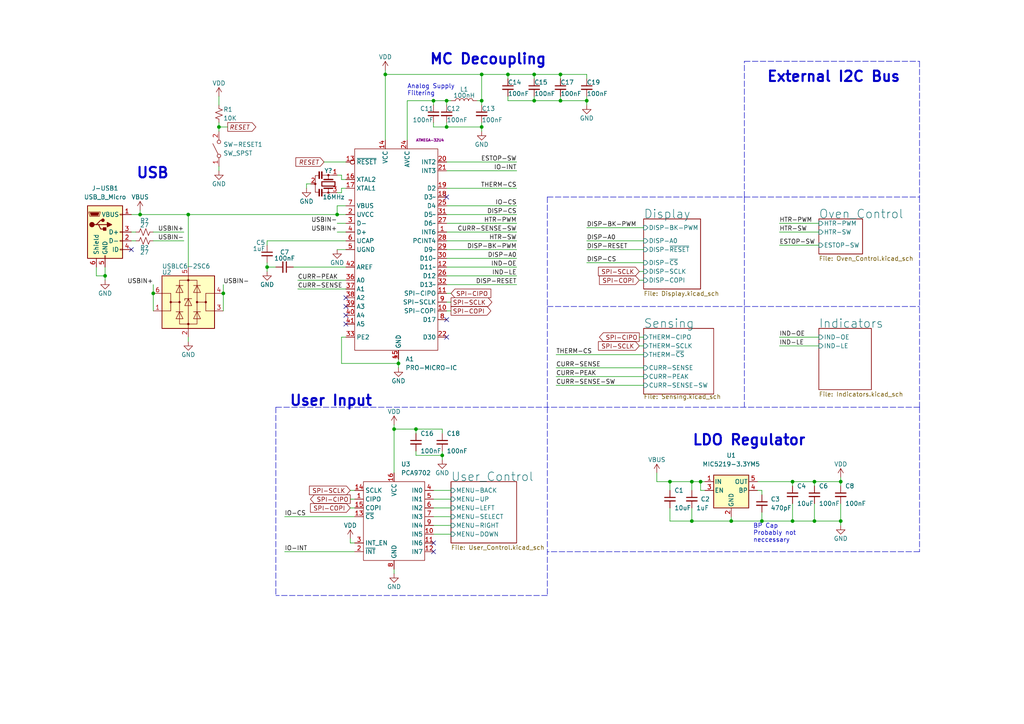
<source format=kicad_sch>
(kicad_sch (version 20211123) (generator eeschema)

  (uuid e63e39d7-6ac0-4ffd-8aa3-1841a4541b55)

  (paper "A4")

  (title_block
    (title "EasyBake Reflow Oven")
    (rev "2")
    (company "Daxxn Industries")
  )

  (lib_symbols
    (symbol "Connector:USB_B_Micro" (pin_names (offset 1.016)) (in_bom yes) (on_board yes)
      (property "Reference" "J" (id 0) (at -5.08 11.43 0)
        (effects (font (size 1.27 1.27)) (justify left))
      )
      (property "Value" "USB_B_Micro" (id 1) (at -5.08 8.89 0)
        (effects (font (size 1.27 1.27)) (justify left))
      )
      (property "Footprint" "" (id 2) (at 3.81 -1.27 0)
        (effects (font (size 1.27 1.27)) hide)
      )
      (property "Datasheet" "~" (id 3) (at 3.81 -1.27 0)
        (effects (font (size 1.27 1.27)) hide)
      )
      (property "ki_keywords" "connector USB micro" (id 4) (at 0 0 0)
        (effects (font (size 1.27 1.27)) hide)
      )
      (property "ki_description" "USB Micro Type B connector" (id 5) (at 0 0 0)
        (effects (font (size 1.27 1.27)) hide)
      )
      (property "ki_fp_filters" "USB*" (id 6) (at 0 0 0)
        (effects (font (size 1.27 1.27)) hide)
      )
      (symbol "USB_B_Micro_0_1"
        (rectangle (start -5.08 -7.62) (end 5.08 7.62)
          (stroke (width 0.254) (type default) (color 0 0 0 0))
          (fill (type background))
        )
        (circle (center -3.81 2.159) (radius 0.635)
          (stroke (width 0.254) (type default) (color 0 0 0 0))
          (fill (type outline))
        )
        (circle (center -0.635 3.429) (radius 0.381)
          (stroke (width 0.254) (type default) (color 0 0 0 0))
          (fill (type outline))
        )
        (rectangle (start -0.127 -7.62) (end 0.127 -6.858)
          (stroke (width 0) (type default) (color 0 0 0 0))
          (fill (type none))
        )
        (polyline
          (pts
            (xy -1.905 2.159)
            (xy 0.635 2.159)
          )
          (stroke (width 0.254) (type default) (color 0 0 0 0))
          (fill (type none))
        )
        (polyline
          (pts
            (xy -3.175 2.159)
            (xy -2.54 2.159)
            (xy -1.27 3.429)
            (xy -0.635 3.429)
          )
          (stroke (width 0.254) (type default) (color 0 0 0 0))
          (fill (type none))
        )
        (polyline
          (pts
            (xy -2.54 2.159)
            (xy -1.905 2.159)
            (xy -1.27 0.889)
            (xy 0 0.889)
          )
          (stroke (width 0.254) (type default) (color 0 0 0 0))
          (fill (type none))
        )
        (polyline
          (pts
            (xy 0.635 2.794)
            (xy 0.635 1.524)
            (xy 1.905 2.159)
            (xy 0.635 2.794)
          )
          (stroke (width 0.254) (type default) (color 0 0 0 0))
          (fill (type outline))
        )
        (polyline
          (pts
            (xy -4.318 5.588)
            (xy -1.778 5.588)
            (xy -2.032 4.826)
            (xy -4.064 4.826)
            (xy -4.318 5.588)
          )
          (stroke (width 0) (type default) (color 0 0 0 0))
          (fill (type outline))
        )
        (polyline
          (pts
            (xy -4.699 5.842)
            (xy -4.699 5.588)
            (xy -4.445 4.826)
            (xy -4.445 4.572)
            (xy -1.651 4.572)
            (xy -1.651 4.826)
            (xy -1.397 5.588)
            (xy -1.397 5.842)
            (xy -4.699 5.842)
          )
          (stroke (width 0) (type default) (color 0 0 0 0))
          (fill (type none))
        )
        (rectangle (start 0.254 1.27) (end -0.508 0.508)
          (stroke (width 0.254) (type default) (color 0 0 0 0))
          (fill (type outline))
        )
        (rectangle (start 5.08 -5.207) (end 4.318 -4.953)
          (stroke (width 0) (type default) (color 0 0 0 0))
          (fill (type none))
        )
        (rectangle (start 5.08 -2.667) (end 4.318 -2.413)
          (stroke (width 0) (type default) (color 0 0 0 0))
          (fill (type none))
        )
        (rectangle (start 5.08 -0.127) (end 4.318 0.127)
          (stroke (width 0) (type default) (color 0 0 0 0))
          (fill (type none))
        )
        (rectangle (start 5.08 4.953) (end 4.318 5.207)
          (stroke (width 0) (type default) (color 0 0 0 0))
          (fill (type none))
        )
      )
      (symbol "USB_B_Micro_1_1"
        (pin power_out line (at 7.62 5.08 180) (length 2.54)
          (name "VBUS" (effects (font (size 1.27 1.27))))
          (number "1" (effects (font (size 1.27 1.27))))
        )
        (pin bidirectional line (at 7.62 -2.54 180) (length 2.54)
          (name "D-" (effects (font (size 1.27 1.27))))
          (number "2" (effects (font (size 1.27 1.27))))
        )
        (pin bidirectional line (at 7.62 0 180) (length 2.54)
          (name "D+" (effects (font (size 1.27 1.27))))
          (number "3" (effects (font (size 1.27 1.27))))
        )
        (pin passive line (at 7.62 -5.08 180) (length 2.54)
          (name "ID" (effects (font (size 1.27 1.27))))
          (number "4" (effects (font (size 1.27 1.27))))
        )
        (pin power_out line (at 0 -10.16 90) (length 2.54)
          (name "GND" (effects (font (size 1.27 1.27))))
          (number "5" (effects (font (size 1.27 1.27))))
        )
        (pin passive line (at -2.54 -10.16 90) (length 2.54)
          (name "Shield" (effects (font (size 1.27 1.27))))
          (number "6" (effects (font (size 1.27 1.27))))
        )
      )
    )
    (symbol "Daxxn_Arduino:PRO-MICRO-IC" (in_bom yes) (on_board yes)
      (property "Reference" "A" (id 0) (at 17.78 3.81 0)
        (effects (font (size 1.27 1.27)) (justify left))
      )
      (property "Value" "PRO-MICRO-IC" (id 1) (at 17.78 1.27 0)
        (effects (font (size 1.27 1.27)) (justify left))
      )
      (property "Footprint" "Package_DFN_QFN:QFN-44-1EP_7x7mm_P0.5mm_EP5.2x5.2mm" (id 2) (at 11.43 15.24 0)
        (effects (font (size 1.27 1.27)) hide)
      )
      (property "Datasheet" "C:\\Users\\Daxxn\\Documents\\Electrical\\Datasheets\\ATMEGA-32U4.pdf" (id 3) (at 12.7 12.7 0)
        (effects (font (size 1.27 1.27)) hide)
      )
      (property "IC" "ATMEGA-32U4" (id 4) (at 17.78 2.54 0)
        (effects (font (size 0.75 0.75)) (justify left))
      )
      (property "Schematic" "C:/Users/Daxxn/Documents/Electrical/Arduino Schematics/PRO MICRO/PRO-MICRO-SCH.pdf" (id 5) (at 12.7 17.78 0)
        (effects (font (size 1.27 1.27)) hide)
      )
      (property "ki_keywords" "arduino ic pro micro" (id 6) (at 0 0 0)
        (effects (font (size 1.27 1.27)) hide)
      )
      (property "ki_description" "Arduino PRO-MICRO Isolated IC" (id 7) (at 0 0 0)
        (effects (font (size 1.27 1.27)) hide)
      )
      (symbol "PRO-MICRO-IC_0_0"
        (pin bidirectional line (at 26.67 -24.13 180) (length 2.54)
          (name "PE6" (effects (font (size 1.27 1.27))))
          (number "1" (effects (font (size 1.27 1.27))))
          (alternate "AIN0" input line)
          (alternate "D7" bidirectional line)
          (alternate "INT6" input line)
        )
        (pin bidirectional line (at 26.67 -46.99 180) (length 2.54)
          (name "PB2" (effects (font (size 1.27 1.27))))
          (number "10" (effects (font (size 1.27 1.27))))
          (alternate "D16" bidirectional line)
          (alternate "PCINT2" input line)
          (alternate "PDI" input line)
          (alternate "SPI-COPI" output line)
        )
        (pin bidirectional line (at 26.67 -41.91 180) (length 2.54)
          (name "PB3" (effects (font (size 1.27 1.27))))
          (number "11" (effects (font (size 1.27 1.27))))
          (alternate "D14" bidirectional line)
          (alternate "PCINT3" bidirectional line)
          (alternate "PDO" output line)
          (alternate "SPI-CIPO" input line)
        )
        (pin bidirectional line (at 26.67 -34.29 180) (length 2.54)
          (name "PB7" (effects (font (size 1.27 1.27))))
          (number "12" (effects (font (size 1.27 1.27))))
          (alternate "D11~" bidirectional line)
          (alternate "OC0A" input line)
          (alternate "PCINT7" input line)
          (alternate "~{RTS}" bidirectional line)
        )
        (pin input inverted (at -2.54 -3.81 0) (length 2.54)
          (name "~{RESET}" (effects (font (size 1.27 1.27))))
          (number "13" (effects (font (size 1.27 1.27))))
        )
        (pin power_in line (at 8.89 2.54 270) (length 2.54)
          (name "VCC" (effects (font (size 1.27 1.27))))
          (number "14" (effects (font (size 1.27 1.27))))
        )
        (pin power_in line (at 12.7 -60.96 90) (length 2.54)
          (name "GND" (effects (font (size 1.27 1.27))))
          (number "15" (effects (font (size 1.27 1.27))))
        )
        (pin input line (at -2.54 -8.89 0) (length 2.54)
          (name "XTAL2" (effects (font (size 1.27 1.27))))
          (number "16" (effects (font (size 1.27 1.27))))
        )
        (pin input line (at -2.54 -11.43 0) (length 2.54)
          (name "XTAL1" (effects (font (size 1.27 1.27))))
          (number "17" (effects (font (size 1.27 1.27))))
        )
        (pin bidirectional line (at 26.67 -13.97 180) (length 2.54)
          (name "PD0" (effects (font (size 1.27 1.27))))
          (number "18" (effects (font (size 1.27 1.27))))
          (alternate "D3~" bidirectional line)
          (alternate "I2C-SCLK" bidirectional line)
          (alternate "INT0" input line)
          (alternate "OC0B" input line)
        )
        (pin bidirectional line (at 26.67 -11.43 180) (length 2.54)
          (name "PD1" (effects (font (size 1.27 1.27))))
          (number "19" (effects (font (size 1.27 1.27))))
          (alternate "D2" bidirectional line)
          (alternate "I2C-SDA" bidirectional line)
          (alternate "INT1" input line)
        )
        (pin power_in line (at -2.54 -19.05 0) (length 2.54)
          (name "UVCC" (effects (font (size 1.27 1.27))))
          (number "2" (effects (font (size 1.27 1.27))))
        )
        (pin bidirectional line (at 26.67 -3.81 180) (length 2.54)
          (name "PD2" (effects (font (size 1.27 1.27))))
          (number "20" (effects (font (size 1.27 1.27))))
          (alternate "D0" bidirectional line)
          (alternate "INT2" input line)
          (alternate "RXD" input line)
        )
        (pin bidirectional line (at 26.67 -6.35 180) (length 2.54)
          (name "PD3" (effects (font (size 1.27 1.27))))
          (number "21" (effects (font (size 1.27 1.27))))
          (alternate "D1" bidirectional line)
          (alternate "INT3" input line)
          (alternate "TXD" output line)
        )
        (pin bidirectional line (at 26.67 -54.61 180) (length 2.54)
          (name "PD5" (effects (font (size 1.27 1.27))))
          (number "22" (effects (font (size 1.27 1.27))))
          (alternate "D30" bidirectional line)
          (alternate "XCK1" input line)
          (alternate "~{CTS}" bidirectional line)
        )
        (pin power_in line (at 12.7 -60.96 90) (length 2.54) hide
          (name "GND" (effects (font (size 1.27 1.27))))
          (number "23" (effects (font (size 1.27 1.27))))
        )
        (pin power_in line (at 15.24 2.54 270) (length 2.54)
          (name "AVCC" (effects (font (size 1.27 1.27))))
          (number "24" (effects (font (size 1.27 1.27))))
        )
        (pin bidirectional line (at 26.67 -16.51 180) (length 2.54)
          (name "PD4" (effects (font (size 1.27 1.27))))
          (number "25" (effects (font (size 1.27 1.27))))
          (alternate "A6" input line)
          (alternate "D4" bidirectional line)
          (alternate "ICP1" input line)
        )
        (pin bidirectional line (at 26.67 -36.83 180) (length 2.54)
          (name "PD6" (effects (font (size 1.27 1.27))))
          (number "26" (effects (font (size 1.27 1.27))))
          (alternate "?A10?" input line)
          (alternate "D12" bidirectional line)
          (alternate "T1" input line)
          (alternate "~{OC4D}" input line)
        )
        (pin bidirectional line (at 26.67 -21.59 180) (length 2.54)
          (name "PD7" (effects (font (size 1.27 1.27))))
          (number "27" (effects (font (size 1.27 1.27))))
          (alternate "A7" input line)
          (alternate "D6~" bidirectional line)
          (alternate "OC4D" input line)
          (alternate "T0" input line)
        )
        (pin bidirectional line (at 26.67 -26.67 180) (length 2.54)
          (name "PB4" (effects (font (size 1.27 1.27))))
          (number "28" (effects (font (size 1.27 1.27))))
          (alternate "A8" input line)
          (alternate "D8" bidirectional line)
          (alternate "PCINT4" input line)
        )
        (pin bidirectional line (at 26.67 -29.21 180) (length 2.54)
          (name "PB5" (effects (font (size 1.27 1.27))))
          (number "29" (effects (font (size 1.27 1.27))))
          (alternate "A9" input line)
          (alternate "D9~" bidirectional line)
          (alternate "OC1A" input line)
          (alternate "PCINT5" input line)
          (alternate "~{OC4B}" input line)
        )
        (pin bidirectional line (at -2.54 -21.59 0) (length 2.54)
          (name "D-" (effects (font (size 1.27 1.27))))
          (number "3" (effects (font (size 1.27 1.27))))
        )
        (pin bidirectional line (at 26.67 -31.75 180) (length 2.54)
          (name "PB6" (effects (font (size 1.27 1.27))))
          (number "30" (effects (font (size 1.27 1.27))))
          (alternate "A10" input line)
          (alternate "D10~" bidirectional line)
          (alternate "OC1B" input line)
          (alternate "OC4B" input line)
          (alternate "PCINT6" input line)
        )
        (pin bidirectional line (at 26.67 -19.05 180) (length 2.54)
          (name "PC6" (effects (font (size 1.27 1.27))))
          (number "31" (effects (font (size 1.27 1.27))))
          (alternate "D5~" bidirectional line)
          (alternate "OC3A" input line)
          (alternate "~{OC4A}" input line)
        )
        (pin bidirectional line (at 26.67 -39.37 180) (length 2.54)
          (name "PC7" (effects (font (size 1.27 1.27))))
          (number "32" (effects (font (size 1.27 1.27))))
          (alternate "CLK0" input line)
          (alternate "D13~" bidirectional line)
          (alternate "ICP3" input line)
          (alternate "OC4A" input line)
        )
        (pin power_in line (at 8.89 2.54 270) (length 2.54) hide
          (name "VCC" (effects (font (size 1.27 1.27))))
          (number "34" (effects (font (size 1.27 1.27))))
        )
        (pin power_in line (at 12.7 -60.96 90) (length 2.54) hide
          (name "GND" (effects (font (size 1.27 1.27))))
          (number "35" (effects (font (size 1.27 1.27))))
        )
        (pin bidirectional line (at -2.54 -38.1 0) (length 2.54)
          (name "PF7" (effects (font (size 1.27 1.27))))
          (number "36" (effects (font (size 1.27 1.27))))
          (alternate "A0" input line)
          (alternate "TDI" input line)
        )
        (pin bidirectional line (at -2.54 -40.64 0) (length 2.54)
          (name "PF6" (effects (font (size 1.27 1.27))))
          (number "37" (effects (font (size 1.27 1.27))))
          (alternate "A1" input line)
          (alternate "TDO" output line)
        )
        (pin bidirectional line (at -2.54 -43.18 0) (length 2.54)
          (name "PF5" (effects (font (size 1.27 1.27))))
          (number "38" (effects (font (size 1.27 1.27))))
          (alternate "A2" input line)
          (alternate "TMS" bidirectional line)
        )
        (pin bidirectional line (at -2.54 -45.72 0) (length 2.54)
          (name "PF4" (effects (font (size 1.27 1.27))))
          (number "39" (effects (font (size 1.27 1.27))))
          (alternate "A3" input line)
          (alternate "TCK" bidirectional line)
        )
        (pin bidirectional line (at -2.54 -24.13 0) (length 2.54)
          (name "D+" (effects (font (size 1.27 1.27))))
          (number "4" (effects (font (size 1.27 1.27))))
        )
        (pin bidirectional line (at -2.54 -48.26 0) (length 2.54)
          (name "PF1" (effects (font (size 1.27 1.27))))
          (number "40" (effects (font (size 1.27 1.27))))
          (alternate "A4" input line)
        )
        (pin bidirectional line (at -2.54 -50.8 0) (length 2.54)
          (name "PF0" (effects (font (size 1.27 1.27))))
          (number "41" (effects (font (size 1.27 1.27))))
          (alternate "A5" input line)
        )
        (pin input line (at -2.54 -34.29 0) (length 2.54)
          (name "AREF" (effects (font (size 1.27 1.27))))
          (number "42" (effects (font (size 1.27 1.27))))
        )
        (pin power_in line (at 12.7 -60.96 90) (length 2.54) hide
          (name "GND" (effects (font (size 1.27 1.27))))
          (number "43" (effects (font (size 1.27 1.27))))
        )
        (pin power_in line (at 15.24 2.54 270) (length 2.54) hide
          (name "AVCC" (effects (font (size 1.27 1.27))))
          (number "44" (effects (font (size 1.27 1.27))))
        )
        (pin power_in line (at 12.7 -60.96 90) (length 2.54)
          (name "GND" (effects (font (size 1.27 1.27))))
          (number "45" (effects (font (size 1.27 1.27))))
        )
        (pin power_in line (at -2.54 -29.21 0) (length 2.54)
          (name "UGND" (effects (font (size 1.27 1.27))))
          (number "5" (effects (font (size 1.27 1.27))))
        )
        (pin power_out line (at -2.54 -26.67 0) (length 2.54)
          (name "UCAP" (effects (font (size 1.27 1.27))))
          (number "6" (effects (font (size 1.27 1.27))))
        )
        (pin input line (at -2.54 -16.51 0) (length 2.54)
          (name "VBUS" (effects (font (size 1.27 1.27))))
          (number "7" (effects (font (size 1.27 1.27))))
        )
        (pin bidirectional line (at 26.67 -49.53 180) (length 2.54)
          (name "PB0" (effects (font (size 1.27 1.27))))
          (number "8" (effects (font (size 1.27 1.27))))
          (alternate "D17" bidirectional line)
          (alternate "PCINT0" input line)
          (alternate "SPI-SS" output line)
        )
        (pin bidirectional line (at 26.67 -44.45 180) (length 2.54)
          (name "PB1" (effects (font (size 1.27 1.27))))
          (number "9" (effects (font (size 1.27 1.27))))
          (alternate "D15" bidirectional line)
          (alternate "PCINT1" input line)
          (alternate "SPI-SCLK" output line)
        )
      )
      (symbol "PRO-MICRO-IC_0_1"
        (rectangle (start 0 0) (end 24.13 -58.42)
          (stroke (width 0) (type default) (color 0 0 0 0))
          (fill (type none))
        )
        (pin unspecified line (at -2.54 -54.61 0) (length 2.54)
          (name "PE2" (effects (font (size 1.27 1.27))))
          (number "33" (effects (font (size 1.27 1.27))))
          (alternate "~{HWB}" unspecified line)
        )
      )
    )
    (symbol "Daxxn_IC:PCA9702" (in_bom yes) (on_board yes)
      (property "Reference" "U" (id 0) (at 10.16 1.27 0)
        (effects (font (size 1.27 1.27)) (justify left))
      )
      (property "Value" "PCA9702" (id 1) (at 10.16 3.81 0)
        (effects (font (size 1.27 1.27)) (justify left))
      )
      (property "Footprint" "Package_SO:SSOP-16_4.4x5.2mm_P0.65mm" (id 2) (at 8.89 13.97 0)
        (effects (font (size 1.27 1.27)) hide)
      )
      (property "Datasheet" "C:\\Users\\Daxxn\\Documents\\Electrical\\Datasheets\\PCA9702.pdf" (id 3) (at 8.89 16.51 0)
        (effects (font (size 1.27 1.27)) hide)
      )
      (property "ki_keywords" "spi oi expander" (id 4) (at 0 0 0)
        (effects (font (size 1.27 1.27)) hide)
      )
      (property "ki_description" "SPI GPIO Expander" (id 5) (at 0 0 0)
        (effects (font (size 1.27 1.27)) hide)
      )
      (symbol "PCA9702_0_0"
        (pin output line (at -2.54 -5.08 0) (length 2.54)
          (name "CIPO" (effects (font (size 1.27 1.27))))
          (number "1" (effects (font (size 1.27 1.27))))
        )
        (pin bidirectional line (at 20.32 -15.24 180) (length 2.54)
          (name "IN5" (effects (font (size 1.27 1.27))))
          (number "10" (effects (font (size 1.27 1.27))))
        )
        (pin bidirectional line (at 20.32 -17.78 180) (length 2.54)
          (name "IN6" (effects (font (size 1.27 1.27))))
          (number "11" (effects (font (size 1.27 1.27))))
        )
        (pin bidirectional line (at 20.32 -20.32 180) (length 2.54)
          (name "IN7" (effects (font (size 1.27 1.27))))
          (number "12" (effects (font (size 1.27 1.27))))
        )
        (pin input line (at -2.54 -10.16 0) (length 2.54)
          (name "~{CS}" (effects (font (size 1.27 1.27))))
          (number "13" (effects (font (size 1.27 1.27))))
        )
        (pin input line (at -2.54 -2.54 0) (length 2.54)
          (name "SCLK" (effects (font (size 1.27 1.27))))
          (number "14" (effects (font (size 1.27 1.27))))
        )
        (pin input line (at -2.54 -7.62 0) (length 2.54)
          (name "COPI" (effects (font (size 1.27 1.27))))
          (number "15" (effects (font (size 1.27 1.27))))
        )
        (pin power_in line (at 8.89 2.54 270) (length 2.54)
          (name "VCC" (effects (font (size 1.27 1.27))))
          (number "16" (effects (font (size 1.27 1.27))))
        )
        (pin output line (at -2.54 -20.32 0) (length 2.54)
          (name "~{INT}" (effects (font (size 1.27 1.27))))
          (number "2" (effects (font (size 1.27 1.27))))
        )
        (pin input line (at -2.54 -17.78 0) (length 2.54)
          (name "INT_EN" (effects (font (size 1.27 1.27))))
          (number "3" (effects (font (size 1.27 1.27))))
        )
        (pin bidirectional line (at 20.32 -2.54 180) (length 2.54)
          (name "IN0" (effects (font (size 1.27 1.27))))
          (number "4" (effects (font (size 1.27 1.27))))
        )
        (pin bidirectional line (at 20.32 -5.08 180) (length 2.54)
          (name "IN1" (effects (font (size 1.27 1.27))))
          (number "5" (effects (font (size 1.27 1.27))))
        )
        (pin bidirectional line (at 20.32 -7.62 180) (length 2.54)
          (name "IN2" (effects (font (size 1.27 1.27))))
          (number "6" (effects (font (size 1.27 1.27))))
        )
        (pin bidirectional line (at 20.32 -10.16 180) (length 2.54)
          (name "IN3" (effects (font (size 1.27 1.27))))
          (number "7" (effects (font (size 1.27 1.27))))
        )
        (pin power_in line (at 8.89 -25.4 90) (length 2.54)
          (name "GND" (effects (font (size 1.27 1.27))))
          (number "8" (effects (font (size 1.27 1.27))))
        )
        (pin bidirectional line (at 20.32 -12.7 180) (length 2.54)
          (name "IN4" (effects (font (size 1.27 1.27))))
          (number "9" (effects (font (size 1.27 1.27))))
        )
      )
      (symbol "PCA9702_0_1"
        (rectangle (start 0 0) (end 17.78 -22.86)
          (stroke (width 0) (type default) (color 0 0 0 0))
          (fill (type none))
        )
      )
    )
    (symbol "Device:C_Small" (pin_numbers hide) (pin_names (offset 0.254) hide) (in_bom yes) (on_board yes)
      (property "Reference" "C" (id 0) (at 0.254 1.778 0)
        (effects (font (size 1.27 1.27)) (justify left))
      )
      (property "Value" "C_Small" (id 1) (at 0.254 -2.032 0)
        (effects (font (size 1.27 1.27)) (justify left))
      )
      (property "Footprint" "" (id 2) (at 0 0 0)
        (effects (font (size 1.27 1.27)) hide)
      )
      (property "Datasheet" "~" (id 3) (at 0 0 0)
        (effects (font (size 1.27 1.27)) hide)
      )
      (property "ki_keywords" "capacitor cap" (id 4) (at 0 0 0)
        (effects (font (size 1.27 1.27)) hide)
      )
      (property "ki_description" "Unpolarized capacitor, small symbol" (id 5) (at 0 0 0)
        (effects (font (size 1.27 1.27)) hide)
      )
      (property "ki_fp_filters" "C_*" (id 6) (at 0 0 0)
        (effects (font (size 1.27 1.27)) hide)
      )
      (symbol "C_Small_0_1"
        (polyline
          (pts
            (xy -1.524 -0.508)
            (xy 1.524 -0.508)
          )
          (stroke (width 0.3302) (type default) (color 0 0 0 0))
          (fill (type none))
        )
        (polyline
          (pts
            (xy -1.524 0.508)
            (xy 1.524 0.508)
          )
          (stroke (width 0.3048) (type default) (color 0 0 0 0))
          (fill (type none))
        )
      )
      (symbol "C_Small_1_1"
        (pin passive line (at 0 2.54 270) (length 2.032)
          (name "~" (effects (font (size 1.27 1.27))))
          (number "1" (effects (font (size 1.27 1.27))))
        )
        (pin passive line (at 0 -2.54 90) (length 2.032)
          (name "~" (effects (font (size 1.27 1.27))))
          (number "2" (effects (font (size 1.27 1.27))))
        )
      )
    )
    (symbol "Device:L" (pin_numbers hide) (pin_names (offset 1.016) hide) (in_bom yes) (on_board yes)
      (property "Reference" "L" (id 0) (at -1.27 0 90)
        (effects (font (size 1.27 1.27)))
      )
      (property "Value" "L" (id 1) (at 1.905 0 90)
        (effects (font (size 1.27 1.27)))
      )
      (property "Footprint" "" (id 2) (at 0 0 0)
        (effects (font (size 1.27 1.27)) hide)
      )
      (property "Datasheet" "~" (id 3) (at 0 0 0)
        (effects (font (size 1.27 1.27)) hide)
      )
      (property "ki_keywords" "inductor choke coil reactor magnetic" (id 4) (at 0 0 0)
        (effects (font (size 1.27 1.27)) hide)
      )
      (property "ki_description" "Inductor" (id 5) (at 0 0 0)
        (effects (font (size 1.27 1.27)) hide)
      )
      (property "ki_fp_filters" "Choke_* *Coil* Inductor_* L_*" (id 6) (at 0 0 0)
        (effects (font (size 1.27 1.27)) hide)
      )
      (symbol "L_0_1"
        (arc (start 0 -2.54) (mid 0.635 -1.905) (end 0 -1.27)
          (stroke (width 0) (type default) (color 0 0 0 0))
          (fill (type none))
        )
        (arc (start 0 -1.27) (mid 0.635 -0.635) (end 0 0)
          (stroke (width 0) (type default) (color 0 0 0 0))
          (fill (type none))
        )
        (arc (start 0 0) (mid 0.635 0.635) (end 0 1.27)
          (stroke (width 0) (type default) (color 0 0 0 0))
          (fill (type none))
        )
        (arc (start 0 1.27) (mid 0.635 1.905) (end 0 2.54)
          (stroke (width 0) (type default) (color 0 0 0 0))
          (fill (type none))
        )
      )
      (symbol "L_1_1"
        (pin passive line (at 0 3.81 270) (length 1.27)
          (name "1" (effects (font (size 1.27 1.27))))
          (number "1" (effects (font (size 1.27 1.27))))
        )
        (pin passive line (at 0 -3.81 90) (length 1.27)
          (name "2" (effects (font (size 1.27 1.27))))
          (number "2" (effects (font (size 1.27 1.27))))
        )
      )
    )
    (symbol "Device:R_Small_US" (pin_numbers hide) (pin_names (offset 0.254) hide) (in_bom yes) (on_board yes)
      (property "Reference" "R" (id 0) (at 0.762 0.508 0)
        (effects (font (size 1.27 1.27)) (justify left))
      )
      (property "Value" "R_Small_US" (id 1) (at 0.762 -1.016 0)
        (effects (font (size 1.27 1.27)) (justify left))
      )
      (property "Footprint" "" (id 2) (at 0 0 0)
        (effects (font (size 1.27 1.27)) hide)
      )
      (property "Datasheet" "~" (id 3) (at 0 0 0)
        (effects (font (size 1.27 1.27)) hide)
      )
      (property "ki_keywords" "r resistor" (id 4) (at 0 0 0)
        (effects (font (size 1.27 1.27)) hide)
      )
      (property "ki_description" "Resistor, small US symbol" (id 5) (at 0 0 0)
        (effects (font (size 1.27 1.27)) hide)
      )
      (property "ki_fp_filters" "R_*" (id 6) (at 0 0 0)
        (effects (font (size 1.27 1.27)) hide)
      )
      (symbol "R_Small_US_1_1"
        (polyline
          (pts
            (xy 0 0)
            (xy 1.016 -0.381)
            (xy 0 -0.762)
            (xy -1.016 -1.143)
            (xy 0 -1.524)
          )
          (stroke (width 0) (type default) (color 0 0 0 0))
          (fill (type none))
        )
        (polyline
          (pts
            (xy 0 1.524)
            (xy 1.016 1.143)
            (xy 0 0.762)
            (xy -1.016 0.381)
            (xy 0 0)
          )
          (stroke (width 0) (type default) (color 0 0 0 0))
          (fill (type none))
        )
        (pin passive line (at 0 2.54 270) (length 1.016)
          (name "~" (effects (font (size 1.27 1.27))))
          (number "1" (effects (font (size 1.27 1.27))))
        )
        (pin passive line (at 0 -2.54 90) (length 1.016)
          (name "~" (effects (font (size 1.27 1.27))))
          (number "2" (effects (font (size 1.27 1.27))))
        )
      )
    )
    (symbol "Device:Resonator_Small" (pin_names (offset 1.016) hide) (in_bom yes) (on_board yes)
      (property "Reference" "Y" (id 0) (at 3.175 1.905 0)
        (effects (font (size 1.27 1.27)) (justify left))
      )
      (property "Value" "Resonator_Small" (id 1) (at 3.175 0 0)
        (effects (font (size 1.27 1.27)) (justify left))
      )
      (property "Footprint" "" (id 2) (at -0.635 0 0)
        (effects (font (size 1.27 1.27)) hide)
      )
      (property "Datasheet" "~" (id 3) (at -0.635 0 0)
        (effects (font (size 1.27 1.27)) hide)
      )
      (property "ki_keywords" "ceramic resonator" (id 4) (at 0 0 0)
        (effects (font (size 1.27 1.27)) hide)
      )
      (property "ki_description" "Three pin ceramic resonator, small symbol" (id 5) (at 0 0 0)
        (effects (font (size 1.27 1.27)) hide)
      )
      (property "ki_fp_filters" "Filter* Resonator*" (id 6) (at 0 0 0)
        (effects (font (size 1.27 1.27)) hide)
      )
      (symbol "Resonator_Small_0_1"
        (rectangle (start -3.556 -2.54) (end -1.524 -2.794)
          (stroke (width 0) (type default) (color 0 0 0 0))
          (fill (type outline))
        )
        (rectangle (start -3.556 -1.778) (end -1.524 -2.032)
          (stroke (width 0) (type default) (color 0 0 0 0))
          (fill (type outline))
        )
        (circle (center -2.54 0) (radius 0.254)
          (stroke (width 0) (type default) (color 0 0 0 0))
          (fill (type outline))
        )
        (rectangle (start -0.635 1.905) (end 0.635 -1.905)
          (stroke (width 0.3048) (type default) (color 0 0 0 0))
          (fill (type none))
        )
        (circle (center 0 -3.81) (radius 0.254)
          (stroke (width 0) (type default) (color 0 0 0 0))
          (fill (type outline))
        )
        (polyline
          (pts
            (xy -2.54 -1.778)
            (xy -2.54 0)
          )
          (stroke (width 0) (type default) (color 0 0 0 0))
          (fill (type none))
        )
        (polyline
          (pts
            (xy -2.54 0)
            (xy -1.397 0)
          )
          (stroke (width 0) (type default) (color 0 0 0 0))
          (fill (type none))
        )
        (polyline
          (pts
            (xy -2.54 1.27)
            (xy -2.54 0)
          )
          (stroke (width 0) (type default) (color 0 0 0 0))
          (fill (type none))
        )
        (polyline
          (pts
            (xy -1.27 -1.27)
            (xy -1.27 1.27)
          )
          (stroke (width 0.381) (type default) (color 0 0 0 0))
          (fill (type none))
        )
        (polyline
          (pts
            (xy 1.27 -1.27)
            (xy 1.27 1.27)
          )
          (stroke (width 0.381) (type default) (color 0 0 0 0))
          (fill (type none))
        )
        (polyline
          (pts
            (xy 1.27 0)
            (xy 2.54 0)
          )
          (stroke (width 0) (type default) (color 0 0 0 0))
          (fill (type none))
        )
        (polyline
          (pts
            (xy 2.54 0)
            (xy 2.54 -1.778)
          )
          (stroke (width 0) (type default) (color 0 0 0 0))
          (fill (type none))
        )
        (polyline
          (pts
            (xy 2.54 1.27)
            (xy 2.54 0)
          )
          (stroke (width 0) (type default) (color 0 0 0 0))
          (fill (type none))
        )
        (polyline
          (pts
            (xy 2.413 -2.794)
            (xy 2.413 -3.81)
            (xy -2.413 -3.81)
            (xy -2.413 -2.667)
          )
          (stroke (width 0) (type default) (color 0 0 0 0))
          (fill (type none))
        )
        (rectangle (start 1.524 -2.54) (end 3.556 -2.794)
          (stroke (width 0) (type default) (color 0 0 0 0))
          (fill (type outline))
        )
        (rectangle (start 1.524 -1.778) (end 3.556 -2.032)
          (stroke (width 0) (type default) (color 0 0 0 0))
          (fill (type outline))
        )
        (circle (center 2.54 0) (radius 0.254)
          (stroke (width 0) (type default) (color 0 0 0 0))
          (fill (type outline))
        )
      )
      (symbol "Resonator_Small_1_1"
        (pin passive line (at -2.54 2.54 270) (length 1.27)
          (name "1" (effects (font (size 1.27 1.27))))
          (number "1" (effects (font (size 1.27 1.27))))
        )
        (pin passive line (at 0 -5.08 90) (length 1.27)
          (name "2" (effects (font (size 1.27 1.27))))
          (number "2" (effects (font (size 1.27 1.27))))
        )
        (pin passive line (at 2.54 2.54 270) (length 1.27)
          (name "3" (effects (font (size 1.27 1.27))))
          (number "3" (effects (font (size 1.27 1.27))))
        )
      )
    )
    (symbol "Power_Protection:USBLC6-2SC6" (pin_names hide) (in_bom yes) (on_board yes)
      (property "Reference" "U" (id 0) (at 2.54 8.89 0)
        (effects (font (size 1.27 1.27)) (justify left))
      )
      (property "Value" "USBLC6-2SC6" (id 1) (at 2.54 -8.89 0)
        (effects (font (size 1.27 1.27)) (justify left))
      )
      (property "Footprint" "Package_TO_SOT_SMD:SOT-23-6" (id 2) (at 0 -12.7 0)
        (effects (font (size 1.27 1.27)) hide)
      )
      (property "Datasheet" "https://www.st.com/resource/en/datasheet/usblc6-2.pdf" (id 3) (at 5.08 8.89 0)
        (effects (font (size 1.27 1.27)) hide)
      )
      (property "ki_keywords" "usb ethernet video" (id 4) (at 0 0 0)
        (effects (font (size 1.27 1.27)) hide)
      )
      (property "ki_description" "Very low capacitance ESD protection diode, 2 data-line, SOT-23-6" (id 5) (at 0 0 0)
        (effects (font (size 1.27 1.27)) hide)
      )
      (property "ki_fp_filters" "SOT?23*" (id 6) (at 0 0 0)
        (effects (font (size 1.27 1.27)) hide)
      )
      (symbol "USBLC6-2SC6_0_1"
        (rectangle (start -7.62 -7.62) (end 7.62 7.62)
          (stroke (width 0.254) (type default) (color 0 0 0 0))
          (fill (type background))
        )
        (circle (center -5.08 0) (radius 0.254)
          (stroke (width 0) (type default) (color 0 0 0 0))
          (fill (type outline))
        )
        (circle (center -2.54 0) (radius 0.254)
          (stroke (width 0) (type default) (color 0 0 0 0))
          (fill (type outline))
        )
        (rectangle (start -2.54 6.35) (end 2.54 -6.35)
          (stroke (width 0) (type default) (color 0 0 0 0))
          (fill (type none))
        )
        (circle (center 0 -6.35) (radius 0.254)
          (stroke (width 0) (type default) (color 0 0 0 0))
          (fill (type outline))
        )
        (polyline
          (pts
            (xy -5.08 -2.54)
            (xy -7.62 -2.54)
          )
          (stroke (width 0) (type default) (color 0 0 0 0))
          (fill (type none))
        )
        (polyline
          (pts
            (xy -5.08 0)
            (xy -5.08 -2.54)
          )
          (stroke (width 0) (type default) (color 0 0 0 0))
          (fill (type none))
        )
        (polyline
          (pts
            (xy -5.08 2.54)
            (xy -7.62 2.54)
          )
          (stroke (width 0) (type default) (color 0 0 0 0))
          (fill (type none))
        )
        (polyline
          (pts
            (xy -1.524 -2.794)
            (xy -3.556 -2.794)
          )
          (stroke (width 0) (type default) (color 0 0 0 0))
          (fill (type none))
        )
        (polyline
          (pts
            (xy -1.524 4.826)
            (xy -3.556 4.826)
          )
          (stroke (width 0) (type default) (color 0 0 0 0))
          (fill (type none))
        )
        (polyline
          (pts
            (xy 0 -7.62)
            (xy 0 -6.35)
          )
          (stroke (width 0) (type default) (color 0 0 0 0))
          (fill (type none))
        )
        (polyline
          (pts
            (xy 0 -6.35)
            (xy 0 1.27)
          )
          (stroke (width 0) (type default) (color 0 0 0 0))
          (fill (type none))
        )
        (polyline
          (pts
            (xy 0 1.27)
            (xy 0 6.35)
          )
          (stroke (width 0) (type default) (color 0 0 0 0))
          (fill (type none))
        )
        (polyline
          (pts
            (xy 0 6.35)
            (xy 0 7.62)
          )
          (stroke (width 0) (type default) (color 0 0 0 0))
          (fill (type none))
        )
        (polyline
          (pts
            (xy 1.524 -2.794)
            (xy 3.556 -2.794)
          )
          (stroke (width 0) (type default) (color 0 0 0 0))
          (fill (type none))
        )
        (polyline
          (pts
            (xy 1.524 4.826)
            (xy 3.556 4.826)
          )
          (stroke (width 0) (type default) (color 0 0 0 0))
          (fill (type none))
        )
        (polyline
          (pts
            (xy 5.08 -2.54)
            (xy 7.62 -2.54)
          )
          (stroke (width 0) (type default) (color 0 0 0 0))
          (fill (type none))
        )
        (polyline
          (pts
            (xy 5.08 0)
            (xy 5.08 -2.54)
          )
          (stroke (width 0) (type default) (color 0 0 0 0))
          (fill (type none))
        )
        (polyline
          (pts
            (xy 5.08 2.54)
            (xy 7.62 2.54)
          )
          (stroke (width 0) (type default) (color 0 0 0 0))
          (fill (type none))
        )
        (polyline
          (pts
            (xy -2.54 0)
            (xy -5.08 0)
            (xy -5.08 2.54)
          )
          (stroke (width 0) (type default) (color 0 0 0 0))
          (fill (type none))
        )
        (polyline
          (pts
            (xy 2.54 0)
            (xy 5.08 0)
            (xy 5.08 2.54)
          )
          (stroke (width 0) (type default) (color 0 0 0 0))
          (fill (type none))
        )
        (polyline
          (pts
            (xy -3.556 -4.826)
            (xy -1.524 -4.826)
            (xy -2.54 -2.794)
            (xy -3.556 -4.826)
          )
          (stroke (width 0) (type default) (color 0 0 0 0))
          (fill (type none))
        )
        (polyline
          (pts
            (xy -3.556 2.794)
            (xy -1.524 2.794)
            (xy -2.54 4.826)
            (xy -3.556 2.794)
          )
          (stroke (width 0) (type default) (color 0 0 0 0))
          (fill (type none))
        )
        (polyline
          (pts
            (xy -1.016 -1.016)
            (xy 1.016 -1.016)
            (xy 0 1.016)
            (xy -1.016 -1.016)
          )
          (stroke (width 0) (type default) (color 0 0 0 0))
          (fill (type none))
        )
        (polyline
          (pts
            (xy 1.016 1.016)
            (xy 0.762 1.016)
            (xy -1.016 1.016)
            (xy -1.016 0.508)
          )
          (stroke (width 0) (type default) (color 0 0 0 0))
          (fill (type none))
        )
        (polyline
          (pts
            (xy 3.556 -4.826)
            (xy 1.524 -4.826)
            (xy 2.54 -2.794)
            (xy 3.556 -4.826)
          )
          (stroke (width 0) (type default) (color 0 0 0 0))
          (fill (type none))
        )
        (polyline
          (pts
            (xy 3.556 2.794)
            (xy 1.524 2.794)
            (xy 2.54 4.826)
            (xy 3.556 2.794)
          )
          (stroke (width 0) (type default) (color 0 0 0 0))
          (fill (type none))
        )
        (circle (center 0 6.35) (radius 0.254)
          (stroke (width 0) (type default) (color 0 0 0 0))
          (fill (type outline))
        )
        (circle (center 2.54 0) (radius 0.254)
          (stroke (width 0) (type default) (color 0 0 0 0))
          (fill (type outline))
        )
        (circle (center 5.08 0) (radius 0.254)
          (stroke (width 0) (type default) (color 0 0 0 0))
          (fill (type outline))
        )
      )
      (symbol "USBLC6-2SC6_1_1"
        (pin passive line (at -10.16 -2.54 0) (length 2.54)
          (name "I/O1" (effects (font (size 1.27 1.27))))
          (number "1" (effects (font (size 1.27 1.27))))
        )
        (pin passive line (at 0 -10.16 90) (length 2.54)
          (name "GND" (effects (font (size 1.27 1.27))))
          (number "2" (effects (font (size 1.27 1.27))))
        )
        (pin passive line (at 10.16 -2.54 180) (length 2.54)
          (name "I/O2" (effects (font (size 1.27 1.27))))
          (number "3" (effects (font (size 1.27 1.27))))
        )
        (pin passive line (at 10.16 2.54 180) (length 2.54)
          (name "I/O2" (effects (font (size 1.27 1.27))))
          (number "4" (effects (font (size 1.27 1.27))))
        )
        (pin passive line (at 0 10.16 270) (length 2.54)
          (name "VBUS" (effects (font (size 1.27 1.27))))
          (number "5" (effects (font (size 1.27 1.27))))
        )
        (pin passive line (at -10.16 2.54 0) (length 2.54)
          (name "I/O1" (effects (font (size 1.27 1.27))))
          (number "6" (effects (font (size 1.27 1.27))))
        )
      )
    )
    (symbol "Regulator_Linear:MIC5219-3.3YM5" (pin_names (offset 0.254)) (in_bom yes) (on_board yes)
      (property "Reference" "U" (id 0) (at -3.81 5.715 0)
        (effects (font (size 1.27 1.27)))
      )
      (property "Value" "MIC5219-3.3YM5" (id 1) (at 0 5.715 0)
        (effects (font (size 1.27 1.27)) (justify left))
      )
      (property "Footprint" "Package_TO_SOT_SMD:SOT-23-5" (id 2) (at 0 8.255 0)
        (effects (font (size 1.27 1.27)) hide)
      )
      (property "Datasheet" "http://ww1.microchip.com/downloads/en/DeviceDoc/MIC5219-500mA-Peak-Output-LDO-Regulator-DS20006021A.pdf" (id 3) (at 0 0 0)
        (effects (font (size 1.27 1.27)) hide)
      )
      (property "ki_keywords" "500mA ultra-low-noise LDO linear voltage regulator fixed positive" (id 4) (at 0 0 0)
        (effects (font (size 1.27 1.27)) hide)
      )
      (property "ki_description" "500mA low dropout linear regulator, fixed 3.3V output, SOT-23-5" (id 5) (at 0 0 0)
        (effects (font (size 1.27 1.27)) hide)
      )
      (property "ki_fp_filters" "SOT?23*" (id 6) (at 0 0 0)
        (effects (font (size 1.27 1.27)) hide)
      )
      (symbol "MIC5219-3.3YM5_0_1"
        (rectangle (start -5.08 4.445) (end 5.08 -5.08)
          (stroke (width 0.254) (type default) (color 0 0 0 0))
          (fill (type background))
        )
      )
      (symbol "MIC5219-3.3YM5_1_1"
        (pin power_in line (at -7.62 2.54 0) (length 2.54)
          (name "IN" (effects (font (size 1.27 1.27))))
          (number "1" (effects (font (size 1.27 1.27))))
        )
        (pin power_in line (at 0 -7.62 90) (length 2.54)
          (name "GND" (effects (font (size 1.27 1.27))))
          (number "2" (effects (font (size 1.27 1.27))))
        )
        (pin input line (at -7.62 0 0) (length 2.54)
          (name "EN" (effects (font (size 1.27 1.27))))
          (number "3" (effects (font (size 1.27 1.27))))
        )
        (pin input line (at 7.62 0 180) (length 2.54)
          (name "BP" (effects (font (size 1.27 1.27))))
          (number "4" (effects (font (size 1.27 1.27))))
        )
        (pin power_out line (at 7.62 2.54 180) (length 2.54)
          (name "OUT" (effects (font (size 1.27 1.27))))
          (number "5" (effects (font (size 1.27 1.27))))
        )
      )
    )
    (symbol "Switch:SW_SPST" (pin_names (offset 0) hide) (in_bom yes) (on_board yes)
      (property "Reference" "SW" (id 0) (at 0 3.175 0)
        (effects (font (size 1.27 1.27)))
      )
      (property "Value" "SW_SPST" (id 1) (at 0 -2.54 0)
        (effects (font (size 1.27 1.27)))
      )
      (property "Footprint" "" (id 2) (at 0 0 0)
        (effects (font (size 1.27 1.27)) hide)
      )
      (property "Datasheet" "~" (id 3) (at 0 0 0)
        (effects (font (size 1.27 1.27)) hide)
      )
      (property "ki_keywords" "switch lever" (id 4) (at 0 0 0)
        (effects (font (size 1.27 1.27)) hide)
      )
      (property "ki_description" "Single Pole Single Throw (SPST) switch" (id 5) (at 0 0 0)
        (effects (font (size 1.27 1.27)) hide)
      )
      (symbol "SW_SPST_0_0"
        (circle (center -2.032 0) (radius 0.508)
          (stroke (width 0) (type default) (color 0 0 0 0))
          (fill (type none))
        )
        (polyline
          (pts
            (xy -1.524 0.254)
            (xy 1.524 1.778)
          )
          (stroke (width 0) (type default) (color 0 0 0 0))
          (fill (type none))
        )
        (circle (center 2.032 0) (radius 0.508)
          (stroke (width 0) (type default) (color 0 0 0 0))
          (fill (type none))
        )
      )
      (symbol "SW_SPST_1_1"
        (pin passive line (at -5.08 0 0) (length 2.54)
          (name "A" (effects (font (size 1.27 1.27))))
          (number "1" (effects (font (size 1.27 1.27))))
        )
        (pin passive line (at 5.08 0 180) (length 2.54)
          (name "B" (effects (font (size 1.27 1.27))))
          (number "2" (effects (font (size 1.27 1.27))))
        )
      )
    )
    (symbol "power:GND" (power) (pin_names (offset 0)) (in_bom yes) (on_board yes)
      (property "Reference" "#PWR" (id 0) (at 0 -6.35 0)
        (effects (font (size 1.27 1.27)) hide)
      )
      (property "Value" "GND" (id 1) (at 0 -3.81 0)
        (effects (font (size 1.27 1.27)))
      )
      (property "Footprint" "" (id 2) (at 0 0 0)
        (effects (font (size 1.27 1.27)) hide)
      )
      (property "Datasheet" "" (id 3) (at 0 0 0)
        (effects (font (size 1.27 1.27)) hide)
      )
      (property "ki_keywords" "power-flag" (id 4) (at 0 0 0)
        (effects (font (size 1.27 1.27)) hide)
      )
      (property "ki_description" "Power symbol creates a global label with name \"GND\" , ground" (id 5) (at 0 0 0)
        (effects (font (size 1.27 1.27)) hide)
      )
      (symbol "GND_0_1"
        (polyline
          (pts
            (xy 0 0)
            (xy 0 -1.27)
            (xy 1.27 -1.27)
            (xy 0 -2.54)
            (xy -1.27 -1.27)
            (xy 0 -1.27)
          )
          (stroke (width 0) (type default) (color 0 0 0 0))
          (fill (type none))
        )
      )
      (symbol "GND_1_1"
        (pin power_in line (at 0 0 270) (length 0) hide
          (name "GND" (effects (font (size 1.27 1.27))))
          (number "1" (effects (font (size 1.27 1.27))))
        )
      )
    )
    (symbol "power:VBUS" (power) (pin_names (offset 0)) (in_bom yes) (on_board yes)
      (property "Reference" "#PWR" (id 0) (at 0 -3.81 0)
        (effects (font (size 1.27 1.27)) hide)
      )
      (property "Value" "VBUS" (id 1) (at 0 3.81 0)
        (effects (font (size 1.27 1.27)))
      )
      (property "Footprint" "" (id 2) (at 0 0 0)
        (effects (font (size 1.27 1.27)) hide)
      )
      (property "Datasheet" "" (id 3) (at 0 0 0)
        (effects (font (size 1.27 1.27)) hide)
      )
      (property "ki_keywords" "power-flag" (id 4) (at 0 0 0)
        (effects (font (size 1.27 1.27)) hide)
      )
      (property "ki_description" "Power symbol creates a global label with name \"VBUS\"" (id 5) (at 0 0 0)
        (effects (font (size 1.27 1.27)) hide)
      )
      (symbol "VBUS_0_1"
        (polyline
          (pts
            (xy -0.762 1.27)
            (xy 0 2.54)
          )
          (stroke (width 0) (type default) (color 0 0 0 0))
          (fill (type none))
        )
        (polyline
          (pts
            (xy 0 0)
            (xy 0 2.54)
          )
          (stroke (width 0) (type default) (color 0 0 0 0))
          (fill (type none))
        )
        (polyline
          (pts
            (xy 0 2.54)
            (xy 0.762 1.27)
          )
          (stroke (width 0) (type default) (color 0 0 0 0))
          (fill (type none))
        )
      )
      (symbol "VBUS_1_1"
        (pin power_in line (at 0 0 90) (length 0) hide
          (name "VBUS" (effects (font (size 1.27 1.27))))
          (number "1" (effects (font (size 1.27 1.27))))
        )
      )
    )
    (symbol "power:VDD" (power) (pin_names (offset 0)) (in_bom yes) (on_board yes)
      (property "Reference" "#PWR" (id 0) (at 0 -3.81 0)
        (effects (font (size 1.27 1.27)) hide)
      )
      (property "Value" "VDD" (id 1) (at 0 3.81 0)
        (effects (font (size 1.27 1.27)))
      )
      (property "Footprint" "" (id 2) (at 0 0 0)
        (effects (font (size 1.27 1.27)) hide)
      )
      (property "Datasheet" "" (id 3) (at 0 0 0)
        (effects (font (size 1.27 1.27)) hide)
      )
      (property "ki_keywords" "power-flag" (id 4) (at 0 0 0)
        (effects (font (size 1.27 1.27)) hide)
      )
      (property "ki_description" "Power symbol creates a global label with name \"VDD\"" (id 5) (at 0 0 0)
        (effects (font (size 1.27 1.27)) hide)
      )
      (symbol "VDD_0_1"
        (polyline
          (pts
            (xy -0.762 1.27)
            (xy 0 2.54)
          )
          (stroke (width 0) (type default) (color 0 0 0 0))
          (fill (type none))
        )
        (polyline
          (pts
            (xy 0 0)
            (xy 0 2.54)
          )
          (stroke (width 0) (type default) (color 0 0 0 0))
          (fill (type none))
        )
        (polyline
          (pts
            (xy 0 2.54)
            (xy 0.762 1.27)
          )
          (stroke (width 0) (type default) (color 0 0 0 0))
          (fill (type none))
        )
      )
      (symbol "VDD_1_1"
        (pin power_in line (at 0 0 90) (length 0) hide
          (name "VDD" (effects (font (size 1.27 1.27))))
          (number "1" (effects (font (size 1.27 1.27))))
        )
      )
    )
  )

  (junction (at 30.48 80.01) (diameter 0) (color 0 0 0 0)
    (uuid 12c2a6be-e050-4396-9d16-cfccfba914bf)
  )
  (junction (at 97.79 62.23) (diameter 0) (color 0 0 0 0)
    (uuid 218305e0-8277-4870-a420-d8837025991a)
  )
  (junction (at 63.5 36.83) (diameter 0) (color 0 0 0 0)
    (uuid 2c19bd08-1720-4f68-8b30-00a5a7d060e5)
  )
  (junction (at 139.7 21.59) (diameter 0) (color 0 0 0 0)
    (uuid 3275b0ff-f798-4ad1-978e-d19846ab31af)
  )
  (junction (at 170.18 29.21) (diameter 0) (color 0 0 0 0)
    (uuid 34fae00d-7fc3-4aea-8342-37e9c7b291fa)
  )
  (junction (at 243.84 151.13) (diameter 0) (color 0 0 0 0)
    (uuid 37dda113-52b0-4f23-ab94-ff5d9b161870)
  )
  (junction (at 44.45 85.09) (diameter 0) (color 0 0 0 0)
    (uuid 385367f0-759f-45fa-bac3-9655787f37cb)
  )
  (junction (at 200.66 151.13) (diameter 0) (color 0 0 0 0)
    (uuid 3ba866e0-aed5-4e52-9188-62c10e28f7b4)
  )
  (junction (at 236.22 139.7) (diameter 0) (color 0 0 0 0)
    (uuid 3ed1e656-bebe-4122-961b-78e678e37d9b)
  )
  (junction (at 200.66 139.7) (diameter 0) (color 0 0 0 0)
    (uuid 48fc5427-1512-4941-ab0c-806b9c67cc3f)
  )
  (junction (at 40.64 62.23) (diameter 0) (color 0 0 0 0)
    (uuid 4a3fed9a-f000-489a-83e8-7c604a877ad8)
  )
  (junction (at 77.47 77.47) (diameter 0) (color 0 0 0 0)
    (uuid 4d0a4f64-7601-4277-ad96-8e4c2e889bcc)
  )
  (junction (at 220.98 151.13) (diameter 0) (color 0 0 0 0)
    (uuid 4efd755e-1bf9-4900-a70b-71e237adac5c)
  )
  (junction (at 154.94 29.21) (diameter 0) (color 0 0 0 0)
    (uuid 534284c6-73eb-46a0-a185-294fe6dd0753)
  )
  (junction (at 162.56 29.21) (diameter 0) (color 0 0 0 0)
    (uuid 5e605469-f300-4117-aefc-e507d4275d5a)
  )
  (junction (at 229.87 139.7) (diameter 0) (color 0 0 0 0)
    (uuid 60c08624-90c5-4e54-9917-a29e26e211b6)
  )
  (junction (at 114.3 124.46) (diameter 0) (color 0 0 0 0)
    (uuid 78cbde78-71e1-4878-9d56-07baf70d3472)
  )
  (junction (at 125.73 29.21) (diameter 0) (color 0 0 0 0)
    (uuid 834e9783-20b4-4a3d-b7bd-6b23445e7136)
  )
  (junction (at 203.2 139.7) (diameter 0) (color 0 0 0 0)
    (uuid 8752e5fc-1216-4f03-b83e-2934bfa74395)
  )
  (junction (at 147.32 21.59) (diameter 0) (color 0 0 0 0)
    (uuid 8884ede1-f7d2-4635-b41f-2587fd4f9faa)
  )
  (junction (at 243.84 139.7) (diameter 0) (color 0 0 0 0)
    (uuid 88b049fe-2d66-4138-ac01-12a21979888b)
  )
  (junction (at 120.65 124.46) (diameter 0) (color 0 0 0 0)
    (uuid 92a92d7a-3473-4fc1-937f-5efa9e202957)
  )
  (junction (at 236.22 151.13) (diameter 0) (color 0 0 0 0)
    (uuid 987b55e8-64c6-4c1b-98ae-304e67e8b11a)
  )
  (junction (at 229.87 151.13) (diameter 0) (color 0 0 0 0)
    (uuid 9acc7740-fa25-4547-ac3f-9929156e0636)
  )
  (junction (at 128.27 132.08) (diameter 0) (color 0 0 0 0)
    (uuid a003c375-ddaa-4d05-8f27-ff59ad7720a6)
  )
  (junction (at 54.61 62.23) (diameter 0) (color 0 0 0 0)
    (uuid ad596bce-b5bf-4023-8636-ad74f535a5cf)
  )
  (junction (at 162.56 21.59) (diameter 0) (color 0 0 0 0)
    (uuid b203d264-d825-4947-b2ed-69fcc14f22d5)
  )
  (junction (at 129.54 29.21) (diameter 0) (color 0 0 0 0)
    (uuid bbe0b973-029b-4d42-94f1-ef6d54dee4b3)
  )
  (junction (at 154.94 21.59) (diameter 0) (color 0 0 0 0)
    (uuid cb0282ab-8146-4da9-9d24-4761fb026aa7)
  )
  (junction (at 129.54 36.83) (diameter 0) (color 0 0 0 0)
    (uuid cdc7c457-e16e-4018-ab8d-ab6698e85393)
  )
  (junction (at 139.7 29.21) (diameter 0) (color 0 0 0 0)
    (uuid ce9b5164-d1a4-4f85-a0ab-e8435bb98915)
  )
  (junction (at 139.7 36.83) (diameter 0) (color 0 0 0 0)
    (uuid d6f7604e-a070-49d1-968d-c8bd2e0bec21)
  )
  (junction (at 64.77 85.09) (diameter 0) (color 0 0 0 0)
    (uuid e0ea62e1-adaf-4508-a394-0539cb990d81)
  )
  (junction (at 212.09 151.13) (diameter 0) (color 0 0 0 0)
    (uuid e5c618ef-0057-4d2c-8769-ad557df8b76a)
  )
  (junction (at 194.31 139.7) (diameter 0) (color 0 0 0 0)
    (uuid f3db06f1-2211-4ecf-b596-eb1473e34343)
  )
  (junction (at 115.57 105.41) (diameter 0) (color 0 0 0 0)
    (uuid f616e259-cb59-4ebc-b401-fb34852def48)
  )
  (junction (at 111.76 21.59) (diameter 0) (color 0 0 0 0)
    (uuid fa8a6c64-4e36-4f52-838d-fe9a5b1ba7b4)
  )

  (no_connect (at 100.33 86.36) (uuid 007dfbdc-6233-44d7-836b-1982727a9d7a))
  (no_connect (at 129.54 97.79) (uuid 1ee6f78d-1766-436a-b090-8cb43dd1098b))
  (no_connect (at 100.33 91.44) (uuid 1fd06efa-edb2-4a85-b196-42b6b8345db9))
  (no_connect (at 100.33 93.98) (uuid 5c5cdcce-6d67-4516-aed3-2b0e5eb753b2))
  (no_connect (at 38.1 72.39) (uuid 607310b3-e029-4057-b2fe-2887ec52766b))
  (no_connect (at 125.73 157.48) (uuid d53571c0-f59e-422f-b673-dffdf1f34a30))
  (no_connect (at 125.73 160.02) (uuid d53571c0-f59e-422f-b673-dffdf1f34a31))
  (no_connect (at 100.33 88.9) (uuid de2146e1-9b95-4ee6-a015-67983d03d79f))
  (no_connect (at 129.54 92.71) (uuid e39c0c43-c4e4-45d9-9ed5-c8b6c2efcb28))
  (no_connect (at 129.54 57.15) (uuid f0027d4e-0246-43a3-99f6-24dc7e9a1ab3))

  (wire (pts (xy 125.73 29.21) (xy 129.54 29.21))
    (stroke (width 0) (type default) (color 0 0 0 0))
    (uuid 00088c6b-c12a-44e5-838a-1b134555e504)
  )
  (wire (pts (xy 243.84 146.05) (xy 243.84 151.13))
    (stroke (width 0) (type default) (color 0 0 0 0))
    (uuid 0114f0ff-7e4e-4f60-92b7-f409c15e123a)
  )
  (wire (pts (xy 229.87 139.7) (xy 229.87 140.97))
    (stroke (width 0) (type default) (color 0 0 0 0))
    (uuid 01c7d1fd-c60c-40e0-b668-efe2a0553ea8)
  )
  (wire (pts (xy 97.79 59.69) (xy 100.33 59.69))
    (stroke (width 0) (type default) (color 0 0 0 0))
    (uuid 03b386b9-80be-4df8-a9f2-6d9b74e3c2ed)
  )
  (wire (pts (xy 161.29 111.76) (xy 186.69 111.76))
    (stroke (width 0) (type default) (color 0 0 0 0))
    (uuid 04106a80-16d8-4f8e-adf0-0e4e2ac290b9)
  )
  (wire (pts (xy 129.54 30.48) (xy 129.54 29.21))
    (stroke (width 0) (type default) (color 0 0 0 0))
    (uuid 0432039e-69d5-41f5-adc9-d48644d6b377)
  )
  (wire (pts (xy 220.98 142.24) (xy 220.98 143.51))
    (stroke (width 0) (type default) (color 0 0 0 0))
    (uuid 04fd9c80-c7f8-4da2-b7a0-08ddefa29769)
  )
  (wire (pts (xy 139.7 21.59) (xy 147.32 21.59))
    (stroke (width 0) (type default) (color 0 0 0 0))
    (uuid 050d5c10-400a-4e5b-81d7-53a9e6a8bd01)
  )
  (wire (pts (xy 111.76 21.59) (xy 139.7 21.59))
    (stroke (width 0) (type default) (color 0 0 0 0))
    (uuid 06fb2417-db35-4152-8086-b1bd9908741d)
  )
  (wire (pts (xy 101.6 144.78) (xy 102.87 144.78))
    (stroke (width 0) (type default) (color 0 0 0 0))
    (uuid 0902bb20-b31a-4d7f-aabd-82d52a3131bc)
  )
  (wire (pts (xy 86.36 81.28) (xy 100.33 81.28))
    (stroke (width 0) (type default) (color 0 0 0 0))
    (uuid 0b79b832-461d-4c2e-8e33-808c969e2549)
  )
  (wire (pts (xy 129.54 67.31) (xy 149.86 67.31))
    (stroke (width 0) (type default) (color 0 0 0 0))
    (uuid 0e9ff159-7300-422d-83e2-66bfdc591431)
  )
  (wire (pts (xy 170.18 29.21) (xy 170.18 30.48))
    (stroke (width 0) (type default) (color 0 0 0 0))
    (uuid 0f5d499f-37ce-497f-9fc3-1364bf4281ea)
  )
  (wire (pts (xy 170.18 21.59) (xy 170.18 22.86))
    (stroke (width 0) (type default) (color 0 0 0 0))
    (uuid 0f88145e-5b03-4673-aa45-6e82ae762467)
  )
  (wire (pts (xy 38.1 69.85) (xy 39.37 69.85))
    (stroke (width 0) (type default) (color 0 0 0 0))
    (uuid 0f898a83-9441-44b4-ad28-9364fe4a5cfd)
  )
  (wire (pts (xy 125.73 144.78) (xy 130.81 144.78))
    (stroke (width 0) (type default) (color 0 0 0 0))
    (uuid 113b1db8-5216-4e97-b4c5-7be5575d5356)
  )
  (wire (pts (xy 125.73 152.4) (xy 130.81 152.4))
    (stroke (width 0) (type default) (color 0 0 0 0))
    (uuid 11f7b4d5-e0e5-4e59-88e7-a8387cbf317c)
  )
  (wire (pts (xy 118.11 29.21) (xy 125.73 29.21))
    (stroke (width 0) (type default) (color 0 0 0 0))
    (uuid 12c2dcd9-f366-430c-9c75-6eeb2d973eb4)
  )
  (wire (pts (xy 101.6 142.24) (xy 102.87 142.24))
    (stroke (width 0) (type default) (color 0 0 0 0))
    (uuid 13f830c1-425c-47d7-910d-21441aced8af)
  )
  (wire (pts (xy 170.18 66.04) (xy 186.69 66.04))
    (stroke (width 0) (type default) (color 0 0 0 0))
    (uuid 142e802a-195b-45e1-b66a-f441fd080ad8)
  )
  (wire (pts (xy 100.33 62.23) (xy 97.79 62.23))
    (stroke (width 0) (type default) (color 0 0 0 0))
    (uuid 1433552c-bf6b-4f8c-bef7-e5837fbbd865)
  )
  (wire (pts (xy 194.31 151.13) (xy 200.66 151.13))
    (stroke (width 0) (type default) (color 0 0 0 0))
    (uuid 14a735ae-95c6-4735-8dea-0d590d0d9d1a)
  )
  (wire (pts (xy 63.5 48.26) (xy 63.5 49.53))
    (stroke (width 0) (type default) (color 0 0 0 0))
    (uuid 14d824db-4932-4eac-b61e-e213e6dcf29e)
  )
  (wire (pts (xy 243.84 138.43) (xy 243.84 139.7))
    (stroke (width 0) (type default) (color 0 0 0 0))
    (uuid 15ed4528-9813-4117-9ae8-94dd2a251829)
  )
  (wire (pts (xy 40.64 62.23) (xy 54.61 62.23))
    (stroke (width 0) (type default) (color 0 0 0 0))
    (uuid 15f19d15-adc8-43e7-b3f2-8fb8d77d86a7)
  )
  (wire (pts (xy 38.1 67.31) (xy 39.37 67.31))
    (stroke (width 0) (type default) (color 0 0 0 0))
    (uuid 1b33997e-c064-4f4d-bc70-a1a172dad803)
  )
  (wire (pts (xy 236.22 139.7) (xy 243.84 139.7))
    (stroke (width 0) (type default) (color 0 0 0 0))
    (uuid 1bd6157c-d48d-4d1b-bc69-08e786167074)
  )
  (wire (pts (xy 63.5 35.56) (xy 63.5 36.83))
    (stroke (width 0) (type default) (color 0 0 0 0))
    (uuid 1cfb29d1-ac3f-404c-8737-daf5619dbb0f)
  )
  (wire (pts (xy 102.87 157.48) (xy 101.6 157.48))
    (stroke (width 0) (type default) (color 0 0 0 0))
    (uuid 1d743df6-58cf-4f1f-b885-1c91b9c2be20)
  )
  (wire (pts (xy 243.84 151.13) (xy 243.84 152.4))
    (stroke (width 0) (type default) (color 0 0 0 0))
    (uuid 1ecf0f44-2307-480f-bbf6-06b1ce5b5ea7)
  )
  (wire (pts (xy 236.22 146.05) (xy 236.22 151.13))
    (stroke (width 0) (type default) (color 0 0 0 0))
    (uuid 1f837fed-ebc1-4bfb-bd1c-02cee54d6230)
  )
  (wire (pts (xy 77.47 77.47) (xy 77.47 78.74))
    (stroke (width 0) (type default) (color 0 0 0 0))
    (uuid 1fa46b5b-ae89-41ef-ab78-e28ba05cd529)
  )
  (wire (pts (xy 161.29 109.22) (xy 186.69 109.22))
    (stroke (width 0) (type default) (color 0 0 0 0))
    (uuid 20dad0f1-149f-4061-a24b-6db4a7236988)
  )
  (wire (pts (xy 63.5 36.83) (xy 66.04 36.83))
    (stroke (width 0) (type default) (color 0 0 0 0))
    (uuid 214520aa-5707-441e-8f99-59d82aa6c2a1)
  )
  (polyline (pts (xy 80.01 118.11) (xy 158.75 118.11))
    (stroke (width 0) (type default) (color 0 0 0 0))
    (uuid 214f06e2-aa02-4c95-8e72-a7edbd28d96f)
  )

  (wire (pts (xy 162.56 21.59) (xy 170.18 21.59))
    (stroke (width 0) (type default) (color 0 0 0 0))
    (uuid 23378c94-58d9-4251-84fb-224594a38f87)
  )
  (wire (pts (xy 162.56 29.21) (xy 170.18 29.21))
    (stroke (width 0) (type default) (color 0 0 0 0))
    (uuid 24591efe-c535-47b4-a0e5-a49e75e9d61d)
  )
  (wire (pts (xy 129.54 82.55) (xy 149.86 82.55))
    (stroke (width 0) (type default) (color 0 0 0 0))
    (uuid 24c1dd44-3742-4d42-b62f-181ea87701be)
  )
  (wire (pts (xy 125.73 35.56) (xy 125.73 36.83))
    (stroke (width 0) (type default) (color 0 0 0 0))
    (uuid 26693bc2-0b7f-411e-9bb2-5bb09d6a1bf2)
  )
  (wire (pts (xy 194.31 139.7) (xy 200.66 139.7))
    (stroke (width 0) (type default) (color 0 0 0 0))
    (uuid 27d53afb-209c-482a-8e13-3353232ab6b7)
  )
  (wire (pts (xy 185.42 81.28) (xy 186.69 81.28))
    (stroke (width 0) (type default) (color 0 0 0 0))
    (uuid 284d99f9-0d6f-4290-b36d-6b7396e63d8b)
  )
  (wire (pts (xy 194.31 147.32) (xy 194.31 151.13))
    (stroke (width 0) (type default) (color 0 0 0 0))
    (uuid 2871bc34-ee91-4269-9da4-cb9af87348dd)
  )
  (wire (pts (xy 111.76 20.32) (xy 111.76 21.59))
    (stroke (width 0) (type default) (color 0 0 0 0))
    (uuid 28971ac3-ea29-44c1-a80c-1f6827e6454b)
  )
  (wire (pts (xy 129.54 85.09) (xy 130.81 85.09))
    (stroke (width 0) (type default) (color 0 0 0 0))
    (uuid 2b16812b-38fa-4d48-903b-909c357f35cb)
  )
  (wire (pts (xy 185.42 78.74) (xy 186.69 78.74))
    (stroke (width 0) (type default) (color 0 0 0 0))
    (uuid 2dccd25c-e43b-40cc-89f5-469b5c73c15f)
  )
  (wire (pts (xy 44.45 69.85) (xy 53.34 69.85))
    (stroke (width 0) (type default) (color 0 0 0 0))
    (uuid 2e7d7659-08df-454c-a162-85edfadd37e3)
  )
  (wire (pts (xy 243.84 139.7) (xy 243.84 140.97))
    (stroke (width 0) (type default) (color 0 0 0 0))
    (uuid 2eb4701f-a6e0-435d-b29e-ba0d4b4d9297)
  )
  (wire (pts (xy 99.06 52.07) (xy 100.33 52.07))
    (stroke (width 0) (type default) (color 0 0 0 0))
    (uuid 31a0c90c-8c4d-4bf2-ab65-69dbe9d50f16)
  )
  (wire (pts (xy 101.6 156.21) (xy 101.6 157.48))
    (stroke (width 0) (type default) (color 0 0 0 0))
    (uuid 3222b083-931c-46b1-8b10-e5845535d8a8)
  )
  (wire (pts (xy 203.2 139.7) (xy 204.47 139.7))
    (stroke (width 0) (type default) (color 0 0 0 0))
    (uuid 32f088ce-617e-4ef3-a893-8f8c437741b1)
  )
  (wire (pts (xy 129.54 72.39) (xy 149.86 72.39))
    (stroke (width 0) (type default) (color 0 0 0 0))
    (uuid 33a414fa-26b5-44c7-93aa-87398de5de8d)
  )
  (wire (pts (xy 97.79 55.88) (xy 99.06 55.88))
    (stroke (width 0) (type default) (color 0 0 0 0))
    (uuid 34e56066-daff-4280-b7b0-81b340dc13d8)
  )
  (wire (pts (xy 30.48 80.01) (xy 30.48 81.28))
    (stroke (width 0) (type default) (color 0 0 0 0))
    (uuid 38b7d96f-d4c1-49e7-bbf5-5935f719ff70)
  )
  (wire (pts (xy 114.3 124.46) (xy 120.65 124.46))
    (stroke (width 0) (type default) (color 0 0 0 0))
    (uuid 3b857965-a182-4598-8607-4b34f54be044)
  )
  (wire (pts (xy 120.65 125.73) (xy 120.65 124.46))
    (stroke (width 0) (type default) (color 0 0 0 0))
    (uuid 3cc5451e-d406-4347-a0e7-bff6ddd1e7d3)
  )
  (polyline (pts (xy 215.9 57.15) (xy 215.9 118.11))
    (stroke (width 0) (type default) (color 0 0 0 0))
    (uuid 400144da-f33e-4a4d-ac33-f41ec00f415e)
  )

  (wire (pts (xy 120.65 124.46) (xy 128.27 124.46))
    (stroke (width 0) (type default) (color 0 0 0 0))
    (uuid 4020c341-4ab7-4065-aee8-310073db5afb)
  )
  (wire (pts (xy 129.54 87.63) (xy 130.81 87.63))
    (stroke (width 0) (type default) (color 0 0 0 0))
    (uuid 406d0472-c8c5-4006-828c-94448a74a2ce)
  )
  (wire (pts (xy 54.61 97.79) (xy 54.61 99.06))
    (stroke (width 0) (type default) (color 0 0 0 0))
    (uuid 415f8a83-f1fb-4747-8a94-6a6a88030b48)
  )
  (wire (pts (xy 54.61 62.23) (xy 54.61 77.47))
    (stroke (width 0) (type default) (color 0 0 0 0))
    (uuid 426abb9b-8b4a-474f-9afe-340d7689b80a)
  )
  (wire (pts (xy 86.36 83.82) (xy 100.33 83.82))
    (stroke (width 0) (type default) (color 0 0 0 0))
    (uuid 43679306-990f-4c1d-8ef0-5dae204057b0)
  )
  (wire (pts (xy 44.45 85.09) (xy 44.45 90.17))
    (stroke (width 0) (type default) (color 0 0 0 0))
    (uuid 44ee80d1-3228-491f-a392-ddae6cfa180c)
  )
  (wire (pts (xy 125.73 149.86) (xy 130.81 149.86))
    (stroke (width 0) (type default) (color 0 0 0 0))
    (uuid 455effed-3737-41a1-bdfd-0f819ca47ace)
  )
  (wire (pts (xy 170.18 69.85) (xy 186.69 69.85))
    (stroke (width 0) (type default) (color 0 0 0 0))
    (uuid 46ac526b-687f-44ae-9615-5710447736ae)
  )
  (wire (pts (xy 114.3 165.1) (xy 114.3 166.37))
    (stroke (width 0) (type default) (color 0 0 0 0))
    (uuid 46b7244c-7f3b-4e71-8c20-4033bc7fce10)
  )
  (wire (pts (xy 129.54 77.47) (xy 149.86 77.47))
    (stroke (width 0) (type default) (color 0 0 0 0))
    (uuid 46e381b6-ae97-4755-8279-4f4948e64902)
  )
  (wire (pts (xy 147.32 29.21) (xy 154.94 29.21))
    (stroke (width 0) (type default) (color 0 0 0 0))
    (uuid 46fcac69-620d-46d6-aa27-356f337124bb)
  )
  (wire (pts (xy 219.71 142.24) (xy 220.98 142.24))
    (stroke (width 0) (type default) (color 0 0 0 0))
    (uuid 47a22fab-95cf-42ce-ae04-025f601a7324)
  )
  (polyline (pts (xy 158.75 88.9) (xy 266.7 88.9))
    (stroke (width 0) (type default) (color 0 0 0 0))
    (uuid 47a97e46-c2e1-4e8f-8576-4fca0495fb3c)
  )

  (wire (pts (xy 129.54 62.23) (xy 149.86 62.23))
    (stroke (width 0) (type default) (color 0 0 0 0))
    (uuid 4ca9959b-7bea-4329-97ca-d9a347277c83)
  )
  (wire (pts (xy 85.09 77.47) (xy 100.33 77.47))
    (stroke (width 0) (type default) (color 0 0 0 0))
    (uuid 4d7137c2-29ac-4675-a295-b3c1ee412efb)
  )
  (wire (pts (xy 185.42 100.33) (xy 186.69 100.33))
    (stroke (width 0) (type default) (color 0 0 0 0))
    (uuid 4d758fec-e0a9-484c-86f4-9682d7ba6ccf)
  )
  (wire (pts (xy 200.66 147.32) (xy 200.66 151.13))
    (stroke (width 0) (type default) (color 0 0 0 0))
    (uuid 4f9d906a-473c-4e33-b136-7cb372e76ac8)
  )
  (wire (pts (xy 226.06 71.12) (xy 237.49 71.12))
    (stroke (width 0) (type default) (color 0 0 0 0))
    (uuid 596c81b6-bb5a-4137-adce-a7600fd4e24f)
  )
  (wire (pts (xy 88.9 53.34) (xy 90.17 53.34))
    (stroke (width 0) (type default) (color 0 0 0 0))
    (uuid 5a967de4-99f6-442f-a07b-9891495175a3)
  )
  (wire (pts (xy 154.94 29.21) (xy 162.56 29.21))
    (stroke (width 0) (type default) (color 0 0 0 0))
    (uuid 5bcb6ec5-7d74-4bf1-9851-12ad1b9ec283)
  )
  (wire (pts (xy 30.48 80.01) (xy 30.48 77.47))
    (stroke (width 0) (type default) (color 0 0 0 0))
    (uuid 5bdeb236-d7c8-41c6-aa38-d8955df6faa2)
  )
  (wire (pts (xy 226.06 97.79) (xy 237.49 97.79))
    (stroke (width 0) (type default) (color 0 0 0 0))
    (uuid 5eeabcb8-6038-49ef-ba49-496e8c2703b4)
  )
  (wire (pts (xy 97.79 64.77) (xy 100.33 64.77))
    (stroke (width 0) (type default) (color 0 0 0 0))
    (uuid 603dcf3f-e930-4dda-874f-9e4e6c0be083)
  )
  (wire (pts (xy 80.01 77.47) (xy 77.47 77.47))
    (stroke (width 0) (type default) (color 0 0 0 0))
    (uuid 634247fd-d6a1-4e92-b0d6-f4ff98c4dd4d)
  )
  (polyline (pts (xy 215.9 57.15) (xy 215.9 17.78))
    (stroke (width 0) (type default) (color 0 0 0 0))
    (uuid 66817d99-f784-4822-ad86-210fef411c4b)
  )

  (wire (pts (xy 64.77 85.09) (xy 64.77 90.17))
    (stroke (width 0) (type default) (color 0 0 0 0))
    (uuid 67a7f08b-1232-4035-8fe3-6d89f298e0bb)
  )
  (wire (pts (xy 54.61 62.23) (xy 97.79 62.23))
    (stroke (width 0) (type default) (color 0 0 0 0))
    (uuid 69e6a1ed-1c27-43e3-bbde-51da75f51cdb)
  )
  (wire (pts (xy 147.32 21.59) (xy 154.94 21.59))
    (stroke (width 0) (type default) (color 0 0 0 0))
    (uuid 6a0dc75c-e21b-4cae-886a-42279dd325ac)
  )
  (wire (pts (xy 97.79 62.23) (xy 97.79 59.69))
    (stroke (width 0) (type default) (color 0 0 0 0))
    (uuid 6b9db8cf-f12c-4f80-8387-012fedd7dc1d)
  )
  (wire (pts (xy 115.57 105.41) (xy 115.57 106.68))
    (stroke (width 0) (type default) (color 0 0 0 0))
    (uuid 6cd73ec5-da8d-4564-b3d6-abd17fa65def)
  )
  (polyline (pts (xy 158.75 172.72) (xy 80.01 172.72))
    (stroke (width 0) (type default) (color 0 0 0 0))
    (uuid 6ee89a02-d75b-4683-93a5-835a85e9de01)
  )

  (wire (pts (xy 77.47 69.85) (xy 77.47 71.12))
    (stroke (width 0) (type default) (color 0 0 0 0))
    (uuid 70eb445a-806d-46a4-ba06-a0e1f6a8a8ca)
  )
  (wire (pts (xy 212.09 149.86) (xy 212.09 151.13))
    (stroke (width 0) (type default) (color 0 0 0 0))
    (uuid 723337a3-f2d1-4f54-a780-36d913794a11)
  )
  (polyline (pts (xy 266.7 118.11) (xy 266.7 160.02))
    (stroke (width 0) (type default) (color 0 0 0 0))
    (uuid 74229260-f547-476f-b93a-1788251596e2)
  )

  (wire (pts (xy 129.54 36.83) (xy 139.7 36.83))
    (stroke (width 0) (type default) (color 0 0 0 0))
    (uuid 74498560-bf3e-4566-94cf-c23d304af5d5)
  )
  (wire (pts (xy 229.87 151.13) (xy 236.22 151.13))
    (stroke (width 0) (type default) (color 0 0 0 0))
    (uuid 75debdfb-7fdb-495f-ba4b-d0aa240873ce)
  )
  (wire (pts (xy 99.06 105.41) (xy 115.57 105.41))
    (stroke (width 0) (type default) (color 0 0 0 0))
    (uuid 76087968-974d-4fab-a2cb-fdc5faca9a0a)
  )
  (wire (pts (xy 99.06 97.79) (xy 100.33 97.79))
    (stroke (width 0) (type default) (color 0 0 0 0))
    (uuid 77a25173-5659-4e50-b555-e57e248c803c)
  )
  (polyline (pts (xy 80.01 118.11) (xy 80.01 172.72))
    (stroke (width 0) (type default) (color 0 0 0 0))
    (uuid 793e7fa3-3278-412e-859d-7cb1b0448e75)
  )

  (wire (pts (xy 154.94 21.59) (xy 154.94 22.86))
    (stroke (width 0) (type default) (color 0 0 0 0))
    (uuid 7b3c190f-bfa3-493f-9bbd-7ec17b8b6a63)
  )
  (wire (pts (xy 125.73 142.24) (xy 130.81 142.24))
    (stroke (width 0) (type default) (color 0 0 0 0))
    (uuid 7f01a0cd-9c43-43de-9cb1-925b30840775)
  )
  (wire (pts (xy 63.5 38.1) (xy 63.5 36.83))
    (stroke (width 0) (type default) (color 0 0 0 0))
    (uuid 80a051bf-3c11-4a50-a0a9-ed55c8b93a76)
  )
  (wire (pts (xy 129.54 46.99) (xy 149.86 46.99))
    (stroke (width 0) (type default) (color 0 0 0 0))
    (uuid 8132e548-3c2b-4681-a13e-8aff07a33420)
  )
  (wire (pts (xy 128.27 124.46) (xy 128.27 125.73))
    (stroke (width 0) (type default) (color 0 0 0 0))
    (uuid 84cf3661-e203-4119-9700-821b14581061)
  )
  (wire (pts (xy 114.3 123.19) (xy 114.3 124.46))
    (stroke (width 0) (type default) (color 0 0 0 0))
    (uuid 86593509-b803-4f57-9614-f609ab779111)
  )
  (wire (pts (xy 162.56 27.94) (xy 162.56 29.21))
    (stroke (width 0) (type default) (color 0 0 0 0))
    (uuid 8b6c9661-8323-440c-98f4-3535fcb0b514)
  )
  (wire (pts (xy 200.66 139.7) (xy 203.2 139.7))
    (stroke (width 0) (type default) (color 0 0 0 0))
    (uuid 8bb4d9c0-0b9d-4d72-a847-c82ba2ff25d1)
  )
  (wire (pts (xy 114.3 124.46) (xy 114.3 137.16))
    (stroke (width 0) (type default) (color 0 0 0 0))
    (uuid 905d523b-bdac-4778-9964-38037d10132e)
  )
  (wire (pts (xy 129.54 59.69) (xy 149.86 59.69))
    (stroke (width 0) (type default) (color 0 0 0 0))
    (uuid 911ac400-8cde-44a5-a12f-8ff49a4708c8)
  )
  (polyline (pts (xy 266.7 57.15) (xy 266.7 118.11))
    (stroke (width 0) (type default) (color 0 0 0 0))
    (uuid 91530ea3-449a-459e-8cdf-6afc3c5e9465)
  )

  (wire (pts (xy 162.56 21.59) (xy 162.56 22.86))
    (stroke (width 0) (type default) (color 0 0 0 0))
    (uuid 91aecca7-9fe0-40ff-9fc7-476540b27f32)
  )
  (wire (pts (xy 190.5 137.16) (xy 190.5 139.7))
    (stroke (width 0) (type default) (color 0 0 0 0))
    (uuid 91b06829-3610-4e35-b13b-441f4138517b)
  )
  (wire (pts (xy 212.09 151.13) (xy 220.98 151.13))
    (stroke (width 0) (type default) (color 0 0 0 0))
    (uuid 9281236b-f2fd-4353-b9e1-8d4c514d6a3f)
  )
  (wire (pts (xy 63.5 27.94) (xy 63.5 30.48))
    (stroke (width 0) (type default) (color 0 0 0 0))
    (uuid 937df2d7-ea9e-4ec2-b70d-96bde933031b)
  )
  (wire (pts (xy 99.06 97.79) (xy 99.06 105.41))
    (stroke (width 0) (type default) (color 0 0 0 0))
    (uuid 93b7371a-e500-4320-bfe3-0c7587c225e1)
  )
  (wire (pts (xy 220.98 148.59) (xy 220.98 151.13))
    (stroke (width 0) (type default) (color 0 0 0 0))
    (uuid 94a57f49-acb8-4bea-8982-ba8ff3b8ed96)
  )
  (wire (pts (xy 147.32 27.94) (xy 147.32 29.21))
    (stroke (width 0) (type default) (color 0 0 0 0))
    (uuid 94e1f6e3-ac89-41a3-b9db-ec35e695b086)
  )
  (wire (pts (xy 97.79 67.31) (xy 100.33 67.31))
    (stroke (width 0) (type default) (color 0 0 0 0))
    (uuid 9768c42e-cf5e-4ca0-a03d-d6156383c102)
  )
  (wire (pts (xy 154.94 27.94) (xy 154.94 29.21))
    (stroke (width 0) (type default) (color 0 0 0 0))
    (uuid 9c11588c-4c30-471b-b69a-d8a7e3b3557c)
  )
  (wire (pts (xy 128.27 132.08) (xy 128.27 130.81))
    (stroke (width 0) (type default) (color 0 0 0 0))
    (uuid 9d626ea0-3804-4880-8aa5-2d4cca461074)
  )
  (wire (pts (xy 139.7 29.21) (xy 139.7 30.48))
    (stroke (width 0) (type default) (color 0 0 0 0))
    (uuid 9d7bfa0d-8f76-43a9-bab8-f25a134236f2)
  )
  (wire (pts (xy 200.66 139.7) (xy 200.66 142.24))
    (stroke (width 0) (type default) (color 0 0 0 0))
    (uuid 9f40146c-f391-457d-80ab-dce61d60d72b)
  )
  (wire (pts (xy 38.1 62.23) (xy 40.64 62.23))
    (stroke (width 0) (type default) (color 0 0 0 0))
    (uuid a02b453d-34eb-49ec-8076-312929f27ae6)
  )
  (wire (pts (xy 170.18 76.2) (xy 186.69 76.2))
    (stroke (width 0) (type default) (color 0 0 0 0))
    (uuid a11ca8f8-b538-4578-9f84-885a0c17a3d5)
  )
  (wire (pts (xy 185.42 97.79) (xy 186.69 97.79))
    (stroke (width 0) (type default) (color 0 0 0 0))
    (uuid a2890974-7e6d-4b67-aa91-09bf55f0f836)
  )
  (wire (pts (xy 115.57 104.14) (xy 115.57 105.41))
    (stroke (width 0) (type default) (color 0 0 0 0))
    (uuid a2b4665e-041e-4d3f-ac5f-c232bac0b9e1)
  )
  (wire (pts (xy 82.55 160.02) (xy 102.87 160.02))
    (stroke (width 0) (type default) (color 0 0 0 0))
    (uuid a4849c40-b2e3-4e1a-a7ff-1fc1fa5a2aad)
  )
  (wire (pts (xy 139.7 36.83) (xy 139.7 38.1))
    (stroke (width 0) (type default) (color 0 0 0 0))
    (uuid a6ebb638-8d2b-4fb3-8d5f-4b5af7b1dc0b)
  )
  (wire (pts (xy 99.06 55.88) (xy 99.06 54.61))
    (stroke (width 0) (type default) (color 0 0 0 0))
    (uuid a9a0dfa9-66e5-4175-b884-56ef7cb541fa)
  )
  (wire (pts (xy 154.94 21.59) (xy 162.56 21.59))
    (stroke (width 0) (type default) (color 0 0 0 0))
    (uuid aa05b087-c0a6-4fac-9ec6-52b0490d05c4)
  )
  (polyline (pts (xy 266.7 118.11) (xy 158.75 118.11))
    (stroke (width 0) (type default) (color 0 0 0 0))
    (uuid aa51386d-d7cc-4be6-ac70-f8597a149b24)
  )

  (wire (pts (xy 219.71 139.7) (xy 229.87 139.7))
    (stroke (width 0) (type default) (color 0 0 0 0))
    (uuid ac6dc273-e9e3-4949-9807-46cca9c77a1f)
  )
  (wire (pts (xy 44.45 67.31) (xy 53.34 67.31))
    (stroke (width 0) (type default) (color 0 0 0 0))
    (uuid ad1b3e4b-4d51-4a16-908f-82879a04dbb2)
  )
  (wire (pts (xy 111.76 21.59) (xy 111.76 40.64))
    (stroke (width 0) (type default) (color 0 0 0 0))
    (uuid aebd1511-6ce1-4acb-a5c3-1016f0825ce0)
  )
  (wire (pts (xy 200.66 151.13) (xy 212.09 151.13))
    (stroke (width 0) (type default) (color 0 0 0 0))
    (uuid b342c7a6-9c0b-4557-9f27-bd72012a1ec6)
  )
  (wire (pts (xy 170.18 72.39) (xy 186.69 72.39))
    (stroke (width 0) (type default) (color 0 0 0 0))
    (uuid b392daad-673c-4165-8ac2-ccd6ada99c87)
  )
  (wire (pts (xy 97.79 72.39) (xy 100.33 72.39))
    (stroke (width 0) (type default) (color 0 0 0 0))
    (uuid b6006d8c-57e1-41cc-a98f-a65552f14428)
  )
  (wire (pts (xy 161.29 102.87) (xy 186.69 102.87))
    (stroke (width 0) (type default) (color 0 0 0 0))
    (uuid b8210f4d-1e6e-4e7c-81b8-d7c21b7497be)
  )
  (wire (pts (xy 129.54 80.01) (xy 149.86 80.01))
    (stroke (width 0) (type default) (color 0 0 0 0))
    (uuid b82255fe-c621-4433-84fd-40023848b8a8)
  )
  (wire (pts (xy 125.73 147.32) (xy 130.81 147.32))
    (stroke (width 0) (type default) (color 0 0 0 0))
    (uuid b8809bca-8ecc-4c73-9aff-93992fc3792d)
  )
  (wire (pts (xy 236.22 139.7) (xy 236.22 140.97))
    (stroke (width 0) (type default) (color 0 0 0 0))
    (uuid b962d328-78dd-42e1-ba8a-99a822a40b58)
  )
  (wire (pts (xy 129.54 90.17) (xy 130.81 90.17))
    (stroke (width 0) (type default) (color 0 0 0 0))
    (uuid bcede053-8798-4e44-a1d7-d59d603deeca)
  )
  (wire (pts (xy 139.7 36.83) (xy 139.7 35.56))
    (stroke (width 0) (type default) (color 0 0 0 0))
    (uuid bdf6e873-6cdb-4f12-b2d7-a0f651635fe6)
  )
  (wire (pts (xy 88.9 53.34) (xy 88.9 54.61))
    (stroke (width 0) (type default) (color 0 0 0 0))
    (uuid bf32eb4b-fa5a-4be3-a1e6-a930eca90582)
  )
  (wire (pts (xy 101.6 147.32) (xy 102.87 147.32))
    (stroke (width 0) (type default) (color 0 0 0 0))
    (uuid c08e7732-810a-4611-8e08-8dfdfcf07c7a)
  )
  (wire (pts (xy 229.87 151.13) (xy 229.87 146.05))
    (stroke (width 0) (type default) (color 0 0 0 0))
    (uuid c24a6c1e-9187-412c-b69c-943a54ae7562)
  )
  (wire (pts (xy 120.65 130.81) (xy 120.65 132.08))
    (stroke (width 0) (type default) (color 0 0 0 0))
    (uuid c3e56bf1-31c4-4869-8aea-30fb5dab69f3)
  )
  (wire (pts (xy 139.7 21.59) (xy 139.7 29.21))
    (stroke (width 0) (type default) (color 0 0 0 0))
    (uuid c42a5ce9-2720-48a0-9cf9-5e13d85089d5)
  )
  (wire (pts (xy 93.98 46.99) (xy 100.33 46.99))
    (stroke (width 0) (type default) (color 0 0 0 0))
    (uuid c4316bb5-63b8-4501-994d-62dd70744d13)
  )
  (wire (pts (xy 138.43 29.21) (xy 139.7 29.21))
    (stroke (width 0) (type default) (color 0 0 0 0))
    (uuid c5624a93-2a0b-494f-8208-a5e526faaffb)
  )
  (wire (pts (xy 125.73 154.94) (xy 130.81 154.94))
    (stroke (width 0) (type default) (color 0 0 0 0))
    (uuid c7010e6c-6188-46f9-8dda-751daa2f3590)
  )
  (polyline (pts (xy 215.9 17.78) (xy 266.7 17.78))
    (stroke (width 0) (type default) (color 0 0 0 0))
    (uuid c73ef7a1-7c5e-4288-8add-64566a9bf7e9)
  )
  (polyline (pts (xy 266.7 160.02) (xy 158.75 160.02))
    (stroke (width 0) (type default) (color 0 0 0 0))
    (uuid caaa2404-ba6b-43bd-94d6-471cdcc34a7b)
  )
  (polyline (pts (xy 158.75 118.11) (xy 158.75 172.72))
    (stroke (width 0) (type default) (color 0 0 0 0))
    (uuid cafab593-c446-4887-9c72-7acb7447d500)
  )

  (wire (pts (xy 27.94 77.47) (xy 27.94 80.01))
    (stroke (width 0) (type default) (color 0 0 0 0))
    (uuid cc0beb6a-6e24-4549-bce7-17ab6a7e7fb2)
  )
  (wire (pts (xy 204.47 142.24) (xy 203.2 142.24))
    (stroke (width 0) (type default) (color 0 0 0 0))
    (uuid cc62b202-328f-4279-9fb4-497aab215456)
  )
  (wire (pts (xy 220.98 151.13) (xy 229.87 151.13))
    (stroke (width 0) (type default) (color 0 0 0 0))
    (uuid cf45d4aa-30f3-4f05-84e6-3996fda240a5)
  )
  (wire (pts (xy 226.06 64.77) (xy 237.49 64.77))
    (stroke (width 0) (type default) (color 0 0 0 0))
    (uuid cf9d48c1-633b-4edf-8a41-7aa2668f27ae)
  )
  (wire (pts (xy 97.79 50.8) (xy 99.06 50.8))
    (stroke (width 0) (type default) (color 0 0 0 0))
    (uuid cfa0d475-aae3-40fe-b89a-798274af8f54)
  )
  (wire (pts (xy 229.87 139.7) (xy 236.22 139.7))
    (stroke (width 0) (type default) (color 0 0 0 0))
    (uuid cfc80a79-dd37-4d1c-a11c-1885b09f9d94)
  )
  (wire (pts (xy 40.64 60.96) (xy 40.64 62.23))
    (stroke (width 0) (type default) (color 0 0 0 0))
    (uuid d2b67473-9fb5-4826-8d4e-0b7d49b6db55)
  )
  (wire (pts (xy 243.84 151.13) (xy 236.22 151.13))
    (stroke (width 0) (type default) (color 0 0 0 0))
    (uuid d41f2d63-6dfb-4047-aa50-d482536c2538)
  )
  (wire (pts (xy 129.54 29.21) (xy 130.81 29.21))
    (stroke (width 0) (type default) (color 0 0 0 0))
    (uuid d4ca0700-52e2-4535-b7c7-1cb9e8cca410)
  )
  (wire (pts (xy 120.65 132.08) (xy 128.27 132.08))
    (stroke (width 0) (type default) (color 0 0 0 0))
    (uuid d7b149c5-1787-4a09-92b6-ee1eeabdc2b3)
  )
  (wire (pts (xy 99.06 54.61) (xy 100.33 54.61))
    (stroke (width 0) (type default) (color 0 0 0 0))
    (uuid d7d10d4e-2a71-4ed2-8dbc-993d71ebd28b)
  )
  (wire (pts (xy 82.55 149.86) (xy 102.87 149.86))
    (stroke (width 0) (type default) (color 0 0 0 0))
    (uuid da89eb43-bb50-4273-9537-16aa601d2700)
  )
  (wire (pts (xy 125.73 29.21) (xy 125.73 30.48))
    (stroke (width 0) (type default) (color 0 0 0 0))
    (uuid dab92aca-7408-4fc0-885a-a3c63c471484)
  )
  (wire (pts (xy 125.73 36.83) (xy 129.54 36.83))
    (stroke (width 0) (type default) (color 0 0 0 0))
    (uuid dbc68251-0c74-42f9-a715-d957bbeb010a)
  )
  (wire (pts (xy 44.45 85.09) (xy 44.45 82.55))
    (stroke (width 0) (type default) (color 0 0 0 0))
    (uuid ddbc1def-555f-4e6a-ad42-831898fc3b6c)
  )
  (wire (pts (xy 170.18 29.21) (xy 170.18 27.94))
    (stroke (width 0) (type default) (color 0 0 0 0))
    (uuid de91ca2c-61e4-426c-a68a-3493f0c34edd)
  )
  (wire (pts (xy 161.29 106.68) (xy 186.69 106.68))
    (stroke (width 0) (type default) (color 0 0 0 0))
    (uuid dec38760-e3fe-4a9a-8d12-b52b779024e8)
  )
  (wire (pts (xy 27.94 80.01) (xy 30.48 80.01))
    (stroke (width 0) (type default) (color 0 0 0 0))
    (uuid e0bc3eb2-1608-4f6e-9e7b-ebbb5345b3ff)
  )
  (wire (pts (xy 129.54 49.53) (xy 149.86 49.53))
    (stroke (width 0) (type default) (color 0 0 0 0))
    (uuid e128fd6b-866f-457e-8a96-a9206b482a3a)
  )
  (wire (pts (xy 129.54 69.85) (xy 149.86 69.85))
    (stroke (width 0) (type default) (color 0 0 0 0))
    (uuid e17d7162-f8c3-47e7-ab2a-37d6c037e9b4)
  )
  (polyline (pts (xy 266.7 17.78) (xy 266.7 57.15))
    (stroke (width 0) (type default) (color 0 0 0 0))
    (uuid e6003a27-4e70-4c8c-9231-ca13325ed84d)
  )
  (polyline (pts (xy 158.75 57.15) (xy 266.7 57.15))
    (stroke (width 0) (type default) (color 0 0 0 0))
    (uuid e79588d6-4257-4adc-b033-b6e4a826a589)
  )

  (wire (pts (xy 77.47 77.47) (xy 77.47 76.2))
    (stroke (width 0) (type default) (color 0 0 0 0))
    (uuid ea958156-bda5-432c-8080-81c38571ed17)
  )
  (wire (pts (xy 128.27 132.08) (xy 128.27 133.35))
    (stroke (width 0) (type default) (color 0 0 0 0))
    (uuid eb2793f6-7fe6-48bb-a044-8599b4a3dad0)
  )
  (wire (pts (xy 129.54 74.93) (xy 149.86 74.93))
    (stroke (width 0) (type default) (color 0 0 0 0))
    (uuid ec14c43d-91ab-4e79-8ca3-df6279c3b512)
  )
  (wire (pts (xy 194.31 139.7) (xy 194.31 142.24))
    (stroke (width 0) (type default) (color 0 0 0 0))
    (uuid f15b9862-f8a5-4346-ac63-f9e7a31ec732)
  )
  (wire (pts (xy 203.2 142.24) (xy 203.2 139.7))
    (stroke (width 0) (type default) (color 0 0 0 0))
    (uuid f311a5e0-d199-497f-a897-53693b7ea012)
  )
  (wire (pts (xy 99.06 50.8) (xy 99.06 52.07))
    (stroke (width 0) (type default) (color 0 0 0 0))
    (uuid f5437e35-a7d7-4ea5-b9e3-bbea3fb89704)
  )
  (polyline (pts (xy 158.75 57.15) (xy 158.75 118.11))
    (stroke (width 0) (type default) (color 0 0 0 0))
    (uuid f5d21993-a458-4a40-9f80-cdb1f064ccba)
  )

  (wire (pts (xy 147.32 22.86) (xy 147.32 21.59))
    (stroke (width 0) (type default) (color 0 0 0 0))
    (uuid f5f42c9e-723f-4b97-bfb1-bd0d6fc24611)
  )
  (wire (pts (xy 226.06 67.31) (xy 237.49 67.31))
    (stroke (width 0) (type default) (color 0 0 0 0))
    (uuid f64cb134-d439-4d5f-a59a-45e66458086d)
  )
  (wire (pts (xy 226.06 100.33) (xy 237.49 100.33))
    (stroke (width 0) (type default) (color 0 0 0 0))
    (uuid f9a085bf-dbb4-4531-8e2e-c7ad33d3fc52)
  )
  (wire (pts (xy 129.54 35.56) (xy 129.54 36.83))
    (stroke (width 0) (type default) (color 0 0 0 0))
    (uuid f9c2323f-9edf-43dd-9368-c8bc4c0d69fd)
  )
  (wire (pts (xy 129.54 54.61) (xy 149.86 54.61))
    (stroke (width 0) (type default) (color 0 0 0 0))
    (uuid fa0dbd10-4014-424a-9247-e3639e036a6f)
  )
  (wire (pts (xy 190.5 139.7) (xy 194.31 139.7))
    (stroke (width 0) (type default) (color 0 0 0 0))
    (uuid fc0c22fe-16ad-4352-ac4a-b5ae751ddabd)
  )
  (wire (pts (xy 77.47 69.85) (xy 100.33 69.85))
    (stroke (width 0) (type default) (color 0 0 0 0))
    (uuid fd440884-458d-4671-8983-b15805f738c6)
  )
  (wire (pts (xy 129.54 64.77) (xy 149.86 64.77))
    (stroke (width 0) (type default) (color 0 0 0 0))
    (uuid fdcfd1ef-b4c8-450b-81eb-ac31e3181787)
  )
  (wire (pts (xy 64.77 85.09) (xy 64.77 82.55))
    (stroke (width 0) (type default) (color 0 0 0 0))
    (uuid ffc591ca-aed3-40b9-912e-2d453f114eae)
  )
  (wire (pts (xy 118.11 40.64) (xy 118.11 29.21))
    (stroke (width 0) (type default) (color 0 0 0 0))
    (uuid ffe2a36e-ac98-48b4-a1d9-9716ad9488dd)
  )

  (text "LDO Regulator" (at 200.66 129.54 0)
    (effects (font (size 3 3) (thickness 0.6) bold) (justify left bottom))
    (uuid 364ea61d-27bc-4067-992d-fd4425514044)
  )
  (text "Analog Supply\nFiltering" (at 118.11 27.94 0)
    (effects (font (size 1.27 1.27)) (justify left bottom))
    (uuid 995778da-d3e0-4715-aba5-79b2f74933f7)
  )
  (text "MC Decoupling" (at 124.46 19.05 0)
    (effects (font (size 3 3) (thickness 0.6) bold) (justify left bottom))
    (uuid 9c5355ae-f108-439a-b851-e7834008b1eb)
  )
  (text "External I2C Bus" (at 222.25 24.13 0)
    (effects (font (size 3 3) (thickness 0.6) bold) (justify left bottom))
    (uuid c85e7652-0400-45bb-8c5d-8e561885459c)
  )
  (text "User Input" (at 83.82 118.11 0)
    (effects (font (size 3 3) (thickness 0.6) bold) (justify left bottom))
    (uuid d2ef1a6e-8d58-4d30-bccd-a7fa5ab58487)
  )
  (text "USB" (at 39.37 52.07 0)
    (effects (font (size 3 3) (thickness 0.6) bold) (justify left bottom))
    (uuid f1dced46-7245-4ff7-8fab-e3b284873b45)
  )
  (text "BP Cap\nProbably not\nneccessary" (at 218.44 157.48 0)
    (effects (font (size 1.27 1.27)) (justify left bottom))
    (uuid f7303723-6e93-4e94-a1cf-40fb1c5c387a)
  )

  (label "ESTOP-SW" (at 149.86 46.99 180)
    (effects (font (size 1.27 1.27)) (justify right bottom))
    (uuid 02e22c6a-5dbc-4e84-b0ce-961640250f44)
  )
  (label "USBIN-" (at 53.34 69.85 180)
    (effects (font (size 1.27 1.27)) (justify right bottom))
    (uuid 03b08823-ee3c-4c0c-b0a0-6d23a9832c54)
  )
  (label "DISP-RESET" (at 170.18 72.39 0)
    (effects (font (size 1.27 1.27)) (justify left bottom))
    (uuid 08c2fd1a-5225-4104-82a3-9f0bf4ce284d)
  )
  (label "IND-OE" (at 149.86 77.47 180)
    (effects (font (size 1.27 1.27)) (justify right bottom))
    (uuid 0ec88820-0be1-4b24-ac68-5ade49e2092d)
  )
  (label "USBIN+" (at 44.45 82.55 180)
    (effects (font (size 1.27 1.27)) (justify right bottom))
    (uuid 1a6dbb51-6936-404b-905c-b52abb66cb6c)
  )
  (label "THERM-CS" (at 149.86 54.61 180)
    (effects (font (size 1.27 1.27)) (justify right bottom))
    (uuid 1fbaf6c0-fa48-4b9e-8eec-14499584acb3)
  )
  (label "CURR-SENSE-SW" (at 161.29 111.76 0)
    (effects (font (size 1.27 1.27)) (justify left bottom))
    (uuid 3689eea6-6269-47df-8522-0ce7f4f47d22)
  )
  (label "USBIN+" (at 53.34 67.31 180)
    (effects (font (size 1.27 1.27)) (justify right bottom))
    (uuid 4068302c-5015-4aa4-bff4-97161ca21c6f)
  )
  (label "IO-CS" (at 82.55 149.86 0)
    (effects (font (size 1.27 1.27)) (justify left bottom))
    (uuid 470e200b-47c0-46f1-85d9-4b1d7e163c40)
  )
  (label "HTR-SW" (at 226.06 67.31 0)
    (effects (font (size 1.27 1.27)) (justify left bottom))
    (uuid 4af5eb64-12ed-4a8c-a6a5-62849f1573b5)
  )
  (label "CURR-SENSE" (at 86.36 83.82 0)
    (effects (font (size 1.27 1.27)) (justify left bottom))
    (uuid 4be92c80-643e-4612-9492-e9e184a96d44)
  )
  (label "DISP-CS" (at 170.18 76.2 0)
    (effects (font (size 1.27 1.27)) (justify left bottom))
    (uuid 54ea18c8-b784-4d10-b83f-caa3107c681f)
  )
  (label "IO-INT" (at 149.86 49.53 180)
    (effects (font (size 1.27 1.27)) (justify right bottom))
    (uuid 593d8f0b-32c3-4178-acbf-ec733e84dea6)
  )
  (label "DISP-A0" (at 170.18 69.85 0)
    (effects (font (size 1.27 1.27)) (justify left bottom))
    (uuid 5b1d2e8c-e4fe-489e-af79-b2f7a9313a89)
  )
  (label "IND-LE" (at 226.06 100.33 0)
    (effects (font (size 1.27 1.27)) (justify left bottom))
    (uuid 5caa7147-659c-4a8f-b865-9a93330949db)
  )
  (label "DISP-RESET" (at 149.86 82.55 180)
    (effects (font (size 1.27 1.27)) (justify right bottom))
    (uuid 63988243-4afb-4328-a2d0-5cf53eb7b7ae)
  )
  (label "DISP-BK-PWM" (at 170.18 66.04 0)
    (effects (font (size 1.27 1.27)) (justify left bottom))
    (uuid 65886afa-da94-40b0-8493-e04c9e73b6b6)
  )
  (label "DISP-A0" (at 149.86 74.93 180)
    (effects (font (size 1.27 1.27)) (justify right bottom))
    (uuid 707ab051-eab7-410e-92c4-c504726bd936)
  )
  (label "IND-OE" (at 226.06 97.79 0)
    (effects (font (size 1.27 1.27)) (justify left bottom))
    (uuid 78cfef47-e06d-491e-b395-9a0f750a1204)
  )
  (label "USBIN+" (at 97.79 67.31 180)
    (effects (font (size 1.27 1.27)) (justify right bottom))
    (uuid 79302aa5-ce63-4220-9b64-cdc1380ce54d)
  )
  (label "CURR-SENSE" (at 161.29 106.68 0)
    (effects (font (size 1.27 1.27)) (justify left bottom))
    (uuid 799535da-dc48-47c9-80fb-bd38ef8a1d4e)
  )
  (label "CURR-SENSE-SW" (at 149.86 67.31 180)
    (effects (font (size 1.27 1.27)) (justify right bottom))
    (uuid 7a915ce0-d79a-408d-8281-4794cb15ff6e)
  )
  (label "HTR-SW" (at 149.86 69.85 180)
    (effects (font (size 1.27 1.27)) (justify right bottom))
    (uuid 86cf688f-1fc5-4317-bb86-287caeb2a335)
  )
  (label "CURR-PEAK" (at 161.29 109.22 0)
    (effects (font (size 1.27 1.27)) (justify left bottom))
    (uuid 89490be0-fc15-400c-ac3f-fb0eb2fc446b)
  )
  (label "DISP-CS" (at 149.86 62.23 180)
    (effects (font (size 1.27 1.27)) (justify right bottom))
    (uuid 968e4cf5-abc7-4c6d-8269-f4482991040b)
  )
  (label "THERM-CS" (at 161.29 102.87 0)
    (effects (font (size 1.27 1.27)) (justify left bottom))
    (uuid 9bddbe22-8860-4538-97c8-956ff83ac5f4)
  )
  (label "IO-CS" (at 149.86 59.69 180)
    (effects (font (size 1.27 1.27)) (justify right bottom))
    (uuid 9e97aecb-7fd6-448e-a99d-60e2675858ae)
  )
  (label "DISP-BK-PWM" (at 149.86 72.39 180)
    (effects (font (size 1.27 1.27)) (justify right bottom))
    (uuid a6b016ab-22ed-4c7d-9906-2f6af73066e4)
  )
  (label "IND-LE" (at 149.86 80.01 180)
    (effects (font (size 1.27 1.27)) (justify right bottom))
    (uuid b3ba1842-4658-4f79-ab0f-c6ae9f494f03)
  )
  (label "USBIN-" (at 64.77 82.55 0)
    (effects (font (size 1.27 1.27)) (justify left bottom))
    (uuid b52608bf-417d-437a-b60f-458dde61772d)
  )
  (label "ESTOP-SW" (at 226.06 71.12 0)
    (effects (font (size 1.27 1.27)) (justify left bottom))
    (uuid d28c8a11-642e-4846-aa71-660216dcec80)
  )
  (label "CURR-PEAK" (at 86.36 81.28 0)
    (effects (font (size 1.27 1.27)) (justify left bottom))
    (uuid d72d32ae-f7f5-440b-8966-cf6c04fc27c7)
  )
  (label "IO-INT" (at 82.55 160.02 0)
    (effects (font (size 1.27 1.27)) (justify left bottom))
    (uuid dc811746-d0e7-4ed3-838c-0cba9fc1aaa3)
  )
  (label "USBIN-" (at 97.79 64.77 180)
    (effects (font (size 1.27 1.27)) (justify right bottom))
    (uuid dd0752ae-85c5-4b18-a50e-cf75b41213c7)
  )
  (label "HTR-PWM" (at 226.06 64.77 0)
    (effects (font (size 1.27 1.27)) (justify left bottom))
    (uuid f0803ef5-91d8-4b84-9f8d-b1baa6b547c2)
  )
  (label "HTR-PWM" (at 149.86 64.77 180)
    (effects (font (size 1.27 1.27)) (justify right bottom))
    (uuid f95c9799-dcf2-4eb4-a349-e329d49c1a30)
  )

  (global_label "SPI-CIPO" (shape output) (at 185.42 97.79 180) (fields_autoplaced)
    (effects (font (size 1.27 1.27)) (justify right))
    (uuid 12a9d1bd-07ef-4369-9de9-999d259b9e53)
    (property "Intersheet References" "${INTERSHEET_REFS}" (id 0) (at 173.875 97.7106 0)
      (effects (font (size 1.27 1.27)) (justify right) hide)
    )
  )
  (global_label "RESET" (shape input) (at 93.98 46.99 180) (fields_autoplaced)
    (effects (font (size 1.27 1.27) italic) (justify right))
    (uuid 1edb325f-1554-4119-90f4-629d44edcab1)
    (property "Intersheet References" "${INTERSHEET_REFS}" (id 0) (at 85.5661 46.9106 0)
      (effects (font (size 1.27 1.27) italic) (justify right) hide)
    )
  )
  (global_label "RESET" (shape output) (at 66.04 36.83 0) (fields_autoplaced)
    (effects (font (size 1.27 1.27) italic) (justify left))
    (uuid 5558678a-fa68-4011-aff2-84c931531fae)
    (property "Intersheet References" "${INTERSHEET_REFS}" (id 0) (at 74.4539 36.7506 0)
      (effects (font (size 1.27 1.27) italic) (justify left) hide)
    )
  )
  (global_label "SPI-COPI" (shape input) (at 101.6 147.32 180) (fields_autoplaced)
    (effects (font (size 1.27 1.27)) (justify right))
    (uuid 8dd1e17f-460a-44d6-bf41-078d3b4c2f62)
    (property "Intersheet References" "${INTERSHEET_REFS}" (id 0) (at 90.055 147.2406 0)
      (effects (font (size 1.27 1.27)) (justify right) hide)
    )
  )
  (global_label "SPI-SCLK" (shape input) (at 101.6 142.24 180) (fields_autoplaced)
    (effects (font (size 1.27 1.27)) (justify right))
    (uuid 97b13b38-c046-4a4d-8804-0c5d3a96387f)
    (property "Intersheet References" "${INTERSHEET_REFS}" (id 0) (at 89.7526 142.1606 0)
      (effects (font (size 1.27 1.27)) (justify right) hide)
    )
  )
  (global_label "SPI-SCLK" (shape input) (at 185.42 78.74 180) (fields_autoplaced)
    (effects (font (size 1.27 1.27)) (justify right))
    (uuid 9f0d0d87-74d5-4c5e-a822-1fe4dbdf9f4d)
    (property "Intersheet References" "${INTERSHEET_REFS}" (id 0) (at 173.5726 78.6606 0)
      (effects (font (size 1.27 1.27)) (justify right) hide)
    )
  )
  (global_label "SPI-COPI" (shape output) (at 130.81 90.17 0) (fields_autoplaced)
    (effects (font (size 1.27 1.27)) (justify left))
    (uuid be3e06bc-499d-45f8-ae0b-055e38d15ae1)
    (property "Intersheet References" "${INTERSHEET_REFS}" (id 0) (at 142.355 90.0906 0)
      (effects (font (size 1.27 1.27)) (justify left) hide)
    )
  )
  (global_label "SPI-CIPO" (shape input) (at 130.81 85.09 0) (fields_autoplaced)
    (effects (font (size 1.27 1.27)) (justify left))
    (uuid e17e3d32-e450-41db-9d7b-19851f9e7aeb)
    (property "Intersheet References" "${INTERSHEET_REFS}" (id 0) (at 142.355 85.0106 0)
      (effects (font (size 1.27 1.27)) (justify left) hide)
    )
  )
  (global_label "SPI-SCLK" (shape input) (at 185.42 100.33 180) (fields_autoplaced)
    (effects (font (size 1.27 1.27)) (justify right))
    (uuid ec1d5f0d-1261-4de8-811d-15e216a40970)
    (property "Intersheet References" "${INTERSHEET_REFS}" (id 0) (at 173.5726 100.2506 0)
      (effects (font (size 1.27 1.27)) (justify right) hide)
    )
  )
  (global_label "SPI-SCLK" (shape output) (at 130.81 87.63 0) (fields_autoplaced)
    (effects (font (size 1.27 1.27)) (justify left))
    (uuid edcf2373-0eb8-4bfc-80d7-bd001dbb1ff0)
    (property "Intersheet References" "${INTERSHEET_REFS}" (id 0) (at 142.6574 87.5506 0)
      (effects (font (size 1.27 1.27)) (justify left) hide)
    )
  )
  (global_label "SPI-COPI" (shape input) (at 185.42 81.28 180) (fields_autoplaced)
    (effects (font (size 1.27 1.27)) (justify right))
    (uuid f718b571-4fd6-4165-b8a0-0a17d8cdbf9d)
    (property "Intersheet References" "${INTERSHEET_REFS}" (id 0) (at 173.875 81.2006 0)
      (effects (font (size 1.27 1.27)) (justify right) hide)
    )
  )
  (global_label "SPI-CIPO" (shape output) (at 101.6 144.78 180) (fields_autoplaced)
    (effects (font (size 1.27 1.27)) (justify right))
    (uuid fbb1d693-13d4-48b3-a8f4-fab60ce69f00)
    (property "Intersheet References" "${INTERSHEET_REFS}" (id 0) (at 90.055 144.7006 0)
      (effects (font (size 1.27 1.27)) (justify right) hide)
    )
  )

  (symbol (lib_id "Daxxn_IC:PCA9702") (at 105.41 139.7 0) (unit 1)
    (in_bom yes) (on_board yes) (fields_autoplaced)
    (uuid 077421be-6f07-47ac-b00a-5521a18e02b5)
    (property "Reference" "U3" (id 0) (at 116.3194 134.62 0)
      (effects (font (size 1.27 1.27)) (justify left))
    )
    (property "Value" "PCA9702" (id 1) (at 116.3194 137.16 0)
      (effects (font (size 1.27 1.27)) (justify left))
    )
    (property "Footprint" "Package_SO:SSOP-16_4.4x5.2mm_P0.65mm" (id 2) (at 114.3 125.73 0)
      (effects (font (size 1.27 1.27)) hide)
    )
    (property "Datasheet" "%LOCAL_DATASHEETS%\\PCA9702.pdf" (id 3) (at 114.3 123.19 0)
      (effects (font (size 1.27 1.27)) hide)
    )
    (pin "1" (uuid 7d4cfcaa-2230-4be7-987b-f5467517f594))
    (pin "10" (uuid b7fbf78e-76a6-4eb9-9d5a-578809286b8c))
    (pin "11" (uuid 5de77eae-abe9-47f1-96f6-da61f0d1786d))
    (pin "12" (uuid 11bbf7a1-793a-4705-96c5-a481cabe05a8))
    (pin "13" (uuid 3229f57b-19a0-462d-ab44-38173c0a80c3))
    (pin "14" (uuid 6ca1867b-4866-4306-8022-0212e13536f6))
    (pin "15" (uuid 34afe23d-f0a8-4273-80c0-b863548a905a))
    (pin "16" (uuid a76f0690-20dd-42de-a9d5-10fccc92eea9))
    (pin "2" (uuid cd81110f-c794-4fdf-9891-a51a50b495ae))
    (pin "3" (uuid f2206ba0-6a55-4537-a9e7-67bb526649e5))
    (pin "4" (uuid c0168354-98fe-43b5-b2aa-5c75b0219b2c))
    (pin "5" (uuid 8836607b-6539-49c2-9f0f-314572fa5a57))
    (pin "6" (uuid 16f2fa2d-38bf-4487-9339-760587633881))
    (pin "7" (uuid 522dcf03-ae7a-4439-810f-5c74a01c6c74))
    (pin "8" (uuid 94f91ca8-285c-487f-a62c-4aab09e672eb))
    (pin "9" (uuid 07065c42-cdb0-45da-a259-5643ee982b05))
  )

  (symbol (lib_id "power:GND") (at 139.7 38.1 0) (unit 1)
    (in_bom yes) (on_board yes)
    (uuid 09eb2c97-3d1f-42cf-85a1-f34f9fbcd189)
    (property "Reference" "#PWR015" (id 0) (at 139.7 44.45 0)
      (effects (font (size 1.27 1.27)) hide)
    )
    (property "Value" "GND" (id 1) (at 139.7 41.91 0))
    (property "Footprint" "" (id 2) (at 139.7 38.1 0)
      (effects (font (size 1.27 1.27)) hide)
    )
    (property "Datasheet" "" (id 3) (at 139.7 38.1 0)
      (effects (font (size 1.27 1.27)) hide)
    )
    (pin "1" (uuid 3b2c9c6a-c21a-407d-a0c9-41b928a6b849))
  )

  (symbol (lib_id "power:GND") (at 115.57 106.68 0) (unit 1)
    (in_bom yes) (on_board yes)
    (uuid 0f40fb80-db76-4a15-b479-4c0e2205e0b1)
    (property "Reference" "#PWR013" (id 0) (at 115.57 113.03 0)
      (effects (font (size 1.27 1.27)) hide)
    )
    (property "Value" "GND" (id 1) (at 115.57 110.49 0))
    (property "Footprint" "" (id 2) (at 115.57 106.68 0)
      (effects (font (size 1.27 1.27)) hide)
    )
    (property "Datasheet" "" (id 3) (at 115.57 106.68 0)
      (effects (font (size 1.27 1.27)) hide)
    )
    (pin "1" (uuid ff7df63c-3f5f-4a97-ac6c-8d6b4c4bbebb))
  )

  (symbol (lib_id "Device:C_Small") (at 77.47 73.66 0) (unit 1)
    (in_bom yes) (on_board yes)
    (uuid 1de6c756-7bc1-49ea-9d8c-d20f49865533)
    (property "Reference" "C5" (id 0) (at 76.962 70.358 0)
      (effects (font (size 1.27 1.27)) (justify right))
    )
    (property "Value" "1uF" (id 1) (at 76.962 72.136 0)
      (effects (font (size 1.27 1.27)) (justify right))
    )
    (property "Footprint" "Capacitor_SMD:C_0805_2012Metric" (id 2) (at 77.47 73.66 0)
      (effects (font (size 1.27 1.27)) hide)
    )
    (property "Datasheet" "~" (id 3) (at 77.47 73.66 0)
      (effects (font (size 1.27 1.27)) hide)
    )
    (pin "1" (uuid c8777c02-732a-4a33-8dea-b4476c347115))
    (pin "2" (uuid 23848619-d864-4cdf-9e8a-475295af353f))
  )

  (symbol (lib_id "power:GND") (at 170.18 30.48 0) (unit 1)
    (in_bom yes) (on_board yes)
    (uuid 278139a9-a522-4a7d-94dc-e4d670051005)
    (property "Reference" "#PWR019" (id 0) (at 170.18 36.83 0)
      (effects (font (size 1.27 1.27)) hide)
    )
    (property "Value" "GND" (id 1) (at 170.18 34.29 0))
    (property "Footprint" "" (id 2) (at 170.18 30.48 0)
      (effects (font (size 1.27 1.27)) hide)
    )
    (property "Datasheet" "" (id 3) (at 170.18 30.48 0)
      (effects (font (size 1.27 1.27)) hide)
    )
    (pin "1" (uuid e9e852ab-d979-4f16-865f-835dc58aff06))
  )

  (symbol (lib_id "Device:C_Small") (at 243.84 143.51 0) (unit 1)
    (in_bom yes) (on_board yes)
    (uuid 29e863f6-17f9-4c50-afbd-075d74cf56fd)
    (property "Reference" "C8" (id 0) (at 245.11 140.97 0)
      (effects (font (size 1.27 1.27)) (justify left))
    )
    (property "Value" "100nF" (id 1) (at 245.11 146.05 0)
      (effects (font (size 1.27 1.27)) (justify left))
    )
    (property "Footprint" "Capacitor_SMD:C_0603_1608Metric" (id 2) (at 243.84 143.51 0)
      (effects (font (size 1.27 1.27)) hide)
    )
    (property "Datasheet" "~" (id 3) (at 243.84 143.51 0)
      (effects (font (size 1.27 1.27)) hide)
    )
    (pin "1" (uuid d443a723-8106-4dc4-a178-034f18298bdf))
    (pin "2" (uuid 97fd50df-37a4-451f-88ed-af7746f89f3a))
  )

  (symbol (lib_id "Device:C_Small") (at 220.98 146.05 0) (unit 1)
    (in_bom yes) (on_board yes) (fields_autoplaced)
    (uuid 398d64fe-2ef9-4307-a8ec-c07cd54cff0a)
    (property "Reference" "C3" (id 0) (at 223.52 144.7862 0)
      (effects (font (size 1.27 1.27)) (justify left))
    )
    (property "Value" "470pF" (id 1) (at 223.52 147.3262 0)
      (effects (font (size 1.27 1.27)) (justify left))
    )
    (property "Footprint" "Capacitor_SMD:C_0603_1608Metric" (id 2) (at 220.98 146.05 0)
      (effects (font (size 1.27 1.27)) hide)
    )
    (property "Datasheet" "~" (id 3) (at 220.98 146.05 0)
      (effects (font (size 1.27 1.27)) hide)
    )
    (pin "1" (uuid 9aacc9d5-9357-446e-b47a-2d93f16834c5))
    (pin "2" (uuid 1841172a-80e6-4228-bb65-734b95849515))
  )

  (symbol (lib_id "power:GND") (at 30.48 81.28 0) (unit 1)
    (in_bom yes) (on_board yes)
    (uuid 40b9e58b-7482-4aee-b20e-b0e1dc9ad8fd)
    (property "Reference" "#PWR02" (id 0) (at 30.48 87.63 0)
      (effects (font (size 1.27 1.27)) hide)
    )
    (property "Value" "GND" (id 1) (at 30.48 85.09 0))
    (property "Footprint" "" (id 2) (at 30.48 81.28 0)
      (effects (font (size 1.27 1.27)) hide)
    )
    (property "Datasheet" "" (id 3) (at 30.48 81.28 0)
      (effects (font (size 1.27 1.27)) hide)
    )
    (pin "1" (uuid badbd51a-3a86-4936-81f3-11dc1f638650))
  )

  (symbol (lib_id "Daxxn_Arduino:PRO-MICRO-IC") (at 102.87 43.18 0) (unit 1)
    (in_bom yes) (on_board yes) (fields_autoplaced)
    (uuid 43f0279f-ddf1-4f5d-b04f-942d1c6b204d)
    (property "Reference" "A1" (id 0) (at 117.5894 104.14 0)
      (effects (font (size 1.27 1.27)) (justify left))
    )
    (property "Value" "PRO-MICRO-IC" (id 1) (at 117.5894 106.68 0)
      (effects (font (size 1.27 1.27)) (justify left))
    )
    (property "Footprint" "Daxxn_Packages:QFN-44-1EP_7x7mm_P0.5mm_EP4.8x4.8mm" (id 2) (at 102.87 43.18 0)
      (effects (font (size 1.27 1.27)) hide)
    )
    (property "Datasheet" "C:\\Users\\Daxxn\\Documents\\Electrical\\Datasheets\\ATMEGA-32U4.pdf" (id 3) (at 102.87 43.18 0)
      (effects (font (size 1.27 1.27)) hide)
    )
    (property "IC" "ATMEGA-32U4" (id 4) (at 120.65 40.64 0)
      (effects (font (size 0.75 0.75)) (justify left))
    )
    (property "Schematic" "C:/Users/Daxxn/Documents/Electrical/Arduino Schematics/PRO MICRO/PRO-MICRO-SCH.pdf" (id 5) (at 115.57 25.4 0)
      (effects (font (size 1.27 1.27)) hide)
    )
    (pin "1" (uuid 0de10c8a-1d99-4ee1-ac85-c2d34ed862f1) (alternate "INT6"))
    (pin "10" (uuid 1653101b-1329-49eb-982c-08985d67fcde) (alternate "SPI-COPI"))
    (pin "11" (uuid 4600b2f3-e668-4403-b059-22e55d72b7e2) (alternate "SPI-CIPO"))
    (pin "12" (uuid 17d33428-2549-431d-946a-4b26f07b5592) (alternate "D11~"))
    (pin "13" (uuid 9d854228-1e41-4eb4-9cdc-812584008743))
    (pin "14" (uuid 77d2a601-2e70-499f-9915-53b426dbe69a))
    (pin "15" (uuid 530e7ce9-6cad-4c42-956e-36be48da8f70))
    (pin "16" (uuid 15639746-a08b-4097-9635-9c5ee67e2416))
    (pin "17" (uuid a8a753bf-771f-45f0-95f2-6a0add40acf2))
    (pin "18" (uuid b287e147-f8c7-4813-96db-020ec3ce14dd) (alternate "D3~"))
    (pin "19" (uuid 8dccc591-957a-4431-b817-ced6858cb884) (alternate "D2"))
    (pin "2" (uuid 872253ea-f4b9-41da-b89f-73df84bf05cf))
    (pin "20" (uuid f5b6d270-6d4c-4821-a09f-8a0fd9ddb2b6) (alternate "INT2"))
    (pin "21" (uuid e1f338c8-3ef6-4930-8ca2-c3fef32756d5) (alternate "INT3"))
    (pin "22" (uuid 51ce47c6-62fc-43b5-8b9a-8108e9ebfdb2) (alternate "D30"))
    (pin "23" (uuid 1a2a1ee4-a9e1-440d-88dd-fa11406d120d))
    (pin "24" (uuid f2ab0175-c05b-4713-a89d-7b6d5bbf35fb))
    (pin "25" (uuid f7248e67-0116-4312-8d4a-6f71a29ab556) (alternate "D4"))
    (pin "26" (uuid 3cb20e36-94f9-4de3-96a8-854fb3a699a6) (alternate "D12"))
    (pin "27" (uuid 598fd545-c602-4da8-9151-f7bb05c8a25e) (alternate "D6~"))
    (pin "28" (uuid 1d622170-4ec0-44f4-91bf-f15026508665) (alternate "PCINT4"))
    (pin "29" (uuid 937b3a5a-b739-4724-8bed-9e86c3a9b4ea) (alternate "D9~"))
    (pin "3" (uuid 678068d9-f227-40d2-a602-2e57fd276532))
    (pin "30" (uuid fb23b4e8-9ae8-4768-a0e6-1c7f5769fceb) (alternate "D10~"))
    (pin "31" (uuid 15986347-4ba2-4a2e-98c4-c9090382fb0f) (alternate "D5~"))
    (pin "32" (uuid cff64581-a094-4a2b-9d4b-49b1fc847d23) (alternate "D13~"))
    (pin "34" (uuid e7c86f5f-359c-4ae7-9ba8-509404cc00ef))
    (pin "35" (uuid ee6d8804-f696-4728-99e5-d9d88834fdc1))
    (pin "36" (uuid 37699074-f132-4783-a7a0-5020713ae367) (alternate "A0"))
    (pin "37" (uuid 98e382bf-2373-4fbd-8f9c-9948e6724f86) (alternate "A1"))
    (pin "38" (uuid 4d12860b-18af-4c11-9afd-fecbf88123f5) (alternate "A2"))
    (pin "39" (uuid 69209126-b9a9-4a14-bd8b-42ed181ac831) (alternate "A3"))
    (pin "4" (uuid a7c900cc-c965-418e-a6c7-854551cd21a2))
    (pin "40" (uuid 3be0c7a3-caf6-4fdb-a39c-c40f2cc455a1) (alternate "A4"))
    (pin "41" (uuid bd08f124-af26-43bf-b690-64c13ea5f5f4) (alternate "A5"))
    (pin "42" (uuid b828919c-d502-40b0-9167-25854fc75e36))
    (pin "43" (uuid 9d9d6173-042b-47df-b060-2778ec2a1494))
    (pin "44" (uuid 58a5bde8-551c-4320-9d65-6005a5ca8872))
    (pin "45" (uuid 591806ec-5c5e-4052-85e9-fa24ddc1fb14))
    (pin "5" (uuid 8ab46089-9dd2-4d39-b914-9015934230d3))
    (pin "6" (uuid de48a654-ca63-4691-995c-24dd1dd311ec))
    (pin "7" (uuid c0c47f1d-f113-45b7-996b-42ae4a22512f))
    (pin "8" (uuid e285ab45-8bfc-403c-b635-67733f74f606) (alternate "D17"))
    (pin "9" (uuid a0b3d20f-4657-418e-8b9e-697781a9a870) (alternate "SPI-SCLK"))
    (pin "33" (uuid 8f7d19c4-6c17-4aeb-925d-2ff2cac0a1cc))
  )

  (symbol (lib_id "Device:C_Small") (at 139.7 33.02 0) (unit 1)
    (in_bom yes) (on_board yes)
    (uuid 46135e96-5bd6-4ffc-89c6-62085059cc21)
    (property "Reference" "C13" (id 0) (at 139.7 31.496 0)
      (effects (font (size 1.27 1.27)) (justify left))
    )
    (property "Value" "100nF" (id 1) (at 139.7 34.798 0)
      (effects (font (size 1.27 1.27)) (justify left))
    )
    (property "Footprint" "Capacitor_SMD:C_0603_1608Metric" (id 2) (at 139.7 33.02 0)
      (effects (font (size 1.27 1.27)) hide)
    )
    (property "Datasheet" "~" (id 3) (at 139.7 33.02 0)
      (effects (font (size 1.27 1.27)) hide)
    )
    (pin "1" (uuid d90edef1-3807-4d08-97ac-9417cddef3b6))
    (pin "2" (uuid ce14e20d-2125-4f15-bea7-0d0b097c3a5f))
  )

  (symbol (lib_id "Device:R_Small_US") (at 41.91 67.31 90) (unit 1)
    (in_bom yes) (on_board yes)
    (uuid 4ec96b74-7ad2-410d-85aa-6ba670705198)
    (property "Reference" "R?" (id 0) (at 41.91 64.008 90))
    (property "Value" "27" (id 1) (at 41.91 65.278 90))
    (property "Footprint" "Resistor_SMD:R_0402_1005Metric" (id 2) (at 41.91 67.31 0)
      (effects (font (size 1.27 1.27)) hide)
    )
    (property "Datasheet" "~" (id 3) (at 41.91 67.31 0)
      (effects (font (size 1.27 1.27)) hide)
    )
    (pin "1" (uuid 57c4cfd9-b638-4e49-9ca1-85054ffcae5c))
    (pin "2" (uuid 0ae0f499-7319-4d39-a9d8-5e92500bb77a))
  )

  (symbol (lib_id "power:VDD") (at 63.5 27.94 0) (unit 1)
    (in_bom yes) (on_board yes)
    (uuid 54f98dc2-b2e9-4a7a-9455-6e749d3cd362)
    (property "Reference" "#PWR04" (id 0) (at 63.5 31.75 0)
      (effects (font (size 1.27 1.27)) hide)
    )
    (property "Value" "VDD" (id 1) (at 63.5 24.13 0))
    (property "Footprint" "" (id 2) (at 63.5 27.94 0)
      (effects (font (size 1.27 1.27)) hide)
    )
    (property "Datasheet" "" (id 3) (at 63.5 27.94 0)
      (effects (font (size 1.27 1.27)) hide)
    )
    (pin "1" (uuid ae4d66c8-123f-4725-891f-15e8f95c3012))
  )

  (symbol (lib_id "power:GND") (at 54.61 99.06 0) (unit 1)
    (in_bom yes) (on_board yes)
    (uuid 55d67311-5c60-4fa4-8bfe-0866b181f15f)
    (property "Reference" "#PWR06" (id 0) (at 54.61 105.41 0)
      (effects (font (size 1.27 1.27)) hide)
    )
    (property "Value" "GND" (id 1) (at 54.61 102.87 0))
    (property "Footprint" "" (id 2) (at 54.61 99.06 0)
      (effects (font (size 1.27 1.27)) hide)
    )
    (property "Datasheet" "" (id 3) (at 54.61 99.06 0)
      (effects (font (size 1.27 1.27)) hide)
    )
    (pin "1" (uuid 4e719353-6f6e-408e-aa9f-3beed984c6fd))
  )

  (symbol (lib_id "Device:C_Small") (at 154.94 25.4 0) (unit 1)
    (in_bom yes) (on_board yes)
    (uuid 56f88b49-1c0c-44f3-b366-3733543822a4)
    (property "Reference" "C15" (id 0) (at 154.94 23.876 0)
      (effects (font (size 1.27 1.27)) (justify left))
    )
    (property "Value" "100nF" (id 1) (at 154.94 27.178 0)
      (effects (font (size 1.27 1.27)) (justify left))
    )
    (property "Footprint" "Capacitor_SMD:C_0603_1608Metric" (id 2) (at 154.94 25.4 0)
      (effects (font (size 1.27 1.27)) hide)
    )
    (property "Datasheet" "~" (id 3) (at 154.94 25.4 0)
      (effects (font (size 1.27 1.27)) hide)
    )
    (pin "1" (uuid 08b4e1b7-9e82-4b15-8292-b05d4ec09fd4))
    (pin "2" (uuid a3232850-d97f-4bb1-8ef4-394e16232db8))
  )

  (symbol (lib_id "power:GND") (at 114.3 166.37 0) (unit 1)
    (in_bom yes) (on_board yes)
    (uuid 5c55ec05-9b9c-4493-9c7f-09b045581bbf)
    (property "Reference" "#PWR017" (id 0) (at 114.3 172.72 0)
      (effects (font (size 1.27 1.27)) hide)
    )
    (property "Value" "GND" (id 1) (at 114.3 170.18 0))
    (property "Footprint" "" (id 2) (at 114.3 166.37 0)
      (effects (font (size 1.27 1.27)) hide)
    )
    (property "Datasheet" "" (id 3) (at 114.3 166.37 0)
      (effects (font (size 1.27 1.27)) hide)
    )
    (pin "1" (uuid 55ed5be6-fe34-44ae-9d6a-f8b494fcb89b))
  )

  (symbol (lib_id "power:VDD") (at 101.6 156.21 0) (unit 1)
    (in_bom yes) (on_board yes)
    (uuid 5f88c16b-108d-44c2-833d-3fa1e53c425e)
    (property "Reference" "#PWR014" (id 0) (at 101.6 160.02 0)
      (effects (font (size 1.27 1.27)) hide)
    )
    (property "Value" "VDD" (id 1) (at 101.6 152.4 0))
    (property "Footprint" "" (id 2) (at 101.6 156.21 0)
      (effects (font (size 1.27 1.27)) hide)
    )
    (property "Datasheet" "" (id 3) (at 101.6 156.21 0)
      (effects (font (size 1.27 1.27)) hide)
    )
    (pin "1" (uuid 0974c699-5bf9-4d6a-96d3-db43526d55e4))
  )

  (symbol (lib_id "Device:C_Small") (at 194.31 144.78 0) (unit 1)
    (in_bom yes) (on_board yes)
    (uuid 61c21a51-a4e2-4f5e-b447-e074eed49da8)
    (property "Reference" "C1" (id 0) (at 195.58 142.24 0)
      (effects (font (size 1.27 1.27)) (justify left))
    )
    (property "Value" "10uF" (id 1) (at 195.58 147.32 0)
      (effects (font (size 1.27 1.27)) (justify left))
    )
    (property "Footprint" "Capacitor_SMD:C_1210_3225Metric" (id 2) (at 194.31 144.78 0)
      (effects (font (size 1.27 1.27)) hide)
    )
    (property "Datasheet" "~" (id 3) (at 194.31 144.78 0)
      (effects (font (size 1.27 1.27)) hide)
    )
    (pin "1" (uuid 9e92e10f-31b9-4f55-918c-4f6b7a587355))
    (pin "2" (uuid 7352f921-900f-4063-b4a5-def3a53faa7e))
  )

  (symbol (lib_id "Device:C_Small") (at 120.65 128.27 0) (unit 1)
    (in_bom yes) (on_board yes)
    (uuid 6aab88f7-802d-426c-9672-346130a29b79)
    (property "Reference" "C16" (id 0) (at 121.92 125.73 0)
      (effects (font (size 1.27 1.27)) (justify left))
    )
    (property "Value" "100nF" (id 1) (at 121.92 130.81 0)
      (effects (font (size 1.27 1.27)) (justify left))
    )
    (property "Footprint" "Capacitor_SMD:C_0603_1608Metric" (id 2) (at 120.65 128.27 0)
      (effects (font (size 1.27 1.27)) hide)
    )
    (property "Datasheet" "~" (id 3) (at 120.65 128.27 0)
      (effects (font (size 1.27 1.27)) hide)
    )
    (pin "1" (uuid 35e47983-c6b5-4dfb-9830-ea3f8323dcf4))
    (pin "2" (uuid d98c480a-3d92-4f36-8010-510720cbe972))
  )

  (symbol (lib_id "Regulator_Linear:MIC5219-3.3YM5") (at 212.09 142.24 0) (unit 1)
    (in_bom yes) (on_board yes) (fields_autoplaced)
    (uuid 6c1c5420-1ab7-4c36-b889-74f6f3193026)
    (property "Reference" "U1" (id 0) (at 212.09 132.08 0))
    (property "Value" "MIC5219-3.3YM5" (id 1) (at 212.09 134.62 0))
    (property "Footprint" "Package_TO_SOT_SMD:SOT-23-5" (id 2) (at 212.09 133.985 0)
      (effects (font (size 1.27 1.27)) hide)
    )
    (property "Datasheet" "http://ww1.microchip.com/downloads/en/DeviceDoc/MIC5219-500mA-Peak-Output-LDO-Regulator-DS20006021A.pdf" (id 3) (at 212.09 142.24 0)
      (effects (font (size 1.27 1.27)) hide)
    )
    (pin "1" (uuid ee218d85-0942-41d4-a728-3cd856ac32b4))
    (pin "2" (uuid 4dfcda17-3371-488e-8f4c-187a0a8142df))
    (pin "3" (uuid 831e312c-04f7-41b3-a732-ac75d557c251))
    (pin "4" (uuid 4873e1fa-5149-43a5-bf1d-41329e6265dc))
    (pin "5" (uuid a7a32f96-6b90-4936-a67b-6856ca7bcc49))
  )

  (symbol (lib_id "power:GND") (at 243.84 152.4 0) (unit 1)
    (in_bom yes) (on_board yes)
    (uuid 6f2f3ff1-a451-4f53-86a2-b2f85c378993)
    (property "Reference" "#PWR010" (id 0) (at 243.84 158.75 0)
      (effects (font (size 1.27 1.27)) hide)
    )
    (property "Value" "GND" (id 1) (at 243.84 156.21 0))
    (property "Footprint" "" (id 2) (at 243.84 152.4 0)
      (effects (font (size 1.27 1.27)) hide)
    )
    (property "Datasheet" "" (id 3) (at 243.84 152.4 0)
      (effects (font (size 1.27 1.27)) hide)
    )
    (pin "1" (uuid 7ffc3f34-79d7-4659-b92b-72ca5c57db2c))
  )

  (symbol (lib_id "power:GND") (at 97.79 72.39 0) (unit 1)
    (in_bom yes) (on_board yes)
    (uuid 711f8dee-503f-41c5-9dd5-48b124310b14)
    (property "Reference" "#PWR011" (id 0) (at 97.79 78.74 0)
      (effects (font (size 1.27 1.27)) hide)
    )
    (property "Value" "GND" (id 1) (at 97.79 76.2 0))
    (property "Footprint" "" (id 2) (at 97.79 72.39 0)
      (effects (font (size 1.27 1.27)) hide)
    )
    (property "Datasheet" "" (id 3) (at 97.79 72.39 0)
      (effects (font (size 1.27 1.27)) hide)
    )
    (pin "1" (uuid e9a2eac7-5868-4c14-91c6-96274e7077d4))
  )

  (symbol (lib_id "power:GND") (at 77.47 78.74 0) (unit 1)
    (in_bom yes) (on_board yes)
    (uuid 75d80a9e-ed0d-4883-a51f-ea8585d89217)
    (property "Reference" "#PWR07" (id 0) (at 77.47 85.09 0)
      (effects (font (size 1.27 1.27)) hide)
    )
    (property "Value" "GND" (id 1) (at 77.47 82.55 0))
    (property "Footprint" "" (id 2) (at 77.47 78.74 0)
      (effects (font (size 1.27 1.27)) hide)
    )
    (property "Datasheet" "" (id 3) (at 77.47 78.74 0)
      (effects (font (size 1.27 1.27)) hide)
    )
    (pin "1" (uuid 9645a735-647f-4963-bc64-7910b9f8c8a5))
  )

  (symbol (lib_id "Device:L") (at 134.62 29.21 90) (unit 1)
    (in_bom yes) (on_board yes)
    (uuid 76f98d1d-9b1c-4328-9b7c-19f4553a13a2)
    (property "Reference" "L1" (id 0) (at 134.62 25.908 90))
    (property "Value" "100nH" (id 1) (at 134.62 27.686 90))
    (property "Footprint" "Inductor_SMD:L_0603_1608Metric" (id 2) (at 134.62 29.21 0)
      (effects (font (size 1.27 1.27)) hide)
    )
    (property "Datasheet" "~" (id 3) (at 134.62 29.21 0)
      (effects (font (size 1.27 1.27)) hide)
    )
    (pin "1" (uuid 30f33ec2-7890-4691-bdd2-218d554723dd))
    (pin "2" (uuid b9d63d8e-0d66-444f-931f-2b8fe07c3562))
  )

  (symbol (lib_id "Device:C_Small") (at 200.66 144.78 0) (unit 1)
    (in_bom yes) (on_board yes)
    (uuid 76fca29f-1432-45fd-a75f-490560bc3c42)
    (property "Reference" "C2" (id 0) (at 203.2 144.78 0)
      (effects (font (size 1.27 1.27)) (justify left))
    )
    (property "Value" "1uF" (id 1) (at 201.93 147.32 0)
      (effects (font (size 1.27 1.27)) (justify left))
    )
    (property "Footprint" "Capacitor_SMD:C_1210_3225Metric" (id 2) (at 200.66 144.78 0)
      (effects (font (size 1.27 1.27)) hide)
    )
    (property "Datasheet" "~" (id 3) (at 200.66 144.78 0)
      (effects (font (size 1.27 1.27)) hide)
    )
    (pin "1" (uuid e78424f9-d1ba-4fe9-a719-509da16a07e4))
    (pin "2" (uuid 9f397299-f3a2-45c3-9e3e-bf3a32588df8))
  )

  (symbol (lib_id "Device:Resonator_Small") (at 95.25 53.34 270) (unit 1)
    (in_bom yes) (on_board yes)
    (uuid 77ce9977-db92-405d-9d93-792f4cd691ab)
    (property "Reference" "Y?" (id 0) (at 95.25 49.53 90))
    (property "Value" "16MHz" (id 1) (at 96.774 57.15 90))
    (property "Footprint" "Crystal:Resonator_SMD_Murata_CSTxExxV-3Pin_3.0x1.1mm" (id 2) (at 95.25 52.705 0)
      (effects (font (size 1.27 1.27)) hide)
    )
    (property "Datasheet" "~" (id 3) (at 95.25 52.705 0)
      (effects (font (size 1.27 1.27)) hide)
    )
    (pin "1" (uuid af935848-5df8-4251-9cd3-87f92ecb7116))
    (pin "2" (uuid e9498514-e7df-4f61-8765-ee51189b261c))
    (pin "3" (uuid d5b08923-7283-4d7d-96df-2152b1e24a99))
  )

  (symbol (lib_id "power:VBUS") (at 190.5 137.16 0) (unit 1)
    (in_bom yes) (on_board yes)
    (uuid 7cb1a9e5-cbd2-4400-a307-7c14448253ba)
    (property "Reference" "#PWR01" (id 0) (at 190.5 140.97 0)
      (effects (font (size 1.27 1.27)) hide)
    )
    (property "Value" "VBUS" (id 1) (at 190.5 133.35 0))
    (property "Footprint" "" (id 2) (at 190.5 137.16 0)
      (effects (font (size 1.27 1.27)) hide)
    )
    (property "Datasheet" "" (id 3) (at 190.5 137.16 0)
      (effects (font (size 1.27 1.27)) hide)
    )
    (pin "1" (uuid 2b9ea610-7c76-4dfe-8b37-a1b52597cdde))
  )

  (symbol (lib_id "power:VDD") (at 243.84 138.43 0) (unit 1)
    (in_bom yes) (on_board yes)
    (uuid 87f28b3a-a28d-433a-b28b-1d5eb8b2cfc1)
    (property "Reference" "#PWR09" (id 0) (at 243.84 142.24 0)
      (effects (font (size 1.27 1.27)) hide)
    )
    (property "Value" "VDD" (id 1) (at 243.84 134.62 0))
    (property "Footprint" "" (id 2) (at 243.84 138.43 0)
      (effects (font (size 1.27 1.27)) hide)
    )
    (property "Datasheet" "" (id 3) (at 243.84 138.43 0)
      (effects (font (size 1.27 1.27)) hide)
    )
    (pin "1" (uuid c02dda80-bcaa-47e4-8c59-1f0cb8aa1041))
  )

  (symbol (lib_id "Device:R_Small_US") (at 63.5 33.02 0) (unit 1)
    (in_bom yes) (on_board yes)
    (uuid 9a8c5f7b-f1fd-47d3-baab-9c1945878370)
    (property "Reference" "R1" (id 0) (at 64.77 31.75 0)
      (effects (font (size 1.27 1.27)) (justify left))
    )
    (property "Value" "10K" (id 1) (at 64.77 34.29 0)
      (effects (font (size 1.27 1.27)) (justify left))
    )
    (property "Footprint" "Resistor_SMD:R_0603_1608Metric" (id 2) (at 63.5 33.02 0)
      (effects (font (size 1.27 1.27)) hide)
    )
    (property "Datasheet" "~" (id 3) (at 63.5 33.02 0)
      (effects (font (size 1.27 1.27)) hide)
    )
    (pin "1" (uuid 146b21ed-d278-42d8-914c-e869e015920a))
    (pin "2" (uuid 4628d86a-521c-40d7-b899-1d8ddfe5639c))
  )

  (symbol (lib_id "Device:C_Small") (at 162.56 25.4 0) (unit 1)
    (in_bom yes) (on_board yes)
    (uuid a35a334d-d4a1-4969-ba8d-1a10c5430022)
    (property "Reference" "C17" (id 0) (at 162.56 23.876 0)
      (effects (font (size 1.27 1.27)) (justify left))
    )
    (property "Value" "100nF" (id 1) (at 162.56 27.178 0)
      (effects (font (size 1.27 1.27)) (justify left))
    )
    (property "Footprint" "Capacitor_SMD:C_0603_1608Metric" (id 2) (at 162.56 25.4 0)
      (effects (font (size 1.27 1.27)) hide)
    )
    (property "Datasheet" "~" (id 3) (at 162.56 25.4 0)
      (effects (font (size 1.27 1.27)) hide)
    )
    (pin "1" (uuid f88d1129-bf9e-4dc8-8536-2b64db42d2b5))
    (pin "2" (uuid 7be7c360-5eca-4e33-9684-506dd28c1942))
  )

  (symbol (lib_id "Device:C_Small") (at 128.27 128.27 0) (unit 1)
    (in_bom yes) (on_board yes)
    (uuid a6016f48-d63c-4cc6-b403-e11f7b7c4c21)
    (property "Reference" "C18" (id 0) (at 129.54 125.73 0)
      (effects (font (size 1.27 1.27)) (justify left))
    )
    (property "Value" "100nF" (id 1) (at 129.54 130.81 0)
      (effects (font (size 1.27 1.27)) (justify left))
    )
    (property "Footprint" "Capacitor_SMD:C_0603_1608Metric" (id 2) (at 128.27 128.27 0)
      (effects (font (size 1.27 1.27)) hide)
    )
    (property "Datasheet" "~" (id 3) (at 128.27 128.27 0)
      (effects (font (size 1.27 1.27)) hide)
    )
    (pin "1" (uuid 6f75df43-f136-48e7-92fe-17637b4824bd))
    (pin "2" (uuid 9fcc88ca-d309-41e2-b7a8-26c5affe12ca))
  )

  (symbol (lib_id "Power_Protection:USBLC6-2SC6") (at 54.61 87.63 0) (unit 1)
    (in_bom yes) (on_board yes)
    (uuid a75e6f37-1e14-4b35-9e6d-9f62d2a5242f)
    (property "Reference" "U2" (id 0) (at 46.99 78.994 0)
      (effects (font (size 1.27 1.27)) (justify left))
    )
    (property "Value" "USBLC6-2SC6" (id 1) (at 46.99 77.216 0)
      (effects (font (size 1.27 1.27)) (justify left))
    )
    (property "Footprint" "Package_TO_SOT_SMD:SOT-23-6" (id 2) (at 54.61 100.33 0)
      (effects (font (size 1.27 1.27)) hide)
    )
    (property "Datasheet" "https://www.st.com/resource/en/datasheet/usblc6-2.pdf" (id 3) (at 59.69 78.74 0)
      (effects (font (size 1.27 1.27)) hide)
    )
    (pin "1" (uuid cf6a66cb-38b2-46d0-9006-40f865a051a4))
    (pin "2" (uuid eef333e3-c181-4d62-9e3b-0e6b567a6a1f))
    (pin "3" (uuid 5c688492-1d4e-4411-b453-e2ab65777021))
    (pin "4" (uuid 8d9476b9-06bf-49fc-adb6-f94d48a757e4))
    (pin "5" (uuid 7f2c6e62-2164-4db0-8f09-e6c4910fe704))
    (pin "6" (uuid fd0867ee-2f5b-4175-9dff-46900d35c74c))
  )

  (symbol (lib_id "Device:C_Small") (at 229.87 143.51 0) (unit 1)
    (in_bom yes) (on_board yes)
    (uuid b13c2a8f-ecb3-4a03-a7cf-0faff0b23112)
    (property "Reference" "C4" (id 0) (at 231.14 140.97 0)
      (effects (font (size 1.27 1.27)) (justify left))
    )
    (property "Value" "10uF" (id 1) (at 231.14 146.05 0)
      (effects (font (size 1.27 1.27)) (justify left))
    )
    (property "Footprint" "Capacitor_SMD:C_1210_3225Metric" (id 2) (at 229.87 143.51 0)
      (effects (font (size 1.27 1.27)) hide)
    )
    (property "Datasheet" "~" (id 3) (at 229.87 143.51 0)
      (effects (font (size 1.27 1.27)) hide)
    )
    (pin "1" (uuid 1f77a309-30f7-4265-8d4c-2359d84b5852))
    (pin "2" (uuid 2625eb37-34d1-4c49-a6e0-91a6fbe198cb))
  )

  (symbol (lib_id "Switch:SW_SPST") (at 63.5 43.18 90) (unit 1)
    (in_bom yes) (on_board yes) (fields_autoplaced)
    (uuid b8bb7d2d-2088-4c2e-bf1e-724e8333dd8e)
    (property "Reference" "SW-RESET1" (id 0) (at 64.77 41.9099 90)
      (effects (font (size 1.27 1.27)) (justify right))
    )
    (property "Value" "SW_SPST" (id 1) (at 64.77 44.4499 90)
      (effects (font (size 1.27 1.27)) (justify right))
    )
    (property "Footprint" "Daxxn_Switches:TL3365AF180QG" (id 2) (at 63.5 43.18 0)
      (effects (font (size 1.27 1.27)) hide)
    )
    (property "Datasheet" "~" (id 3) (at 63.5 43.18 0)
      (effects (font (size 1.27 1.27)) hide)
    )
    (pin "1" (uuid ee008bbc-4ba8-4443-a8d2-86d1cdab17a5))
    (pin "2" (uuid 7f9fff25-f295-4855-b227-5342976651b9))
  )

  (symbol (lib_id "power:VDD") (at 111.76 20.32 0) (unit 1)
    (in_bom yes) (on_board yes)
    (uuid b9ae2dea-d1bd-4f3d-b30d-69b47d9bbd9c)
    (property "Reference" "#PWR012" (id 0) (at 111.76 24.13 0)
      (effects (font (size 1.27 1.27)) hide)
    )
    (property "Value" "VDD" (id 1) (at 111.76 16.51 0))
    (property "Footprint" "" (id 2) (at 111.76 20.32 0)
      (effects (font (size 1.27 1.27)) hide)
    )
    (property "Datasheet" "" (id 3) (at 111.76 20.32 0)
      (effects (font (size 1.27 1.27)) hide)
    )
    (pin "1" (uuid 4440a0fd-3b39-4ce6-b650-c52d76acfa83))
  )

  (symbol (lib_id "Device:C_Small") (at 236.22 143.51 0) (unit 1)
    (in_bom yes) (on_board yes)
    (uuid b9f792a0-6943-46ef-99f6-1a0b84654e9b)
    (property "Reference" "C6" (id 0) (at 237.49 140.97 0)
      (effects (font (size 1.27 1.27)) (justify left))
    )
    (property "Value" "100nF" (id 1) (at 237.49 146.05 0)
      (effects (font (size 1.27 1.27)) (justify left))
    )
    (property "Footprint" "Capacitor_SMD:C_0603_1608Metric" (id 2) (at 236.22 143.51 0)
      (effects (font (size 1.27 1.27)) hide)
    )
    (property "Datasheet" "~" (id 3) (at 236.22 143.51 0)
      (effects (font (size 1.27 1.27)) hide)
    )
    (pin "1" (uuid d897ff9f-88ca-49e6-a493-27aafac3931d))
    (pin "2" (uuid ca1346b3-6786-4bd8-8a43-f48066fcc9a1))
  )

  (symbol (lib_id "Device:C_Small") (at 147.32 25.4 0) (unit 1)
    (in_bom yes) (on_board yes)
    (uuid bf366dff-e9f9-423e-a52a-219a6b1b8be5)
    (property "Reference" "C14" (id 0) (at 147.32 23.876 0)
      (effects (font (size 1.27 1.27)) (justify left))
    )
    (property "Value" "100nF" (id 1) (at 147.32 27.178 0)
      (effects (font (size 1.27 1.27)) (justify left))
    )
    (property "Footprint" "Capacitor_SMD:C_0603_1608Metric" (id 2) (at 147.32 25.4 0)
      (effects (font (size 1.27 1.27)) hide)
    )
    (property "Datasheet" "~" (id 3) (at 147.32 25.4 0)
      (effects (font (size 1.27 1.27)) hide)
    )
    (pin "1" (uuid 55a0bc72-c349-40a8-8b3b-92a8a5261817))
    (pin "2" (uuid 4cbbd17b-46f4-4f3b-bd85-4a1ed0c4c565))
  )

  (symbol (lib_id "power:GND") (at 88.9 54.61 0) (unit 1)
    (in_bom yes) (on_board yes)
    (uuid bf6b4970-e780-44bb-96fe-1c15e4dc7d61)
    (property "Reference" "#PWR08" (id 0) (at 88.9 60.96 0)
      (effects (font (size 1.27 1.27)) hide)
    )
    (property "Value" "GND" (id 1) (at 88.9 58.42 0))
    (property "Footprint" "" (id 2) (at 88.9 54.61 0)
      (effects (font (size 1.27 1.27)) hide)
    )
    (property "Datasheet" "" (id 3) (at 88.9 54.61 0)
      (effects (font (size 1.27 1.27)) hide)
    )
    (pin "1" (uuid 92ffd4ea-7e2d-4567-a61f-b0cfb195f2d6))
  )

  (symbol (lib_id "power:GND") (at 128.27 133.35 0) (unit 1)
    (in_bom yes) (on_board yes)
    (uuid c3d25ce2-80f8-4205-bd4f-ec152d3efb77)
    (property "Reference" "#PWR018" (id 0) (at 128.27 139.7 0)
      (effects (font (size 1.27 1.27)) hide)
    )
    (property "Value" "GND" (id 1) (at 128.27 137.16 0))
    (property "Footprint" "" (id 2) (at 128.27 133.35 0)
      (effects (font (size 1.27 1.27)) hide)
    )
    (property "Datasheet" "" (id 3) (at 128.27 133.35 0)
      (effects (font (size 1.27 1.27)) hide)
    )
    (pin "1" (uuid 3f7697c8-2bee-4d08-afc1-c1d6d8056744))
  )

  (symbol (lib_id "Connector:USB_B_Micro") (at 30.48 67.31 0) (unit 1)
    (in_bom yes) (on_board yes) (fields_autoplaced)
    (uuid d11120c3-166b-49d1-840f-0649a608d176)
    (property "Reference" "J-USB1" (id 0) (at 30.48 54.61 0))
    (property "Value" "USB_B_Micro" (id 1) (at 30.48 57.15 0))
    (property "Footprint" "Daxxn_Connectors:USB-10103594" (id 2) (at 34.29 68.58 0)
      (effects (font (size 1.27 1.27)) hide)
    )
    (property "Datasheet" "~" (id 3) (at 34.29 68.58 0)
      (effects (font (size 1.27 1.27)) hide)
    )
    (pin "1" (uuid 5d8d34a2-c4db-4510-9abd-8ebad0377774))
    (pin "2" (uuid 2f702f89-9197-4d57-8484-79e8bdfccbb2))
    (pin "3" (uuid 9711caa4-343f-48bc-ab93-11a3d27bd29a))
    (pin "4" (uuid 77867321-d376-411d-a2b2-f937e88f24e0))
    (pin "5" (uuid 96ea02c8-e46d-4fb5-9a3d-9550a3e2e01c))
    (pin "6" (uuid 10dc3015-da50-42c9-85d6-453e7a5fbef5))
  )

  (symbol (lib_id "Device:C_Small") (at 82.55 77.47 270) (unit 1)
    (in_bom yes) (on_board yes)
    (uuid dd47273d-c2d4-47ec-9564-e7d6e3603b4a)
    (property "Reference" "C7" (id 0) (at 82.55 73.152 90))
    (property "Value" "100nF" (id 1) (at 82.55 74.93 90))
    (property "Footprint" "Capacitor_SMD:C_0603_1608Metric" (id 2) (at 82.55 77.47 0)
      (effects (font (size 1.27 1.27)) hide)
    )
    (property "Datasheet" "~" (id 3) (at 82.55 77.47 0)
      (effects (font (size 1.27 1.27)) hide)
    )
    (pin "1" (uuid 8c4a5781-6072-4c4a-a14d-a10dcd33bc25))
    (pin "2" (uuid e8b454ce-b25b-4743-bb1e-f5e5eeaeb139))
  )

  (symbol (lib_id "Device:C_Small") (at 125.73 33.02 0) (unit 1)
    (in_bom yes) (on_board yes)
    (uuid dee7568f-d4a9-4c26-869e-507ac25cf356)
    (property "Reference" "C11" (id 0) (at 125.73 31.496 0)
      (effects (font (size 1.27 1.27)) (justify right))
    )
    (property "Value" "100nF" (id 1) (at 125.73 34.798 0)
      (effects (font (size 1.27 1.27)) (justify right))
    )
    (property "Footprint" "Capacitor_SMD:C_0603_1608Metric" (id 2) (at 125.73 33.02 0)
      (effects (font (size 1.27 1.27)) hide)
    )
    (property "Datasheet" "~" (id 3) (at 125.73 33.02 0)
      (effects (font (size 1.27 1.27)) hide)
    )
    (pin "1" (uuid 59f2a74b-318e-45ee-95db-7e2720d3959e))
    (pin "2" (uuid 6a2ae320-43e7-4ce2-a19e-1b059df29980))
  )

  (symbol (lib_id "power:VBUS") (at 40.64 60.96 0) (unit 1)
    (in_bom yes) (on_board yes)
    (uuid e52f1fd9-df4c-4d0e-97fb-4348b49aed9c)
    (property "Reference" "#PWR03" (id 0) (at 40.64 64.77 0)
      (effects (font (size 1.27 1.27)) hide)
    )
    (property "Value" "VBUS" (id 1) (at 40.64 57.15 0))
    (property "Footprint" "" (id 2) (at 40.64 60.96 0)
      (effects (font (size 1.27 1.27)) hide)
    )
    (property "Datasheet" "" (id 3) (at 40.64 60.96 0)
      (effects (font (size 1.27 1.27)) hide)
    )
    (pin "1" (uuid 143335ca-6396-4d86-ac80-efad8822bf3c))
  )

  (symbol (lib_id "Device:C_Small") (at 129.54 33.02 0) (unit 1)
    (in_bom yes) (on_board yes)
    (uuid ec02144e-7e80-4414-b4fd-ef654a0e3b51)
    (property "Reference" "C12" (id 0) (at 129.54 31.496 0)
      (effects (font (size 1.27 1.27)) (justify left))
    )
    (property "Value" "100nF" (id 1) (at 129.54 34.798 0)
      (effects (font (size 1.27 1.27)) (justify left))
    )
    (property "Footprint" "Capacitor_SMD:C_0603_1608Metric" (id 2) (at 129.54 33.02 0)
      (effects (font (size 1.27 1.27)) hide)
    )
    (property "Datasheet" "~" (id 3) (at 129.54 33.02 0)
      (effects (font (size 1.27 1.27)) hide)
    )
    (pin "1" (uuid 8b6d38d9-7f5d-4a46-bc0b-695654005bec))
    (pin "2" (uuid 52aa13fa-baec-41d9-8416-30ec61945b74))
  )

  (symbol (lib_id "power:GND") (at 63.5 49.53 0) (unit 1)
    (in_bom yes) (on_board yes)
    (uuid ec1a3a4d-5932-445b-953a-8b0dccf709a5)
    (property "Reference" "#PWR05" (id 0) (at 63.5 55.88 0)
      (effects (font (size 1.27 1.27)) hide)
    )
    (property "Value" "GND" (id 1) (at 63.5 53.34 0))
    (property "Footprint" "" (id 2) (at 63.5 49.53 0)
      (effects (font (size 1.27 1.27)) hide)
    )
    (property "Datasheet" "" (id 3) (at 63.5 49.53 0)
      (effects (font (size 1.27 1.27)) hide)
    )
    (pin "1" (uuid a310da18-30a2-4864-b7f1-139438e8b00e))
  )

  (symbol (lib_id "Device:C_Small") (at 170.18 25.4 0) (unit 1)
    (in_bom yes) (on_board yes)
    (uuid f25ebf81-ed47-4cb8-800a-9ce5307053c7)
    (property "Reference" "C19" (id 0) (at 170.18 23.876 0)
      (effects (font (size 1.27 1.27)) (justify left))
    )
    (property "Value" "100nF" (id 1) (at 170.18 27.178 0)
      (effects (font (size 1.27 1.27)) (justify left))
    )
    (property "Footprint" "Capacitor_SMD:C_0603_1608Metric" (id 2) (at 170.18 25.4 0)
      (effects (font (size 1.27 1.27)) hide)
    )
    (property "Datasheet" "~" (id 3) (at 170.18 25.4 0)
      (effects (font (size 1.27 1.27)) hide)
    )
    (pin "1" (uuid 9b43d335-21fb-484e-af49-697dfeec82ab))
    (pin "2" (uuid 833b05cf-691a-447b-8f61-9b5dc08093c8))
  )

  (symbol (lib_id "power:VDD") (at 114.3 123.19 0) (unit 1)
    (in_bom yes) (on_board yes)
    (uuid f661bf54-b60c-4d00-86cd-1afa151ff974)
    (property "Reference" "#PWR016" (id 0) (at 114.3 127 0)
      (effects (font (size 1.27 1.27)) hide)
    )
    (property "Value" "VDD" (id 1) (at 114.3 119.38 0))
    (property "Footprint" "" (id 2) (at 114.3 123.19 0)
      (effects (font (size 1.27 1.27)) hide)
    )
    (property "Datasheet" "" (id 3) (at 114.3 123.19 0)
      (effects (font (size 1.27 1.27)) hide)
    )
    (pin "1" (uuid 97e8a011-474c-4c5e-a4e6-1167f0a1e891))
  )

  (symbol (lib_id "Device:R_Small_US") (at 41.91 69.85 90) (unit 1)
    (in_bom yes) (on_board yes)
    (uuid f8825012-f9e1-4c74-9847-2910f69a6370)
    (property "Reference" "R?" (id 0) (at 41.91 71.882 90))
    (property "Value" "27" (id 1) (at 41.91 73.152 90))
    (property "Footprint" "Resistor_SMD:R_0402_1005Metric" (id 2) (at 41.91 69.85 0)
      (effects (font (size 1.27 1.27)) hide)
    )
    (property "Datasheet" "~" (id 3) (at 41.91 69.85 0)
      (effects (font (size 1.27 1.27)) hide)
    )
    (pin "1" (uuid 3e8c60f8-8893-4fc5-a41d-8897ec941bbf))
    (pin "2" (uuid d84a5a91-1d8d-424e-bc68-36678a0351cf))
  )

  (sheet (at 237.49 63.5) (size 12.7 10.16)
    (stroke (width 0.1524) (type solid) (color 0 0 0 0))
    (fill (color 0 0 0 0.0000))
    (uuid 016ea102-5549-475b-a789-f3317b135b36)
    (property "Sheet name" "Oven_Control" (id 0) (at 237.49 63.5 0)
      (effects (font (size 2.5 2.5)) (justify left bottom))
    )
    (property "Sheet file" "Oven_Control.kicad_sch" (id 1) (at 237.49 74.2446 0)
      (effects (font (size 1.27 1.27)) (justify left top))
    )
    (pin "HTR-PWM" input (at 237.49 64.77 180)
      (effects (font (size 1.27 1.27)) (justify left))
      (uuid 3c24b294-ce4f-430d-9821-541f70f56130)
    )
    (pin "HTR-SW" input (at 237.49 67.31 180)
      (effects (font (size 1.27 1.27)) (justify left))
      (uuid 2d51bc02-6d92-471c-9fe0-b3bab7c028a4)
    )
    (pin "ESTOP-SW" input (at 237.49 71.12 180)
      (effects (font (size 1.27 1.27)) (justify left))
      (uuid 746b2765-4361-40d7-abf0-8f3d846c7bad)
    )
  )

  (sheet (at 186.69 95.25) (size 20.32 19.05)
    (stroke (width 0.1524) (type solid) (color 0 0 0 0))
    (fill (color 0 0 0 0.0000))
    (uuid 21cfdf67-dc62-42a7-af64-2d94b7afa133)
    (property "Sheet name" "Sensing" (id 0) (at 186.69 95.25 0)
      (effects (font (size 2.5 2.5)) (justify left bottom))
    )
    (property "Sheet file" "Sensing.kicad_sch" (id 1) (at 186.69 114.3 0)
      (effects (font (size 1.27 1.27)) (justify left top))
    )
    (pin "CURR-PEAK" input (at 186.69 109.22 180)
      (effects (font (size 1.27 1.27)) (justify left))
      (uuid 1013711a-e4ed-44ae-b42a-a7290bf73319)
    )
    (pin "THERM-CIPO" input (at 186.69 97.79 180)
      (effects (font (size 1.27 1.27)) (justify left))
      (uuid 9a21871e-5494-4436-b10a-7678a4c3818e)
    )
    (pin "THERM-SCLK" input (at 186.69 100.33 180)
      (effects (font (size 1.27 1.27)) (justify left))
      (uuid 5f3ba89b-ac18-4bb3-990b-82145e9bdf96)
    )
    (pin "THERM-~{CS}" input (at 186.69 102.87 180)
      (effects (font (size 1.27 1.27)) (justify left))
      (uuid bd932700-a9fd-422b-b600-8ba7bffee3a4)
    )
    (pin "CURR-SENSE" input (at 186.69 106.68 180)
      (effects (font (size 1.27 1.27)) (justify left))
      (uuid b7a6299e-9639-4fd2-b705-f44222a65e76)
    )
    (pin "CURR-SENSE-SW" input (at 186.69 111.76 180)
      (effects (font (size 1.27 1.27)) (justify left))
      (uuid 26210904-277e-4149-aa0b-6b1ac443de6b)
    )
  )

  (sheet (at 130.81 139.7) (size 19.05 17.78)
    (stroke (width 0.1524) (type solid) (color 0 0 0 0))
    (fill (color 0 0 0 0.0000))
    (uuid 562bcfff-999f-4ddd-8529-db8a5890b5a5)
    (property "Sheet name" "User_Control" (id 0) (at 130.81 139.7 0)
      (effects (font (size 2.5 2.5)) (justify left bottom))
    )
    (property "Sheet file" "User_Control.kicad_sch" (id 1) (at 130.81 158.0646 0)
      (effects (font (size 1.27 1.27)) (justify left top))
    )
    (pin "MENU-BACK" input (at 130.81 142.24 180)
      (effects (font (size 1.27 1.27)) (justify left))
      (uuid e7ece957-5226-4078-8cf8-070ba98afcef)
    )
    (pin "MENU-LEFT" input (at 130.81 147.32 180)
      (effects (font (size 1.27 1.27)) (justify left))
      (uuid cb49a031-ff85-494e-b1fd-395210840c65)
    )
    (pin "MENU-SELECT" input (at 130.81 149.86 180)
      (effects (font (size 1.27 1.27)) (justify left))
      (uuid 21686745-606d-4353-bc4a-3ac54de98668)
    )
    (pin "MENU-UP" input (at 130.81 144.78 180)
      (effects (font (size 1.27 1.27)) (justify left))
      (uuid 58c6d141-62ce-4b1e-96ff-999f04a0ec97)
    )
    (pin "MENU-DOWN" input (at 130.81 154.94 180)
      (effects (font (size 1.27 1.27)) (justify left))
      (uuid 2b6ed409-3713-443c-9fb5-160aecc6961a)
    )
    (pin "MENU-RIGHT" input (at 130.81 152.4 180)
      (effects (font (size 1.27 1.27)) (justify left))
      (uuid eee4ddea-601a-4d05-b777-079c16c3ca16)
    )
  )

  (sheet (at 186.69 63.5) (size 16.51 20.32)
    (stroke (width 0.1524) (type solid) (color 0 0 0 0))
    (fill (color 0 0 0 0.0000))
    (uuid 957f0ce7-3cf8-44ce-824d-3004e34752b8)
    (property "Sheet name" "Display" (id 0) (at 186.69 63.5 0)
      (effects (font (size 2.5 2.5)) (justify left bottom))
    )
    (property "Sheet file" "Display.kicad_sch" (id 1) (at 186.69 84.4046 0)
      (effects (font (size 1.27 1.27)) (justify left top))
    )
    (pin "DISP-SCLK" input (at 186.69 78.74 180)
      (effects (font (size 1.27 1.27)) (justify left))
      (uuid e42fb415-fed6-4fe6-9322-45711b55bdf0)
    )
    (pin "DISP-A0" input (at 186.69 69.85 180)
      (effects (font (size 1.27 1.27)) (justify left))
      (uuid 728e1998-c38c-4f11-8126-a6fce53cc21c)
    )
    (pin "DISP-~{CS}" input (at 186.69 76.2 180)
      (effects (font (size 1.27 1.27)) (justify left))
      (uuid 6ab64ab3-d0ff-426d-a125-a39cd0706f3a)
    )
    (pin "DISP-COPI" input (at 186.69 81.28 180)
      (effects (font (size 1.27 1.27)) (justify left))
      (uuid c398cf6f-79d6-424c-8b61-4ad58c5908d0)
    )
    (pin "DISP-~{RESET}" input (at 186.69 72.39 180)
      (effects (font (size 1.27 1.27)) (justify left))
      (uuid d27ac345-c200-42d8-af9e-6a0914585799)
    )
    (pin "DISP-BK-PWM" input (at 186.69 66.04 180)
      (effects (font (size 1.27 1.27)) (justify left))
      (uuid 6daf9dac-8e6c-4d9f-b1eb-f5d650a40ac9)
    )
  )

  (sheet (at 237.49 95.25) (size 15.24 17.78)
    (stroke (width 0.1524) (type solid) (color 0 0 0 0))
    (fill (color 0 0 0 0.0000))
    (uuid a9601474-acad-4e52-ad82-40858ef5b30f)
    (property "Sheet name" "Indicators" (id 0) (at 237.49 95.25 0)
      (effects (font (size 2.5 2.5)) (justify left bottom))
    )
    (property "Sheet file" "Indicators.kicad_sch" (id 1) (at 237.49 113.6146 0)
      (effects (font (size 1.27 1.27)) (justify left top))
    )
    (pin "IND-OE" input (at 237.49 97.79 180)
      (effects (font (size 1.27 1.27)) (justify left))
      (uuid 1138bde4-0d40-4877-bd6a-0f0c21014614)
    )
    (pin "IND-LE" input (at 237.49 100.33 180)
      (effects (font (size 1.27 1.27)) (justify left))
      (uuid c154616a-3f22-4477-9689-03b6deeb3a31)
    )
  )

  (sheet_instances
    (path "/" (page "1"))
    (path "/957f0ce7-3cf8-44ce-824d-3004e34752b8" (page "2"))
    (path "/016ea102-5549-475b-a789-f3317b135b36" (page "3"))
    (path "/562bcfff-999f-4ddd-8529-db8a5890b5a5" (page "4"))
    (path "/21cfdf67-dc62-42a7-af64-2d94b7afa133" (page "5"))
    (path "/a9601474-acad-4e52-ad82-40858ef5b30f" (page "6"))
  )

  (symbol_instances
    (path "/7cb1a9e5-cbd2-4400-a307-7c14448253ba"
      (reference "#PWR01") (unit 1) (value "VBUS") (footprint "")
    )
    (path "/40b9e58b-7482-4aee-b20e-b0e1dc9ad8fd"
      (reference "#PWR02") (unit 1) (value "GND") (footprint "")
    )
    (path "/e52f1fd9-df4c-4d0e-97fb-4348b49aed9c"
      (reference "#PWR03") (unit 1) (value "VBUS") (footprint "")
    )
    (path "/54f98dc2-b2e9-4a7a-9455-6e749d3cd362"
      (reference "#PWR04") (unit 1) (value "VDD") (footprint "")
    )
    (path "/ec1a3a4d-5932-445b-953a-8b0dccf709a5"
      (reference "#PWR05") (unit 1) (value "GND") (footprint "")
    )
    (path "/55d67311-5c60-4fa4-8bfe-0866b181f15f"
      (reference "#PWR06") (unit 1) (value "GND") (footprint "")
    )
    (path "/75d80a9e-ed0d-4883-a51f-ea8585d89217"
      (reference "#PWR07") (unit 1) (value "GND") (footprint "")
    )
    (path "/bf6b4970-e780-44bb-96fe-1c15e4dc7d61"
      (reference "#PWR08") (unit 1) (value "GND") (footprint "")
    )
    (path "/87f28b3a-a28d-433a-b28b-1d5eb8b2cfc1"
      (reference "#PWR09") (unit 1) (value "VDD") (footprint "")
    )
    (path "/6f2f3ff1-a451-4f53-86a2-b2f85c378993"
      (reference "#PWR010") (unit 1) (value "GND") (footprint "")
    )
    (path "/711f8dee-503f-41c5-9dd5-48b124310b14"
      (reference "#PWR011") (unit 1) (value "GND") (footprint "")
    )
    (path "/b9ae2dea-d1bd-4f3d-b30d-69b47d9bbd9c"
      (reference "#PWR012") (unit 1) (value "VDD") (footprint "")
    )
    (path "/0f40fb80-db76-4a15-b479-4c0e2205e0b1"
      (reference "#PWR013") (unit 1) (value "GND") (footprint "")
    )
    (path "/5f88c16b-108d-44c2-833d-3fa1e53c425e"
      (reference "#PWR014") (unit 1) (value "VDD") (footprint "")
    )
    (path "/09eb2c97-3d1f-42cf-85a1-f34f9fbcd189"
      (reference "#PWR015") (unit 1) (value "GND") (footprint "")
    )
    (path "/f661bf54-b60c-4d00-86cd-1afa151ff974"
      (reference "#PWR016") (unit 1) (value "VDD") (footprint "")
    )
    (path "/5c55ec05-9b9c-4493-9c7f-09b045581bbf"
      (reference "#PWR017") (unit 1) (value "GND") (footprint "")
    )
    (path "/c3d25ce2-80f8-4205-bd4f-ec152d3efb77"
      (reference "#PWR018") (unit 1) (value "GND") (footprint "")
    )
    (path "/278139a9-a522-4a7d-94dc-e4d670051005"
      (reference "#PWR019") (unit 1) (value "GND") (footprint "")
    )
    (path "/016ea102-5549-475b-a789-f3317b135b36/7a407f6a-1927-42b3-8a41-c2fc612978dc"
      (reference "#PWR020") (unit 1) (value "VDD") (footprint "")
    )
    (path "/016ea102-5549-475b-a789-f3317b135b36/732f09a9-97f1-49ba-85d8-a652988724f5"
      (reference "#PWR021") (unit 1) (value "GND") (footprint "")
    )
    (path "/957f0ce7-3cf8-44ce-824d-3004e34752b8/4fe57e4e-d32d-4f7d-843e-8191d25dc160"
      (reference "#PWR024") (unit 1) (value "VDD") (footprint "")
    )
    (path "/957f0ce7-3cf8-44ce-824d-3004e34752b8/8bbaead5-0240-4963-89a9-ae287e11c34c"
      (reference "#PWR025") (unit 1) (value "VDD") (footprint "")
    )
    (path "/957f0ce7-3cf8-44ce-824d-3004e34752b8/9218f7ad-d859-4b0c-b79b-57173eab3b59"
      (reference "#PWR026") (unit 1) (value "GND") (footprint "")
    )
    (path "/957f0ce7-3cf8-44ce-824d-3004e34752b8/e8c798ae-3f37-4c17-b75f-4075738d5391"
      (reference "#PWR027") (unit 1) (value "GND") (footprint "")
    )
    (path "/957f0ce7-3cf8-44ce-824d-3004e34752b8/d36e819b-7af6-4e24-bd69-021e7186d17b"
      (reference "#PWR028") (unit 1) (value "VDD") (footprint "")
    )
    (path "/957f0ce7-3cf8-44ce-824d-3004e34752b8/d71523a9-a21a-45dd-8146-bcdb7cb192eb"
      (reference "#PWR029") (unit 1) (value "GND") (footprint "")
    )
    (path "/957f0ce7-3cf8-44ce-824d-3004e34752b8/037acfac-3ca2-497b-9235-08883cc557e4"
      (reference "#PWR030") (unit 1) (value "VDD") (footprint "")
    )
    (path "/957f0ce7-3cf8-44ce-824d-3004e34752b8/dbacde96-fd9a-4aef-881e-a87007de57a7"
      (reference "#PWR031") (unit 1) (value "GND") (footprint "")
    )
    (path "/016ea102-5549-475b-a789-f3317b135b36/3ba7cd15-eda3-4efe-ad72-eb4545615251"
      (reference "#PWR032") (unit 1) (value "VDD") (footprint "")
    )
    (path "/016ea102-5549-475b-a789-f3317b135b36/d1045eeb-3180-4596-8c8c-02e67ef65642"
      (reference "#PWR033") (unit 1) (value "GND") (footprint "")
    )
    (path "/016ea102-5549-475b-a789-f3317b135b36/624ba125-5183-4d86-8316-ee89e6575d30"
      (reference "#PWR034") (unit 1) (value "GND") (footprint "")
    )
    (path "/016ea102-5549-475b-a789-f3317b135b36/eae1e603-b9ec-4e4c-bf4d-14b5b67128df"
      (reference "#PWR036") (unit 1) (value "VDD") (footprint "")
    )
    (path "/016ea102-5549-475b-a789-f3317b135b36/f488344a-0068-4bf0-8627-900dffe65da7"
      (reference "#PWR037") (unit 1) (value "GND") (footprint "")
    )
    (path "/016ea102-5549-475b-a789-f3317b135b36/260b93ef-2eb6-4cde-8d73-39a7ea20cb8c"
      (reference "#PWR038") (unit 1) (value "VDD") (footprint "")
    )
    (path "/562bcfff-999f-4ddd-8529-db8a5890b5a5/0f1af7b2-4dc6-49a7-93db-48b4dcccb685"
      (reference "#PWR041") (unit 1) (value "VDD") (footprint "")
    )
    (path "/562bcfff-999f-4ddd-8529-db8a5890b5a5/2fbf93ec-81b5-4849-9007-532a85c7b9a4"
      (reference "#PWR042") (unit 1) (value "VDD") (footprint "")
    )
    (path "/21cfdf67-dc62-42a7-af64-2d94b7afa133/bb1c0530-1787-4aee-a5a2-2f7e7c963852"
      (reference "#PWR043") (unit 1) (value "VDD") (footprint "")
    )
    (path "/21cfdf67-dc62-42a7-af64-2d94b7afa133/2797e176-e977-440e-a256-87a602baedda"
      (reference "#PWR044") (unit 1) (value "GND") (footprint "")
    )
    (path "/21cfdf67-dc62-42a7-af64-2d94b7afa133/2210ae03-b7e6-450f-a9c5-83bfbfbb35ed"
      (reference "#PWR045") (unit 1) (value "VDD") (footprint "")
    )
    (path "/21cfdf67-dc62-42a7-af64-2d94b7afa133/0114a3aa-c099-41f8-96d6-a48eabcf2ba7"
      (reference "#PWR046") (unit 1) (value "GND") (footprint "")
    )
    (path "/21cfdf67-dc62-42a7-af64-2d94b7afa133/2d270deb-2c51-4934-85c2-2d469841fc3f"
      (reference "#PWR047") (unit 1) (value "GND") (footprint "")
    )
    (path "/21cfdf67-dc62-42a7-af64-2d94b7afa133/5c822bda-8c44-4919-a3e7-6642d8204c3c"
      (reference "#PWR048") (unit 1) (value "GND") (footprint "")
    )
    (path "/21cfdf67-dc62-42a7-af64-2d94b7afa133/a891d61e-bac5-4e1b-a3bd-7c536c66e9e2"
      (reference "#PWR049") (unit 1) (value "VDD") (footprint "")
    )
    (path "/21cfdf67-dc62-42a7-af64-2d94b7afa133/7a91ee52-88fe-4d20-b6fb-190ab87a82d1"
      (reference "#PWR050") (unit 1) (value "GND") (footprint "")
    )
    (path "/21cfdf67-dc62-42a7-af64-2d94b7afa133/64369ef2-7acd-49e3-b874-58a4dd6c7d6e"
      (reference "#PWR051") (unit 1) (value "GND") (footprint "")
    )
    (path "/21cfdf67-dc62-42a7-af64-2d94b7afa133/6f6263d6-ee24-47e4-b005-439b5734aced"
      (reference "#PWR052") (unit 1) (value "GND") (footprint "")
    )
    (path "/a9601474-acad-4e52-ad82-40858ef5b30f/db676456-269e-4b80-9400-6be8fab1a635"
      (reference "#PWR054") (unit 1) (value "VDD") (footprint "")
    )
    (path "/a9601474-acad-4e52-ad82-40858ef5b30f/b660a979-c1de-4f7d-a1f5-a2d33f222e46"
      (reference "#PWR055") (unit 1) (value "VBUS") (footprint "")
    )
    (path "/a9601474-acad-4e52-ad82-40858ef5b30f/02885623-ce5d-4316-ad91-e25bbbfd1e73"
      (reference "#PWR?") (unit 1) (value "GND") (footprint "")
    )
    (path "/a9601474-acad-4e52-ad82-40858ef5b30f/063d7cf3-e8db-45be-bb9d-d6cd5686a863"
      (reference "#PWR?") (unit 1) (value "GND") (footprint "")
    )
    (path "/a9601474-acad-4e52-ad82-40858ef5b30f/1f6721d8-ebf5-4358-a037-2df246ced85f"
      (reference "#PWR?") (unit 1) (value "VDD") (footprint "")
    )
    (path "/a9601474-acad-4e52-ad82-40858ef5b30f/33421ea2-af65-4cc7-87fd-a169f9dcee47"
      (reference "#PWR?") (unit 1) (value "GND") (footprint "")
    )
    (path "/a9601474-acad-4e52-ad82-40858ef5b30f/6db61d2e-1174-4c9d-a9ef-10500a55c433"
      (reference "#PWR?") (unit 1) (value "GND") (footprint "")
    )
    (path "/a9601474-acad-4e52-ad82-40858ef5b30f/bf19babd-1af4-41ac-a2bc-466684731cbc"
      (reference "#PWR?") (unit 1) (value "VDD") (footprint "")
    )
    (path "/43f0279f-ddf1-4f5d-b04f-942d1c6b204d"
      (reference "A1") (unit 1) (value "PRO-MICRO-IC") (footprint "Daxxn_Packages:QFN-44-1EP_7x7mm_P0.5mm_EP4.8x4.8mm")
    )
    (path "/61c21a51-a4e2-4f5e-b447-e074eed49da8"
      (reference "C1") (unit 1) (value "10uF") (footprint "Capacitor_SMD:C_1210_3225Metric")
    )
    (path "/76fca29f-1432-45fd-a75f-490560bc3c42"
      (reference "C2") (unit 1) (value "1uF") (footprint "Capacitor_SMD:C_1210_3225Metric")
    )
    (path "/398d64fe-2ef9-4307-a8ec-c07cd54cff0a"
      (reference "C3") (unit 1) (value "470pF") (footprint "Capacitor_SMD:C_0603_1608Metric")
    )
    (path "/b13c2a8f-ecb3-4a03-a7cf-0faff0b23112"
      (reference "C4") (unit 1) (value "10uF") (footprint "Capacitor_SMD:C_1210_3225Metric")
    )
    (path "/1de6c756-7bc1-49ea-9d8c-d20f49865533"
      (reference "C5") (unit 1) (value "1uF") (footprint "Capacitor_SMD:C_0805_2012Metric")
    )
    (path "/b9f792a0-6943-46ef-99f6-1a0b84654e9b"
      (reference "C6") (unit 1) (value "100nF") (footprint "Capacitor_SMD:C_0603_1608Metric")
    )
    (path "/dd47273d-c2d4-47ec-9564-e7d6e3603b4a"
      (reference "C7") (unit 1) (value "100nF") (footprint "Capacitor_SMD:C_0603_1608Metric")
    )
    (path "/29e863f6-17f9-4c50-afbd-075d74cf56fd"
      (reference "C8") (unit 1) (value "100nF") (footprint "Capacitor_SMD:C_0603_1608Metric")
    )
    (path "/dee7568f-d4a9-4c26-869e-507ac25cf356"
      (reference "C11") (unit 1) (value "100nF") (footprint "Capacitor_SMD:C_0603_1608Metric")
    )
    (path "/ec02144e-7e80-4414-b4fd-ef654a0e3b51"
      (reference "C12") (unit 1) (value "100nF") (footprint "Capacitor_SMD:C_0603_1608Metric")
    )
    (path "/46135e96-5bd6-4ffc-89c6-62085059cc21"
      (reference "C13") (unit 1) (value "100nF") (footprint "Capacitor_SMD:C_0603_1608Metric")
    )
    (path "/bf366dff-e9f9-423e-a52a-219a6b1b8be5"
      (reference "C14") (unit 1) (value "100nF") (footprint "Capacitor_SMD:C_0603_1608Metric")
    )
    (path "/56f88b49-1c0c-44f3-b366-3733543822a4"
      (reference "C15") (unit 1) (value "100nF") (footprint "Capacitor_SMD:C_0603_1608Metric")
    )
    (path "/6aab88f7-802d-426c-9672-346130a29b79"
      (reference "C16") (unit 1) (value "100nF") (footprint "Capacitor_SMD:C_0603_1608Metric")
    )
    (path "/a35a334d-d4a1-4969-ba8d-1a10c5430022"
      (reference "C17") (unit 1) (value "100nF") (footprint "Capacitor_SMD:C_0603_1608Metric")
    )
    (path "/a6016f48-d63c-4cc6-b403-e11f7b7c4c21"
      (reference "C18") (unit 1) (value "100nF") (footprint "Capacitor_SMD:C_0603_1608Metric")
    )
    (path "/f25ebf81-ed47-4cb8-800a-9ce5307053c7"
      (reference "C19") (unit 1) (value "100nF") (footprint "Capacitor_SMD:C_0603_1608Metric")
    )
    (path "/957f0ce7-3cf8-44ce-824d-3004e34752b8/7283a909-478e-4515-83b2-daea12cd74eb"
      (reference "C20") (unit 1) (value "1uF") (footprint "Capacitor_SMD:C_1210_3225Metric")
    )
    (path "/957f0ce7-3cf8-44ce-824d-3004e34752b8/62378f59-7a85-4700-89eb-46296c502631"
      (reference "C21") (unit 1) (value "1uF") (footprint "Capacitor_SMD:C_1210_3225Metric")
    )
    (path "/957f0ce7-3cf8-44ce-824d-3004e34752b8/100a0c66-f331-4142-8112-47e259e544fd"
      (reference "C22") (unit 1) (value "1uF") (footprint "Capacitor_SMD:C_1210_3225Metric")
    )
    (path "/957f0ce7-3cf8-44ce-824d-3004e34752b8/e53eadaf-1f01-47d4-b114-0a1f99b72301"
      (reference "C23") (unit 1) (value "1uF") (footprint "Capacitor_SMD:C_1210_3225Metric")
    )
    (path "/957f0ce7-3cf8-44ce-824d-3004e34752b8/d16089f1-f28a-4d2f-bda6-c6fad0954d44"
      (reference "C24") (unit 1) (value "1uF") (footprint "Capacitor_SMD:C_1210_3225Metric")
    )
    (path "/957f0ce7-3cf8-44ce-824d-3004e34752b8/5529aa85-d9c2-444a-ab78-f7cc7d6db62c"
      (reference "C25") (unit 1) (value "10uF") (footprint "Capacitor_SMD:C_0805_2012Metric")
    )
    (path "/957f0ce7-3cf8-44ce-824d-3004e34752b8/d565c5e1-0af2-4b42-8ab8-e7bb7981cbe6"
      (reference "C26") (unit 1) (value "1uF") (footprint "Capacitor_SMD:C_1210_3225Metric")
    )
    (path "/957f0ce7-3cf8-44ce-824d-3004e34752b8/c47a39e1-0192-4d40-82c0-4a93df9c56b6"
      (reference "C27") (unit 1) (value "100nF") (footprint "Capacitor_SMD:C_0805_2012Metric")
    )
    (path "/957f0ce7-3cf8-44ce-824d-3004e34752b8/9519881c-bfbd-4843-87ff-91349c890f98"
      (reference "C28") (unit 1) (value "100nF") (footprint "Capacitor_SMD:C_0805_2012Metric")
    )
    (path "/957f0ce7-3cf8-44ce-824d-3004e34752b8/24b7dc07-dfc0-4c18-bb22-2bfbe3f2c2fd"
      (reference "C29") (unit 1) (value "1uF") (footprint "Capacitor_SMD:C_1210_3225Metric")
    )
    (path "/957f0ce7-3cf8-44ce-824d-3004e34752b8/b1b5dc4e-ed22-4d52-8cee-33a12a64e304"
      (reference "C30") (unit 1) (value "1uF") (footprint "Capacitor_SMD:C_1210_3225Metric")
    )
    (path "/21cfdf67-dc62-42a7-af64-2d94b7afa133/f4a0ae27-b4de-4b7b-a51a-1b53bee60f2a"
      (reference "C31") (unit 1) (value "${DCPL-CAP}") (footprint "Capacitor_SMD:C_0603_1608Metric")
    )
    (path "/21cfdf67-dc62-42a7-af64-2d94b7afa133/1eeba437-c208-4e30-b4a7-5ca9766fddaf"
      (reference "C32") (unit 1) (value "${DCPL-CAP}") (footprint "Capacitor_SMD:C_0603_1608Metric")
    )
    (path "/21cfdf67-dc62-42a7-af64-2d94b7afa133/d91505d8-8c32-494f-86aa-220da0a1fae6"
      (reference "C33") (unit 1) (value "10nF") (footprint "Capacitor_SMD:C_0603_1608Metric")
    )
    (path "/21cfdf67-dc62-42a7-af64-2d94b7afa133/fda25738-3470-4f90-b47b-e47a7a37495b"
      (reference "C34") (unit 1) (value "${DCPL-CAP}") (footprint "Capacitor_SMD:C_0603_1608Metric")
    )
    (path "/016ea102-5549-475b-a789-f3317b135b36/1c15cdf5-f60f-4490-b3bb-19e76038e127"
      (reference "C35") (unit 1) (value "100nF") (footprint "Capacitor_SMD:C_0603_1608Metric")
    )
    (path "/a9601474-acad-4e52-ad82-40858ef5b30f/66c4973b-422f-49fe-92dc-b8920388da42"
      (reference "C?") (unit 1) (value "100nF") (footprint "Capacitor_SMD:C_0603_1608Metric")
    )
    (path "/a9601474-acad-4e52-ad82-40858ef5b30f/8e26935d-9269-4726-9d2b-9a9839646e23"
      (reference "D-ACT1") (unit 1) (value "GREEN") (footprint "LED_SMD:LED_0805_2012Metric_Pad1.15x1.40mm_HandSolder")
    )
    (path "/a9601474-acad-4e52-ad82-40858ef5b30f/bca98e6a-18e3-4e0e-ab84-e5474f43a942"
      (reference "D-COOL1") (unit 1) (value "BLUE") (footprint "LED_SMD:LED_0805_2012Metric_Pad1.15x1.40mm_HandSolder")
    )
    (path "/a9601474-acad-4e52-ad82-40858ef5b30f/cb65a327-08d7-40c9-a489-815538cf9a7c"
      (reference "D-ERR1") (unit 1) (value "RED") (footprint "LED_SMD:LED_0805_2012Metric_Pad1.15x1.40mm_HandSolder")
    )
    (path "/a9601474-acad-4e52-ad82-40858ef5b30f/df51a012-2a8c-4d2b-9154-499927be7d50"
      (reference "D-HEAT1") (unit 1) (value "ORANGE") (footprint "LED_SMD:LED_0805_2012Metric_Pad1.15x1.40mm_HandSolder")
    )
    (path "/a9601474-acad-4e52-ad82-40858ef5b30f/54448a51-76f1-4f38-9dbf-3001e18b1330"
      (reference "D-PWR1") (unit 1) (value "YELLOW") (footprint "LED_SMD:LED_0805_2012Metric_Pad1.15x1.40mm_HandSolder")
    )
    (path "/a9601474-acad-4e52-ad82-40858ef5b30f/956d444d-e084-4e70-aae7-0dd779d5e958"
      (reference "D-STA1") (unit 1) (value "YELLOW") (footprint "LED_SMD:LED_0805_2012Metric_Pad1.15x1.40mm_HandSolder")
    )
    (path "/a9601474-acad-4e52-ad82-40858ef5b30f/8a0100dc-91f9-44b5-8f73-a717e569f01d"
      (reference "D-USB1") (unit 1) (value "YELLOW") (footprint "LED_SMD:LED_0805_2012Metric_Pad1.15x1.40mm_HandSolder")
    )
    (path "/21cfdf67-dc62-42a7-af64-2d94b7afa133/d07f4f0e-1a22-4bb4-b13f-3ffea07278a7"
      (reference "D5") (unit 1) (value "General") (footprint "Diode_SMD:D_SOD-323_HandSoldering")
    )
    (path "/21cfdf67-dc62-42a7-af64-2d94b7afa133/382dcf6b-900f-4005-92cb-b37117febe32"
      (reference "D6") (unit 1) (value "General") (footprint "Diode_SMD:D_SOD-323_HandSoldering")
    )
    (path "/a9601474-acad-4e52-ad82-40858ef5b30f/93a91d85-d9de-4fe6-8ff5-67fd8960dcfb"
      (reference "D?") (unit 1) (value "LED_RGBA") (footprint "Daxxn_LEDs:LED_PLCC4_3.2x2.8mm")
    )
    (path "/016ea102-5549-475b-a789-f3317b135b36/48d69e56-2818-4b35-9d3f-8fc1a0c49b44"
      (reference "F1") (unit 1) (value "Polyfuse_Small") (footprint "Fuse:Fuse_1210_3225Metric_Pad1.42x2.65mm_HandSolder")
    )
    (path "/21cfdf67-dc62-42a7-af64-2d94b7afa133/4aaef230-2d67-40ec-ac3d-067050192d77"
      (reference "FB1") (unit 1) (value "FerriteBead") (footprint "Inductor_SMD:L_1206_3216Metric")
    )
    (path "/21cfdf67-dc62-42a7-af64-2d94b7afa133/3b24df90-3259-4d61-80a5-39a2376c17ba"
      (reference "FB2") (unit 1) (value "FerriteBead") (footprint "Inductor_SMD:L_1206_3216Metric")
    )
    (path "/016ea102-5549-475b-a789-f3317b135b36/46892672-0040-4e13-8641-9eb3ed515863"
      (reference "J-ESTOP1") (unit 1) (value "Conn_01x02") (footprint "Connector_JST:JST_XH_B2B-XH-A_1x02_P2.50mm_Vertical")
    )
    (path "/016ea102-5549-475b-a789-f3317b135b36/b8270cde-172e-4f16-a16d-48153f668897"
      (reference "J-HTR1") (unit 1) (value "Barrel_Jack_Switch") (footprint "Connector_BarrelJack:BarrelJack_Horizontal")
    )
    (path "/21cfdf67-dc62-42a7-af64-2d94b7afa133/146686f3-fd89-4fab-a01c-f0ff577a8eae"
      (reference "J-SENSE1") (unit 1) (value "SJ-43515RS-SMT-TR") (footprint "Daxxn_Connectors:SJ-43515RS-SMT-TR")
    )
    (path "/21cfdf67-dc62-42a7-af64-2d94b7afa133/3694d2fd-d925-4752-9c36-d2201304a618"
      (reference "J-THERM1") (unit 1) (value "SJ-43515RS-SMT-TR") (footprint "Daxxn_Connectors:SJ-43515RS-SMT-TR")
    )
    (path "/d11120c3-166b-49d1-840f-0649a608d176"
      (reference "J-USB1") (unit 1) (value "USB_B_Micro") (footprint "Daxxn_Connectors:USB-10103594")
    )
    (path "/957f0ce7-3cf8-44ce-824d-3004e34752b8/1ece84b8-340a-4e17-9886-4a0829e529cd"
      (reference "JP-PWM-BYP1") (unit 1) (value "SolderJumper_2_Open") (footprint "Jumper:SolderJumper-2_P1.3mm_Open_TrianglePad1.0x1.5mm")
    )
    (path "/76f98d1d-9b1c-4328-9b7c-19f4553a13a2"
      (reference "L1") (unit 1) (value "100nH") (footprint "Inductor_SMD:L_0603_1608Metric")
    )
    (path "/9a8c5f7b-f1fd-47d3-baab-9c1945878370"
      (reference "R1") (unit 1) (value "10K") (footprint "Resistor_SMD:R_0603_1608Metric")
    )
    (path "/957f0ce7-3cf8-44ce-824d-3004e34752b8/73fe8a60-b297-407b-80c7-95808a24d665"
      (reference "R2") (unit 1) (value "10K") (footprint "Resistor_SMD:R_0603_1608Metric")
    )
    (path "/957f0ce7-3cf8-44ce-824d-3004e34752b8/ee8636a9-75be-43e5-bcbf-b0ae724b44e0"
      (reference "R3") (unit 1) (value "10K") (footprint "Resistor_SMD:R_0603_1608Metric")
    )
    (path "/957f0ce7-3cf8-44ce-824d-3004e34752b8/7f9746fe-023b-4063-929b-c7104c25402d"
      (reference "R4") (unit 1) (value "10K") (footprint "Resistor_SMD:R_0603_1608Metric")
    )
    (path "/957f0ce7-3cf8-44ce-824d-3004e34752b8/78875f4d-6366-454f-978f-16bf3d897622"
      (reference "R5") (unit 1) (value "100") (footprint "Resistor_SMD:R_0603_1608Metric")
    )
    (path "/957f0ce7-3cf8-44ce-824d-3004e34752b8/ab9c3b43-ddb6-4ccd-83e4-2ed392e47841"
      (reference "R6") (unit 1) (value "100") (footprint "Resistor_SMD:R_0603_1608Metric")
    )
    (path "/562bcfff-999f-4ddd-8529-db8a5890b5a5/14d53526-2ffb-4d05-8740-bfc9da25797b"
      (reference "R7") (unit 1) (value "${PULLUP-RES}") (footprint "Resistor_SMD:R_0805_2012Metric")
    )
    (path "/562bcfff-999f-4ddd-8529-db8a5890b5a5/c6c62326-83b8-4eac-9b87-ecc17e930bdf"
      (reference "R8") (unit 1) (value "${PULLUP-RES}") (footprint "Resistor_SMD:R_0805_2012Metric")
    )
    (path "/016ea102-5549-475b-a789-f3317b135b36/d1b840bd-91c4-403b-b805-f476cbd02ade"
      (reference "R9") (unit 1) (value "${PULLUP-RES}") (footprint "Resistor_SMD:R_0603_1608Metric")
    )
    (path "/016ea102-5549-475b-a789-f3317b135b36/da324494-a44f-4ded-ad99-3a9505beb200"
      (reference "R10") (unit 1) (value "100") (footprint "Resistor_SMD:R_0603_1608Metric")
    )
    (path "/016ea102-5549-475b-a789-f3317b135b36/a818821a-45f6-4ef1-b9ad-99a20f0c2cb4"
      (reference "R11") (unit 1) (value "${PULLUP-RES}") (footprint "Resistor_SMD:R_0603_1608Metric")
    )
    (path "/21cfdf67-dc62-42a7-af64-2d94b7afa133/eda3a0e0-73e0-43f9-b6ea-789998bdf757"
      (reference "R12") (unit 1) (value "1K") (footprint "Resistor_SMD:R_0603_1608Metric")
    )
    (path "/21cfdf67-dc62-42a7-af64-2d94b7afa133/0585e1dd-8727-40e3-be4b-4df3c571b290"
      (reference "R13") (unit 1) (value "${PULLUP-RES}") (footprint "Resistor_SMD:R_0603_1608Metric")
    )
    (path "/21cfdf67-dc62-42a7-af64-2d94b7afa133/f291d104-f368-449f-a798-9acfaf888c99"
      (reference "R14") (unit 1) (value "${PULLUP-RES}") (footprint "Resistor_SMD:R_0603_1608Metric")
    )
    (path "/562bcfff-999f-4ddd-8529-db8a5890b5a5/23653baa-48af-43ae-8b04-d01347b61462"
      (reference "R22") (unit 1) (value "${PULLUP-RES}") (footprint "Resistor_SMD:R_0805_2012Metric")
    )
    (path "/562bcfff-999f-4ddd-8529-db8a5890b5a5/034eb330-bf09-495d-9d40-2cf761da9965"
      (reference "R23") (unit 1) (value "${PULLUP-RES}") (footprint "Resistor_SMD:R_0805_2012Metric")
    )
    (path "/562bcfff-999f-4ddd-8529-db8a5890b5a5/c0e843cc-f221-4503-a6c6-242ee7aff152"
      (reference "R24") (unit 1) (value "${PULLUP-RES}") (footprint "Resistor_SMD:R_0805_2012Metric")
    )
    (path "/562bcfff-999f-4ddd-8529-db8a5890b5a5/f0ae9bea-2587-4218-bce9-7bc717f7f04b"
      (reference "R25") (unit 1) (value "${PULLUP-RES}") (footprint "Resistor_SMD:R_0805_2012Metric")
    )
    (path "/957f0ce7-3cf8-44ce-824d-3004e34752b8/46c066b4-c8ca-421c-a869-715ad7435b90"
      (reference "R26") (unit 1) (value "10K") (footprint "Resistor_SMD:R_0603_1608Metric")
    )
    (path "/016ea102-5549-475b-a789-f3317b135b36/a7bce257-dcea-42f3-8929-6ac3053db5ef"
      (reference "R27") (unit 1) (value "${PULLUP-RES}") (footprint "Resistor_SMD:R_0603_1608Metric")
    )
    (path "/a9601474-acad-4e52-ad82-40858ef5b30f/0c8a3ab6-0981-4c11-8f7b-2be2133ab913"
      (reference "R?") (unit 1) (value "1K") (footprint "Resistor_SMD:R_0805_2012Metric")
    )
    (path "/21cfdf67-dc62-42a7-af64-2d94b7afa133/0fbd193d-6d4c-466a-ae68-bc79b62024c6"
      (reference "R?") (unit 1) (value "100") (footprint "Resistor_SMD:R_0603_1608Metric")
    )
    (path "/a9601474-acad-4e52-ad82-40858ef5b30f/415d2a80-bf91-48e8-85ab-21757564f67e"
      (reference "R?") (unit 1) (value "2K") (footprint "Resistor_SMD:R_0805_2012Metric")
    )
    (path "/4ec96b74-7ad2-410d-85aa-6ba670705198"
      (reference "R?") (unit 1) (value "27") (footprint "Resistor_SMD:R_0402_1005Metric")
    )
    (path "/a9601474-acad-4e52-ad82-40858ef5b30f/5c3be2a6-581d-49cd-b623-ca1c5a254fcb"
      (reference "R?") (unit 1) (value "1K") (footprint "Resistor_SMD:R_0805_2012Metric")
    )
    (path "/f8825012-f9e1-4c74-9847-2910f69a6370"
      (reference "R?") (unit 1) (value "27") (footprint "Resistor_SMD:R_0402_1005Metric")
    )
    (path "/21cfdf67-dc62-42a7-af64-2d94b7afa133/778dfe6c-cec0-4d44-96a1-29ba3099bcf8"
      (reference "RV1") (unit 1) (value "10K") (footprint "Potentiometer_THT:Potentiometer_Bourns_3296W_Vertical")
    )
    (path "/21cfdf67-dc62-42a7-af64-2d94b7afa133/48b2c6b5-4c91-4358-b984-a7c2640ae9af"
      (reference "RV2") (unit 1) (value "50K") (footprint "Potentiometer_THT:Potentiometer_Bourns_3296W_Vertical")
    )
    (path "/016ea102-5549-475b-a789-f3317b135b36/e3af0491-164d-475c-889d-6a50881df012"
      (reference "SW-ESTOP1") (unit 1) (value "SW_SPST") (footprint "Button_Switch_THT:SW_PUSH_6mm_H8mm")
    )
    (path "/562bcfff-999f-4ddd-8529-db8a5890b5a5/9ee5f41e-deb6-4f27-a830-e08c480759bd"
      (reference "SW-M-BK1") (unit 1) (value "SW_SPST") (footprint "Daxxn_Switches:TL3365AF180QG")
    )
    (path "/562bcfff-999f-4ddd-8529-db8a5890b5a5/1ae558bd-4187-4381-b542-1ed72573ae86"
      (reference "SW-M-DN1") (unit 1) (value "SW_SPST") (footprint "Daxxn_Switches:TL3365AF180QG")
    )
    (path "/562bcfff-999f-4ddd-8529-db8a5890b5a5/2928c0fa-335a-4dda-b058-f58cc0e435da"
      (reference "SW-M-L1") (unit 1) (value "SW_SPST") (footprint "Daxxn_Switches:TL3365AF180QG")
    )
    (path "/562bcfff-999f-4ddd-8529-db8a5890b5a5/2626f44e-8b2c-42f4-b1dd-36d34f3932b5"
      (reference "SW-M-R1") (unit 1) (value "SW_SPST") (footprint "Daxxn_Switches:TL3365AF180QG")
    )
    (path "/562bcfff-999f-4ddd-8529-db8a5890b5a5/c47a4022-9555-4eca-9f91-c39b0345d203"
      (reference "SW-M-SEL1") (unit 1) (value "TL3365") (footprint "Daxxn_Switches:TL3365AF180QG")
    )
    (path "/562bcfff-999f-4ddd-8529-db8a5890b5a5/62af4cc7-9a48-4435-8c70-4df8e6088936"
      (reference "SW-M-UP1") (unit 1) (value "SW_SPST") (footprint "Daxxn_Switches:TL3365AF180QG")
    )
    (path "/b8bb7d2d-2088-4c2e-bf1e-724e8333dd8e"
      (reference "SW-RESET1") (unit 1) (value "SW_SPST") (footprint "Daxxn_Switches:TL3365AF180QG")
    )
    (path "/6c1c5420-1ab7-4c36-b889-74f6f3193026"
      (reference "U1") (unit 1) (value "MIC5219-3.3YM5") (footprint "Package_TO_SOT_SMD:SOT-23-5")
    )
    (path "/a75e6f37-1e14-4b35-9e6d-9f62d2a5242f"
      (reference "U2") (unit 1) (value "USBLC6-2SC6") (footprint "Package_TO_SOT_SMD:SOT-23-6")
    )
    (path "/077421be-6f07-47ac-b00a-5521a18e02b5"
      (reference "U3") (unit 1) (value "PCA9702") (footprint "Package_SO:SSOP-16_4.4x5.2mm_P0.65mm")
    )
    (path "/957f0ce7-3cf8-44ce-824d-3004e34752b8/47d242b0-6167-436a-89a6-41d3a21f2df1"
      (reference "U4") (unit 1) (value "SQ2310ES_SOT23") (footprint "Package_TO_SOT_SMD:SOT-23")
    )
    (path "/957f0ce7-3cf8-44ce-824d-3004e34752b8/48d97a39-426a-4e2f-9a23-cb91ddc1f70d"
      (reference "U5") (unit 1) (value "NHD-C12832A1Z") (footprint "Daxxn_Displays:NHD-C12832A1Z")
    )
    (path "/016ea102-5549-475b-a789-f3317b135b36/c0dc7eba-5453-4855-bc52-27b767c7d2d1"
      (reference "U6") (unit 1) (value "SQ2310ES_SOT23") (footprint "Package_TO_SOT_SMD:SOT-23")
    )
    (path "/21cfdf67-dc62-42a7-af64-2d94b7afa133/f6ae8fe0-7bf7-4b90-857e-35d84406324b"
      (reference "U7") (unit 1) (value "MAX31855_SO8") (footprint "Package_SO:SO-8_3.9x4.9mm_P1.27mm")
    )
    (path "/21cfdf67-dc62-42a7-af64-2d94b7afa133/e1ab6094-16e0-46cb-9e71-2a3e1330a908"
      (reference "U8") (unit 1) (value "LM324") (footprint "Package_SO:TSSOP-14_4.4x5mm_P0.65mm")
    )
    (path "/21cfdf67-dc62-42a7-af64-2d94b7afa133/11758151-7bfd-4139-b755-b90a6be38899"
      (reference "U8") (unit 2) (value "LM324") (footprint "Package_SO:TSSOP-14_4.4x5mm_P0.65mm")
    )
    (path "/21cfdf67-dc62-42a7-af64-2d94b7afa133/a9fbffa0-4d95-4085-9237-679d7118d749"
      (reference "U8") (unit 3) (value "LM324") (footprint "Package_SO:TSSOP-14_4.4x5mm_P0.65mm")
    )
    (path "/21cfdf67-dc62-42a7-af64-2d94b7afa133/e5f87e67-da8d-455b-92c9-1cbc20665b5d"
      (reference "U8") (unit 4) (value "LM324") (footprint "Package_SO:TSSOP-14_4.4x5mm_P0.65mm")
    )
    (path "/21cfdf67-dc62-42a7-af64-2d94b7afa133/cc2fd62e-f5f8-4a33-a787-995a37f52050"
      (reference "U8") (unit 5) (value "LM324") (footprint "Package_SO:TSSOP-14_4.4x5mm_P0.65mm")
    )
    (path "/016ea102-5549-475b-a789-f3317b135b36/8be952ed-4c33-4bd7-8782-02cf88fc0038"
      (reference "U9") (unit 1) (value "SN74LVC1G32") (footprint "Package_TO_SOT_SMD:SOT-23-5")
    )
    (path "/a9601474-acad-4e52-ad82-40858ef5b30f/7fece6de-234e-4d87-827c-e79bbe9e2655"
      (reference "U?") (unit 1) (value "STP08CP05") (footprint "Package_SO:TSSOP-16-1EP_4.4x5mm_P0.65mm_EP3x3mm")
    )
    (path "/77ce9977-db92-405d-9d93-792f4cd691ab"
      (reference "Y?") (unit 1) (value "16MHz") (footprint "Crystal:Resonator_SMD_Murata_CSTxExxV-3Pin_3.0x1.1mm")
    )
  )
)

</source>
